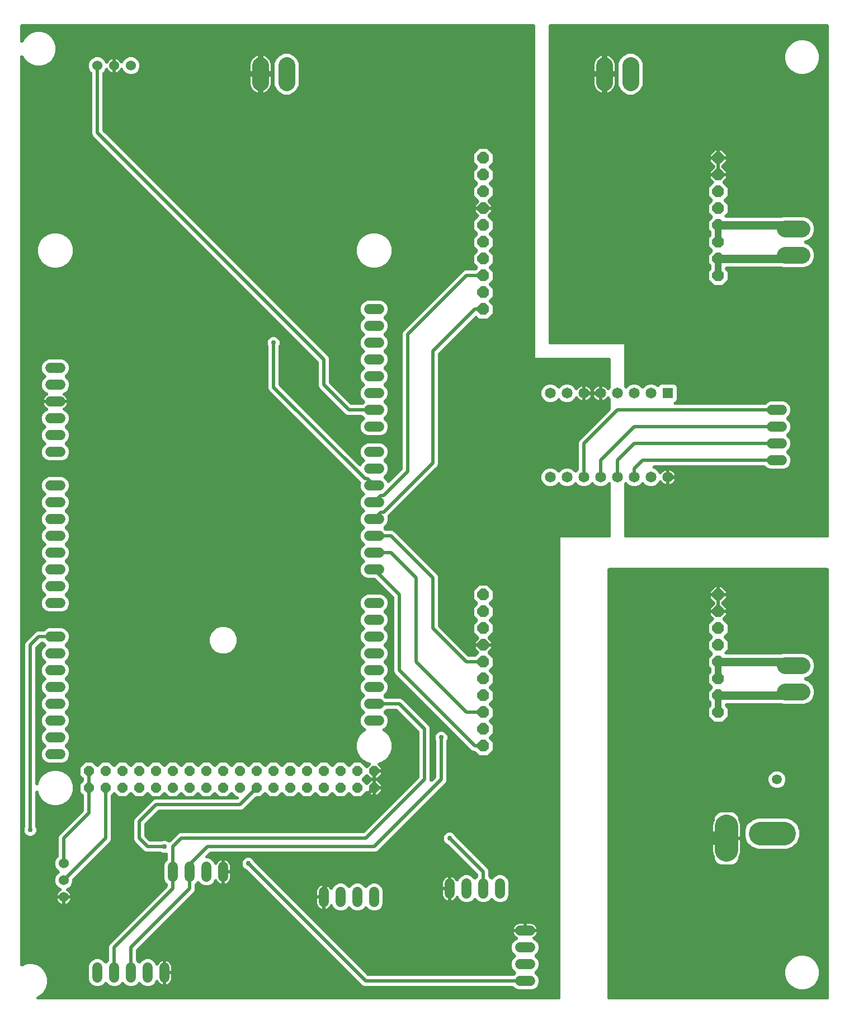
<source format=gbr>
G04 EAGLE Gerber RS-274X export*
G75*
%MOMM*%
%FSLAX34Y34*%
%LPD*%
%INTop Copper*%
%IPPOS*%
%AMOC8*
5,1,8,0,0,1.08239X$1,22.5*%
G01*
%ADD10C,1.524000*%
%ADD11P,1.649562X8X202.500000*%
%ADD12P,1.924489X8X22.500000*%
%ADD13C,1.650000*%
%ADD14R,1.650000X1.650000*%
%ADD15C,2.550000*%
%ADD16P,1.924489X8X202.500000*%
%ADD17C,1.524000*%
%ADD18C,3.556000*%
%ADD19C,1.500000*%
%ADD20C,0.508000*%
%ADD21C,0.756400*%
%ADD22C,1.270000*%
%ADD23C,1.016000*%
%ADD24C,2.032000*%

G36*
X1054135Y-472436D02*
X1054135Y-472436D01*
X1054169Y-472438D01*
X1054358Y-472416D01*
X1054549Y-472399D01*
X1054582Y-472390D01*
X1054616Y-472386D01*
X1054799Y-472331D01*
X1054983Y-472281D01*
X1055014Y-472266D01*
X1055047Y-472256D01*
X1055218Y-472169D01*
X1055390Y-472087D01*
X1055418Y-472067D01*
X1055449Y-472052D01*
X1055601Y-471936D01*
X1055756Y-471825D01*
X1055780Y-471800D01*
X1055807Y-471780D01*
X1055936Y-471640D01*
X1056070Y-471503D01*
X1056089Y-471474D01*
X1056113Y-471448D01*
X1056215Y-471287D01*
X1056322Y-471130D01*
X1056336Y-471098D01*
X1056354Y-471069D01*
X1056427Y-470892D01*
X1056504Y-470718D01*
X1056512Y-470684D01*
X1056525Y-470652D01*
X1056565Y-470465D01*
X1056611Y-470280D01*
X1056613Y-470246D01*
X1056620Y-470212D01*
X1056639Y-469900D01*
X1056639Y226061D01*
X1130300Y226061D01*
X1130335Y226064D01*
X1130369Y226062D01*
X1130558Y226084D01*
X1130749Y226101D01*
X1130782Y226110D01*
X1130816Y226114D01*
X1130999Y226169D01*
X1131183Y226219D01*
X1131214Y226234D01*
X1131247Y226244D01*
X1131418Y226331D01*
X1131590Y226413D01*
X1131618Y226433D01*
X1131649Y226448D01*
X1131801Y226564D01*
X1131956Y226675D01*
X1131980Y226700D01*
X1132007Y226720D01*
X1132136Y226861D01*
X1132270Y226997D01*
X1132289Y227026D01*
X1132313Y227052D01*
X1132415Y227213D01*
X1132522Y227370D01*
X1132536Y227402D01*
X1132554Y227431D01*
X1132627Y227608D01*
X1132704Y227782D01*
X1132712Y227816D01*
X1132725Y227848D01*
X1132765Y228035D01*
X1132811Y228220D01*
X1132813Y228254D01*
X1132820Y228288D01*
X1132839Y228600D01*
X1132839Y307756D01*
X1132828Y307886D01*
X1132826Y308016D01*
X1132808Y308110D01*
X1132799Y308205D01*
X1132765Y308330D01*
X1132740Y308458D01*
X1132706Y308547D01*
X1132681Y308639D01*
X1132625Y308757D01*
X1132578Y308878D01*
X1132528Y308960D01*
X1132487Y309046D01*
X1132412Y309151D01*
X1132344Y309263D01*
X1132281Y309334D01*
X1132225Y309412D01*
X1132132Y309503D01*
X1132046Y309600D01*
X1131971Y309659D01*
X1131903Y309726D01*
X1131795Y309799D01*
X1131693Y309880D01*
X1131609Y309925D01*
X1131530Y309978D01*
X1131411Y310031D01*
X1131296Y310092D01*
X1131205Y310122D01*
X1131118Y310160D01*
X1130991Y310191D01*
X1130868Y310231D01*
X1130773Y310244D01*
X1130680Y310267D01*
X1130551Y310275D01*
X1130422Y310293D01*
X1130326Y310289D01*
X1130231Y310295D01*
X1130102Y310280D01*
X1129972Y310274D01*
X1129879Y310254D01*
X1129784Y310243D01*
X1129659Y310205D01*
X1129532Y310177D01*
X1129444Y310140D01*
X1129353Y310112D01*
X1129237Y310053D01*
X1129117Y310003D01*
X1129036Y309951D01*
X1128951Y309908D01*
X1128848Y309830D01*
X1128739Y309759D01*
X1128641Y309673D01*
X1128593Y309636D01*
X1128562Y309603D01*
X1128504Y309552D01*
X1125151Y306199D01*
X1120252Y304169D01*
X1114948Y304169D01*
X1110049Y306199D01*
X1106696Y309552D01*
X1106669Y309574D01*
X1106646Y309600D01*
X1106497Y309718D01*
X1106350Y309841D01*
X1106320Y309858D01*
X1106293Y309880D01*
X1106125Y309970D01*
X1105959Y310064D01*
X1105927Y310076D01*
X1105896Y310092D01*
X1105715Y310151D01*
X1105535Y310215D01*
X1105501Y310221D01*
X1105468Y310231D01*
X1105279Y310257D01*
X1105091Y310289D01*
X1105056Y310288D01*
X1105022Y310293D01*
X1104831Y310285D01*
X1104641Y310282D01*
X1104606Y310276D01*
X1104572Y310274D01*
X1104386Y310233D01*
X1104198Y310197D01*
X1104166Y310184D01*
X1104132Y310177D01*
X1103956Y310103D01*
X1103778Y310035D01*
X1103749Y310017D01*
X1103717Y310003D01*
X1103556Y309900D01*
X1103394Y309801D01*
X1103368Y309778D01*
X1103339Y309759D01*
X1103104Y309552D01*
X1099751Y306199D01*
X1094852Y304169D01*
X1089548Y304169D01*
X1084649Y306199D01*
X1081296Y309552D01*
X1081269Y309574D01*
X1081246Y309600D01*
X1081097Y309718D01*
X1080950Y309841D01*
X1080920Y309858D01*
X1080893Y309880D01*
X1080725Y309970D01*
X1080559Y310064D01*
X1080527Y310076D01*
X1080496Y310092D01*
X1080315Y310151D01*
X1080135Y310215D01*
X1080101Y310221D01*
X1080068Y310231D01*
X1079879Y310257D01*
X1079691Y310289D01*
X1079656Y310288D01*
X1079622Y310293D01*
X1079431Y310285D01*
X1079241Y310282D01*
X1079206Y310276D01*
X1079172Y310274D01*
X1078986Y310233D01*
X1078798Y310197D01*
X1078766Y310184D01*
X1078732Y310177D01*
X1078556Y310103D01*
X1078378Y310035D01*
X1078349Y310017D01*
X1078317Y310003D01*
X1078156Y309900D01*
X1077994Y309801D01*
X1077968Y309778D01*
X1077939Y309759D01*
X1077704Y309552D01*
X1074351Y306199D01*
X1069452Y304169D01*
X1064148Y304169D01*
X1059249Y306199D01*
X1055896Y309552D01*
X1055869Y309574D01*
X1055846Y309600D01*
X1055697Y309718D01*
X1055550Y309841D01*
X1055520Y309858D01*
X1055493Y309880D01*
X1055325Y309970D01*
X1055159Y310064D01*
X1055127Y310076D01*
X1055096Y310092D01*
X1054915Y310151D01*
X1054735Y310215D01*
X1054701Y310221D01*
X1054668Y310231D01*
X1054479Y310257D01*
X1054291Y310289D01*
X1054256Y310288D01*
X1054222Y310293D01*
X1054031Y310285D01*
X1053841Y310282D01*
X1053806Y310276D01*
X1053772Y310274D01*
X1053586Y310233D01*
X1053398Y310197D01*
X1053366Y310184D01*
X1053332Y310177D01*
X1053156Y310103D01*
X1052978Y310035D01*
X1052949Y310017D01*
X1052917Y310003D01*
X1052756Y309900D01*
X1052594Y309801D01*
X1052568Y309778D01*
X1052539Y309759D01*
X1052304Y309552D01*
X1048951Y306199D01*
X1044052Y304169D01*
X1038748Y304169D01*
X1033849Y306199D01*
X1030099Y309949D01*
X1028069Y314848D01*
X1028069Y320152D01*
X1030099Y325051D01*
X1033849Y328801D01*
X1038748Y330831D01*
X1044052Y330831D01*
X1048951Y328801D01*
X1052304Y325448D01*
X1052331Y325426D01*
X1052354Y325400D01*
X1052503Y325282D01*
X1052650Y325159D01*
X1052680Y325142D01*
X1052707Y325120D01*
X1052875Y325030D01*
X1053041Y324936D01*
X1053073Y324924D01*
X1053104Y324908D01*
X1053285Y324849D01*
X1053465Y324785D01*
X1053499Y324779D01*
X1053532Y324769D01*
X1053721Y324743D01*
X1053909Y324711D01*
X1053944Y324712D01*
X1053978Y324707D01*
X1054169Y324715D01*
X1054360Y324718D01*
X1054394Y324724D01*
X1054428Y324726D01*
X1054614Y324767D01*
X1054802Y324803D01*
X1054834Y324816D01*
X1054868Y324823D01*
X1055043Y324896D01*
X1055222Y324965D01*
X1055251Y324983D01*
X1055283Y324997D01*
X1055443Y325100D01*
X1055606Y325199D01*
X1055632Y325222D01*
X1055661Y325241D01*
X1055896Y325448D01*
X1059249Y328801D01*
X1064148Y330831D01*
X1069452Y330831D01*
X1074351Y328801D01*
X1077704Y325448D01*
X1077731Y325426D01*
X1077754Y325400D01*
X1077903Y325282D01*
X1078050Y325159D01*
X1078080Y325142D01*
X1078107Y325120D01*
X1078276Y325030D01*
X1078441Y324936D01*
X1078473Y324924D01*
X1078504Y324908D01*
X1078685Y324849D01*
X1078865Y324785D01*
X1078899Y324779D01*
X1078932Y324769D01*
X1079121Y324743D01*
X1079309Y324711D01*
X1079344Y324712D01*
X1079378Y324707D01*
X1079569Y324715D01*
X1079760Y324718D01*
X1079794Y324724D01*
X1079828Y324726D01*
X1080014Y324767D01*
X1080202Y324803D01*
X1080234Y324816D01*
X1080268Y324823D01*
X1080443Y324896D01*
X1080622Y324965D01*
X1080651Y324983D01*
X1080683Y324997D01*
X1080843Y325100D01*
X1081006Y325199D01*
X1081032Y325222D01*
X1081061Y325241D01*
X1081296Y325448D01*
X1083836Y327988D01*
X1083941Y328114D01*
X1084053Y328235D01*
X1084085Y328287D01*
X1084124Y328333D01*
X1084206Y328476D01*
X1084294Y328615D01*
X1084318Y328671D01*
X1084348Y328724D01*
X1084403Y328879D01*
X1084465Y329031D01*
X1084478Y329091D01*
X1084499Y329149D01*
X1084525Y329311D01*
X1084560Y329472D01*
X1084565Y329549D01*
X1084572Y329593D01*
X1084571Y329654D01*
X1084579Y329784D01*
X1084579Y369816D01*
X1085739Y372617D01*
X1132096Y418973D01*
X1132201Y419099D01*
X1132313Y419220D01*
X1132345Y419271D01*
X1132384Y419318D01*
X1132466Y419461D01*
X1132554Y419600D01*
X1132578Y419656D01*
X1132608Y419709D01*
X1132663Y419864D01*
X1132725Y420016D01*
X1132738Y420076D01*
X1132759Y420133D01*
X1132785Y420296D01*
X1132820Y420456D01*
X1132825Y420533D01*
X1132832Y420578D01*
X1132831Y420639D01*
X1132839Y420768D01*
X1132839Y434756D01*
X1132825Y434921D01*
X1132818Y435085D01*
X1132805Y435144D01*
X1132799Y435205D01*
X1132756Y435364D01*
X1132720Y435524D01*
X1132697Y435581D01*
X1132681Y435639D01*
X1132610Y435788D01*
X1132547Y435940D01*
X1132514Y435991D01*
X1132487Y436046D01*
X1132392Y436180D01*
X1132302Y436318D01*
X1132251Y436376D01*
X1132225Y436412D01*
X1132182Y436455D01*
X1132095Y436552D01*
X1131699Y436949D01*
X1131166Y438236D01*
X1131139Y438286D01*
X1131120Y438339D01*
X1131035Y438485D01*
X1130957Y438635D01*
X1130923Y438680D01*
X1130894Y438728D01*
X1130785Y438857D01*
X1130681Y438991D01*
X1130639Y439029D01*
X1130603Y439072D01*
X1130473Y439179D01*
X1130347Y439293D01*
X1130299Y439322D01*
X1130256Y439358D01*
X1130108Y439441D01*
X1129965Y439531D01*
X1129912Y439551D01*
X1129863Y439579D01*
X1129703Y439635D01*
X1129547Y439697D01*
X1129491Y439708D01*
X1129438Y439727D01*
X1129271Y439753D01*
X1129105Y439787D01*
X1129049Y439789D01*
X1128993Y439797D01*
X1128824Y439794D01*
X1128655Y439798D01*
X1128599Y439789D01*
X1128543Y439788D01*
X1128378Y439755D01*
X1128210Y439729D01*
X1128157Y439711D01*
X1128102Y439700D01*
X1127944Y439638D01*
X1127784Y439583D01*
X1127735Y439555D01*
X1127683Y439535D01*
X1127538Y439446D01*
X1127391Y439364D01*
X1127348Y439328D01*
X1127300Y439298D01*
X1127173Y439185D01*
X1127043Y439078D01*
X1127006Y439035D01*
X1126964Y438998D01*
X1126765Y438757D01*
X1125831Y437470D01*
X1124630Y436269D01*
X1123256Y435271D01*
X1121742Y434500D01*
X1120349Y434047D01*
X1120349Y444290D01*
X1120346Y444324D01*
X1120348Y444359D01*
X1120335Y444475D01*
X1120349Y444710D01*
X1120349Y454953D01*
X1121742Y454500D01*
X1123256Y453729D01*
X1124630Y452731D01*
X1125831Y451530D01*
X1126765Y450243D01*
X1126802Y450201D01*
X1126833Y450154D01*
X1126950Y450031D01*
X1127061Y449904D01*
X1127105Y449869D01*
X1127144Y449828D01*
X1127280Y449728D01*
X1127412Y449622D01*
X1127462Y449595D01*
X1127508Y449562D01*
X1127659Y449488D01*
X1127808Y449407D01*
X1127862Y449389D01*
X1127912Y449364D01*
X1128075Y449318D01*
X1128235Y449265D01*
X1128291Y449257D01*
X1128345Y449241D01*
X1128514Y449225D01*
X1128681Y449200D01*
X1128737Y449202D01*
X1128793Y449197D01*
X1128962Y449210D01*
X1129131Y449216D01*
X1129186Y449228D01*
X1129242Y449232D01*
X1129405Y449275D01*
X1129571Y449310D01*
X1129623Y449332D01*
X1129678Y449346D01*
X1129831Y449417D01*
X1129988Y449481D01*
X1130035Y449511D01*
X1130086Y449535D01*
X1130225Y449632D01*
X1130367Y449723D01*
X1130409Y449761D01*
X1130455Y449793D01*
X1130574Y449913D01*
X1130699Y450028D01*
X1130733Y450073D01*
X1130773Y450113D01*
X1130869Y450252D01*
X1130971Y450387D01*
X1130996Y450437D01*
X1131028Y450483D01*
X1131166Y450764D01*
X1131699Y452051D01*
X1132095Y452448D01*
X1132201Y452574D01*
X1132313Y452695D01*
X1132345Y452747D01*
X1132384Y452793D01*
X1132466Y452936D01*
X1132554Y453075D01*
X1132578Y453131D01*
X1132608Y453184D01*
X1132663Y453339D01*
X1132725Y453491D01*
X1132738Y453551D01*
X1132759Y453609D01*
X1132785Y453770D01*
X1132820Y453932D01*
X1132825Y454009D01*
X1132832Y454053D01*
X1132831Y454114D01*
X1132839Y454244D01*
X1132839Y495300D01*
X1132836Y495335D01*
X1132838Y495369D01*
X1132816Y495558D01*
X1132799Y495749D01*
X1132790Y495782D01*
X1132786Y495816D01*
X1132731Y495999D01*
X1132681Y496183D01*
X1132666Y496214D01*
X1132656Y496247D01*
X1132569Y496418D01*
X1132487Y496590D01*
X1132467Y496618D01*
X1132452Y496649D01*
X1132336Y496801D01*
X1132225Y496956D01*
X1132200Y496980D01*
X1132180Y497007D01*
X1132040Y497136D01*
X1131903Y497270D01*
X1131874Y497289D01*
X1131848Y497313D01*
X1131687Y497415D01*
X1131530Y497522D01*
X1131498Y497536D01*
X1131469Y497554D01*
X1131292Y497627D01*
X1131118Y497704D01*
X1131084Y497712D01*
X1131052Y497725D01*
X1130865Y497765D01*
X1130680Y497811D01*
X1130646Y497813D01*
X1130612Y497820D01*
X1130300Y497839D01*
X1018539Y497839D01*
X1018539Y1000000D01*
X1018536Y1000035D01*
X1018538Y1000069D01*
X1018516Y1000258D01*
X1018499Y1000449D01*
X1018490Y1000482D01*
X1018486Y1000516D01*
X1018431Y1000699D01*
X1018381Y1000883D01*
X1018366Y1000914D01*
X1018356Y1000947D01*
X1018269Y1001118D01*
X1018187Y1001290D01*
X1018167Y1001318D01*
X1018152Y1001349D01*
X1018036Y1001501D01*
X1017925Y1001656D01*
X1017900Y1001680D01*
X1017880Y1001707D01*
X1017740Y1001836D01*
X1017603Y1001970D01*
X1017574Y1001989D01*
X1017548Y1002013D01*
X1017387Y1002115D01*
X1017230Y1002222D01*
X1017198Y1002236D01*
X1017169Y1002254D01*
X1016992Y1002327D01*
X1016818Y1002404D01*
X1016784Y1002412D01*
X1016752Y1002425D01*
X1016565Y1002465D01*
X1016380Y1002511D01*
X1016346Y1002513D01*
X1016312Y1002520D01*
X1016000Y1002539D01*
X241300Y1002539D01*
X241265Y1002536D01*
X241231Y1002538D01*
X241042Y1002516D01*
X240851Y1002499D01*
X240818Y1002490D01*
X240784Y1002486D01*
X240601Y1002431D01*
X240417Y1002381D01*
X240386Y1002366D01*
X240353Y1002356D01*
X240182Y1002269D01*
X240010Y1002187D01*
X239982Y1002167D01*
X239951Y1002152D01*
X239799Y1002036D01*
X239644Y1001925D01*
X239620Y1001900D01*
X239593Y1001880D01*
X239464Y1001740D01*
X239330Y1001603D01*
X239311Y1001574D01*
X239287Y1001548D01*
X239185Y1001387D01*
X239078Y1001230D01*
X239064Y1001198D01*
X239046Y1001169D01*
X238973Y1000992D01*
X238896Y1000818D01*
X238888Y1000784D01*
X238875Y1000752D01*
X238835Y1000565D01*
X238789Y1000380D01*
X238787Y1000346D01*
X238780Y1000312D01*
X238761Y1000000D01*
X238761Y977086D01*
X238762Y977074D01*
X238761Y977063D01*
X238782Y976850D01*
X238801Y976637D01*
X238804Y976626D01*
X238805Y976615D01*
X238863Y976409D01*
X238919Y976203D01*
X238924Y976193D01*
X238927Y976181D01*
X239021Y975988D01*
X239113Y975796D01*
X239119Y975787D01*
X239124Y975776D01*
X239250Y975604D01*
X239375Y975430D01*
X239383Y975422D01*
X239390Y975413D01*
X239544Y975265D01*
X239697Y975116D01*
X239707Y975110D01*
X239715Y975102D01*
X239893Y974984D01*
X240070Y974864D01*
X240081Y974859D01*
X240091Y974853D01*
X240286Y974769D01*
X240482Y974682D01*
X240493Y974679D01*
X240504Y974675D01*
X240712Y974626D01*
X240920Y974575D01*
X240931Y974574D01*
X240942Y974572D01*
X241156Y974561D01*
X241369Y974547D01*
X241380Y974549D01*
X241392Y974548D01*
X241603Y974575D01*
X241816Y974600D01*
X241828Y974603D01*
X241839Y974604D01*
X242040Y974667D01*
X242247Y974730D01*
X242258Y974735D01*
X242269Y974739D01*
X242458Y974837D01*
X242649Y974934D01*
X242658Y974941D01*
X242668Y974947D01*
X242838Y975078D01*
X243007Y975206D01*
X243015Y975215D01*
X243024Y975222D01*
X243169Y975381D01*
X243312Y975537D01*
X243319Y975547D01*
X243326Y975556D01*
X243499Y975816D01*
X246374Y980796D01*
X251104Y985526D01*
X256896Y988870D01*
X263356Y990601D01*
X270044Y990601D01*
X276504Y988870D01*
X282296Y985526D01*
X287026Y980796D01*
X290370Y975004D01*
X292101Y968544D01*
X292101Y961856D01*
X290370Y955396D01*
X287026Y949604D01*
X282296Y944874D01*
X276504Y941530D01*
X270044Y939799D01*
X263356Y939799D01*
X256896Y941530D01*
X251104Y944874D01*
X246374Y949604D01*
X243499Y954584D01*
X243492Y954593D01*
X243487Y954604D01*
X243364Y954776D01*
X243240Y954952D01*
X243232Y954960D01*
X243225Y954970D01*
X243071Y955120D01*
X242920Y955269D01*
X242911Y955276D01*
X242903Y955284D01*
X242724Y955404D01*
X242550Y955525D01*
X242539Y955529D01*
X242530Y955536D01*
X242333Y955623D01*
X242140Y955711D01*
X242128Y955713D01*
X242118Y955718D01*
X241911Y955769D01*
X241703Y955821D01*
X241691Y955822D01*
X241680Y955825D01*
X241469Y955838D01*
X241254Y955853D01*
X241242Y955852D01*
X241231Y955853D01*
X241018Y955828D01*
X240806Y955805D01*
X240795Y955802D01*
X240784Y955800D01*
X240577Y955738D01*
X240374Y955679D01*
X240364Y955674D01*
X240353Y955670D01*
X240162Y955573D01*
X239971Y955478D01*
X239962Y955471D01*
X239951Y955466D01*
X239782Y955338D01*
X239610Y955209D01*
X239602Y955201D01*
X239593Y955194D01*
X239448Y955037D01*
X239302Y954881D01*
X239295Y954871D01*
X239287Y954863D01*
X239172Y954682D01*
X239056Y954503D01*
X239052Y954493D01*
X239046Y954483D01*
X238964Y954284D01*
X238882Y954088D01*
X238879Y954077D01*
X238875Y954066D01*
X238829Y953855D01*
X238783Y953649D01*
X238782Y953637D01*
X238780Y953626D01*
X238761Y953314D01*
X238761Y-419570D01*
X238763Y-419593D01*
X238761Y-419616D01*
X238783Y-419817D01*
X238801Y-420019D01*
X238807Y-420041D01*
X238809Y-420064D01*
X238866Y-420258D01*
X238919Y-420453D01*
X238929Y-420474D01*
X238936Y-420496D01*
X239026Y-420678D01*
X239113Y-420860D01*
X239126Y-420878D01*
X239136Y-420899D01*
X239258Y-421062D01*
X239375Y-421226D01*
X239391Y-421242D01*
X239405Y-421260D01*
X239553Y-421399D01*
X239697Y-421540D01*
X239717Y-421553D01*
X239733Y-421568D01*
X239903Y-421679D01*
X240070Y-421792D01*
X240092Y-421801D01*
X240111Y-421814D01*
X240297Y-421892D01*
X240482Y-421974D01*
X240505Y-421980D01*
X240526Y-421988D01*
X240723Y-422033D01*
X240920Y-422081D01*
X240943Y-422082D01*
X240965Y-422087D01*
X241167Y-422096D01*
X241369Y-422108D01*
X241392Y-422106D01*
X241415Y-422107D01*
X241614Y-422080D01*
X241816Y-422056D01*
X241839Y-422050D01*
X241861Y-422046D01*
X242053Y-421985D01*
X242247Y-421926D01*
X242268Y-421916D01*
X242290Y-421908D01*
X242570Y-421769D01*
X244196Y-420830D01*
X250656Y-419099D01*
X257344Y-419099D01*
X263804Y-420830D01*
X269596Y-424174D01*
X274326Y-428904D01*
X277670Y-434696D01*
X279401Y-441156D01*
X279401Y-447844D01*
X277670Y-454304D01*
X274326Y-460096D01*
X269596Y-464826D01*
X264616Y-467701D01*
X264607Y-467708D01*
X264596Y-467713D01*
X264424Y-467836D01*
X264248Y-467960D01*
X264240Y-467968D01*
X264230Y-467975D01*
X264080Y-468129D01*
X263931Y-468280D01*
X263924Y-468289D01*
X263916Y-468297D01*
X263796Y-468476D01*
X263675Y-468650D01*
X263671Y-468661D01*
X263664Y-468670D01*
X263577Y-468867D01*
X263489Y-469060D01*
X263487Y-469072D01*
X263482Y-469082D01*
X263431Y-469289D01*
X263379Y-469497D01*
X263378Y-469509D01*
X263375Y-469520D01*
X263362Y-469731D01*
X263347Y-469946D01*
X263348Y-469958D01*
X263347Y-469969D01*
X263372Y-470182D01*
X263395Y-470394D01*
X263398Y-470405D01*
X263400Y-470416D01*
X263462Y-470623D01*
X263521Y-470826D01*
X263526Y-470836D01*
X263530Y-470847D01*
X263627Y-471038D01*
X263722Y-471229D01*
X263729Y-471238D01*
X263734Y-471249D01*
X263862Y-471418D01*
X263991Y-471590D01*
X263999Y-471598D01*
X264006Y-471607D01*
X264163Y-471752D01*
X264319Y-471898D01*
X264329Y-471905D01*
X264337Y-471913D01*
X264518Y-472028D01*
X264697Y-472144D01*
X264707Y-472148D01*
X264717Y-472154D01*
X264916Y-472236D01*
X265112Y-472318D01*
X265123Y-472321D01*
X265134Y-472325D01*
X265344Y-472370D01*
X265551Y-472417D01*
X265563Y-472418D01*
X265574Y-472420D01*
X265886Y-472439D01*
X1054100Y-472439D01*
X1054135Y-472436D01*
G37*
G36*
X1460335Y226064D02*
X1460335Y226064D01*
X1460369Y226062D01*
X1460558Y226084D01*
X1460749Y226101D01*
X1460782Y226110D01*
X1460816Y226114D01*
X1460999Y226169D01*
X1461183Y226219D01*
X1461214Y226234D01*
X1461247Y226244D01*
X1461418Y226331D01*
X1461590Y226413D01*
X1461618Y226433D01*
X1461649Y226448D01*
X1461801Y226564D01*
X1461956Y226675D01*
X1461980Y226700D01*
X1462007Y226720D01*
X1462136Y226861D01*
X1462270Y226997D01*
X1462289Y227026D01*
X1462313Y227052D01*
X1462415Y227213D01*
X1462522Y227370D01*
X1462536Y227402D01*
X1462554Y227431D01*
X1462627Y227608D01*
X1462704Y227782D01*
X1462712Y227816D01*
X1462725Y227848D01*
X1462765Y228035D01*
X1462811Y228220D01*
X1462813Y228254D01*
X1462820Y228288D01*
X1462839Y228600D01*
X1462839Y1000000D01*
X1462836Y1000035D01*
X1462838Y1000069D01*
X1462816Y1000258D01*
X1462799Y1000449D01*
X1462790Y1000482D01*
X1462786Y1000516D01*
X1462731Y1000699D01*
X1462681Y1000883D01*
X1462666Y1000914D01*
X1462656Y1000947D01*
X1462569Y1001118D01*
X1462487Y1001290D01*
X1462467Y1001318D01*
X1462452Y1001349D01*
X1462336Y1001501D01*
X1462225Y1001656D01*
X1462200Y1001680D01*
X1462180Y1001707D01*
X1462040Y1001836D01*
X1461903Y1001970D01*
X1461874Y1001989D01*
X1461848Y1002013D01*
X1461687Y1002115D01*
X1461530Y1002222D01*
X1461498Y1002236D01*
X1461469Y1002254D01*
X1461292Y1002327D01*
X1461118Y1002404D01*
X1461084Y1002412D01*
X1461052Y1002425D01*
X1460865Y1002465D01*
X1460680Y1002511D01*
X1460646Y1002513D01*
X1460612Y1002520D01*
X1460300Y1002539D01*
X1041400Y1002539D01*
X1041365Y1002536D01*
X1041331Y1002538D01*
X1041142Y1002516D01*
X1040951Y1002499D01*
X1040918Y1002490D01*
X1040884Y1002486D01*
X1040701Y1002431D01*
X1040517Y1002381D01*
X1040486Y1002366D01*
X1040453Y1002356D01*
X1040282Y1002269D01*
X1040110Y1002187D01*
X1040082Y1002167D01*
X1040051Y1002152D01*
X1039899Y1002036D01*
X1039744Y1001925D01*
X1039720Y1001901D01*
X1039693Y1001880D01*
X1039563Y1001739D01*
X1039430Y1001603D01*
X1039411Y1001574D01*
X1039387Y1001548D01*
X1039285Y1001387D01*
X1039178Y1001230D01*
X1039164Y1001198D01*
X1039146Y1001169D01*
X1039073Y1000992D01*
X1038996Y1000818D01*
X1038988Y1000784D01*
X1038975Y1000752D01*
X1038935Y1000565D01*
X1038889Y1000380D01*
X1038887Y1000346D01*
X1038880Y1000312D01*
X1038861Y1000000D01*
X1038861Y520700D01*
X1038864Y520666D01*
X1038862Y520631D01*
X1038884Y520442D01*
X1038901Y520252D01*
X1038910Y520218D01*
X1038914Y520184D01*
X1038969Y520001D01*
X1039019Y519817D01*
X1039034Y519786D01*
X1039044Y519753D01*
X1039131Y519582D01*
X1039213Y519411D01*
X1039233Y519382D01*
X1039248Y519351D01*
X1039364Y519199D01*
X1039475Y519044D01*
X1039500Y519020D01*
X1039520Y518993D01*
X1039661Y518864D01*
X1039797Y518730D01*
X1039826Y518711D01*
X1039852Y518688D01*
X1040013Y518585D01*
X1040170Y518478D01*
X1040202Y518464D01*
X1040231Y518446D01*
X1040408Y518373D01*
X1040582Y518296D01*
X1040616Y518288D01*
X1040648Y518275D01*
X1040835Y518235D01*
X1041020Y518189D01*
X1041054Y518187D01*
X1041088Y518180D01*
X1041400Y518161D01*
X1153161Y518161D01*
X1153161Y454244D01*
X1153172Y454114D01*
X1153174Y453984D01*
X1153192Y453890D01*
X1153201Y453795D01*
X1153235Y453669D01*
X1153260Y453542D01*
X1153294Y453453D01*
X1153319Y453361D01*
X1153375Y453243D01*
X1153422Y453122D01*
X1153472Y453040D01*
X1153513Y452954D01*
X1153588Y452848D01*
X1153656Y452737D01*
X1153719Y452666D01*
X1153775Y452588D01*
X1153868Y452497D01*
X1153954Y452400D01*
X1154029Y452341D01*
X1154097Y452274D01*
X1154205Y452201D01*
X1154307Y452120D01*
X1154391Y452075D01*
X1154470Y452022D01*
X1154589Y451969D01*
X1154704Y451908D01*
X1154795Y451878D01*
X1154882Y451840D01*
X1155009Y451809D01*
X1155132Y451769D01*
X1155227Y451756D01*
X1155320Y451733D01*
X1155449Y451725D01*
X1155578Y451707D01*
X1155674Y451711D01*
X1155769Y451705D01*
X1155898Y451720D01*
X1156028Y451726D01*
X1156121Y451746D01*
X1156216Y451757D01*
X1156341Y451795D01*
X1156468Y451823D01*
X1156556Y451860D01*
X1156647Y451888D01*
X1156763Y451947D01*
X1156883Y451997D01*
X1156963Y452049D01*
X1157049Y452092D01*
X1157152Y452171D01*
X1157261Y452241D01*
X1157359Y452327D01*
X1157407Y452364D01*
X1157438Y452397D01*
X1157496Y452448D01*
X1160849Y455801D01*
X1165748Y457831D01*
X1171052Y457831D01*
X1175951Y455801D01*
X1179304Y452448D01*
X1179331Y452426D01*
X1179354Y452400D01*
X1179503Y452282D01*
X1179650Y452159D01*
X1179680Y452142D01*
X1179707Y452120D01*
X1179875Y452030D01*
X1180041Y451936D01*
X1180073Y451924D01*
X1180104Y451908D01*
X1180285Y451849D01*
X1180465Y451785D01*
X1180499Y451779D01*
X1180532Y451769D01*
X1180721Y451743D01*
X1180909Y451711D01*
X1180944Y451712D01*
X1180978Y451707D01*
X1181169Y451715D01*
X1181359Y451718D01*
X1181394Y451724D01*
X1181428Y451726D01*
X1181614Y451767D01*
X1181802Y451803D01*
X1181834Y451816D01*
X1181868Y451823D01*
X1182044Y451897D01*
X1182222Y451965D01*
X1182251Y451983D01*
X1182283Y451997D01*
X1182444Y452100D01*
X1182606Y452199D01*
X1182632Y452222D01*
X1182661Y452241D01*
X1182896Y452448D01*
X1186249Y455801D01*
X1191148Y457831D01*
X1196452Y457831D01*
X1201351Y455801D01*
X1202456Y454696D01*
X1202520Y454643D01*
X1202577Y454584D01*
X1202692Y454499D01*
X1202802Y454407D01*
X1202873Y454366D01*
X1202940Y454318D01*
X1203068Y454255D01*
X1203193Y454184D01*
X1203271Y454156D01*
X1203344Y454120D01*
X1203482Y454081D01*
X1203617Y454033D01*
X1203698Y454020D01*
X1203778Y453997D01*
X1203920Y453983D01*
X1204061Y453959D01*
X1204143Y453961D01*
X1204226Y453952D01*
X1204368Y453964D01*
X1204511Y453966D01*
X1204592Y453981D01*
X1204675Y453988D01*
X1204813Y454024D01*
X1204954Y454051D01*
X1205030Y454081D01*
X1205110Y454102D01*
X1205240Y454162D01*
X1205374Y454213D01*
X1205444Y454256D01*
X1205519Y454291D01*
X1205636Y454373D01*
X1205758Y454447D01*
X1205820Y454502D01*
X1205888Y454549D01*
X1205988Y454651D01*
X1206096Y454746D01*
X1206147Y454810D01*
X1206205Y454869D01*
X1206286Y454986D01*
X1206375Y455099D01*
X1206414Y455171D01*
X1206461Y455239D01*
X1206569Y455460D01*
X1206588Y455495D01*
X1206591Y455506D01*
X1206598Y455520D01*
X1206643Y455628D01*
X1208072Y457057D01*
X1209939Y457831D01*
X1228461Y457831D01*
X1230328Y457057D01*
X1231757Y455628D01*
X1232531Y453761D01*
X1232531Y435239D01*
X1231757Y433372D01*
X1230328Y431943D01*
X1229515Y431606D01*
X1229357Y431524D01*
X1229197Y431447D01*
X1229158Y431420D01*
X1229116Y431397D01*
X1228975Y431289D01*
X1228831Y431185D01*
X1228798Y431151D01*
X1228760Y431122D01*
X1228641Y430990D01*
X1228517Y430863D01*
X1228490Y430823D01*
X1228458Y430787D01*
X1228364Y430637D01*
X1228265Y430490D01*
X1228245Y430446D01*
X1228220Y430405D01*
X1228155Y430241D01*
X1228083Y430078D01*
X1228071Y430031D01*
X1228054Y429987D01*
X1228018Y429813D01*
X1227976Y429640D01*
X1227973Y429593D01*
X1227963Y429546D01*
X1227959Y429368D01*
X1227948Y429191D01*
X1227954Y429143D01*
X1227953Y429096D01*
X1227980Y428920D01*
X1228000Y428744D01*
X1228014Y428698D01*
X1228021Y428651D01*
X1228079Y428483D01*
X1228131Y428313D01*
X1228152Y428270D01*
X1228168Y428225D01*
X1228254Y428070D01*
X1228335Y427911D01*
X1228364Y427873D01*
X1228387Y427832D01*
X1228500Y427694D01*
X1228607Y427553D01*
X1228642Y427520D01*
X1228672Y427483D01*
X1228807Y427368D01*
X1228938Y427247D01*
X1228978Y427222D01*
X1229015Y427191D01*
X1229168Y427101D01*
X1229318Y427006D01*
X1229362Y426988D01*
X1229403Y426963D01*
X1229570Y426902D01*
X1229734Y426835D01*
X1229781Y426825D01*
X1229826Y426808D01*
X1230001Y426777D01*
X1230175Y426740D01*
X1230234Y426736D01*
X1230270Y426730D01*
X1230333Y426730D01*
X1230487Y426721D01*
X1365287Y426721D01*
X1365451Y426735D01*
X1365616Y426742D01*
X1365675Y426755D01*
X1365736Y426761D01*
X1365895Y426804D01*
X1366055Y426840D01*
X1366111Y426863D01*
X1366170Y426879D01*
X1366318Y426950D01*
X1366471Y427013D01*
X1366522Y427046D01*
X1366577Y427073D01*
X1366710Y427168D01*
X1366849Y427258D01*
X1366907Y427309D01*
X1366943Y427335D01*
X1366985Y427378D01*
X1367083Y427464D01*
X1369486Y429867D01*
X1374154Y431801D01*
X1394446Y431801D01*
X1399114Y429867D01*
X1402687Y426294D01*
X1404621Y421626D01*
X1404621Y416574D01*
X1402687Y411906D01*
X1398977Y408196D01*
X1398955Y408169D01*
X1398929Y408146D01*
X1398811Y407997D01*
X1398688Y407850D01*
X1398671Y407820D01*
X1398649Y407793D01*
X1398559Y407625D01*
X1398465Y407459D01*
X1398453Y407427D01*
X1398437Y407396D01*
X1398378Y407215D01*
X1398314Y407035D01*
X1398308Y407001D01*
X1398298Y406968D01*
X1398272Y406779D01*
X1398241Y406591D01*
X1398241Y406556D01*
X1398236Y406522D01*
X1398244Y406331D01*
X1398247Y406141D01*
X1398253Y406106D01*
X1398255Y406072D01*
X1398296Y405886D01*
X1398332Y405698D01*
X1398345Y405666D01*
X1398352Y405632D01*
X1398426Y405456D01*
X1398494Y405278D01*
X1398512Y405249D01*
X1398526Y405217D01*
X1398629Y405056D01*
X1398728Y404894D01*
X1398751Y404868D01*
X1398770Y404839D01*
X1398977Y404604D01*
X1402687Y400894D01*
X1404621Y396226D01*
X1404621Y391174D01*
X1402687Y386506D01*
X1398977Y382796D01*
X1398955Y382769D01*
X1398929Y382746D01*
X1398811Y382597D01*
X1398688Y382450D01*
X1398671Y382420D01*
X1398649Y382393D01*
X1398559Y382225D01*
X1398465Y382059D01*
X1398453Y382027D01*
X1398437Y381996D01*
X1398378Y381815D01*
X1398314Y381635D01*
X1398308Y381601D01*
X1398298Y381568D01*
X1398272Y381379D01*
X1398241Y381191D01*
X1398241Y381156D01*
X1398236Y381122D01*
X1398244Y380931D01*
X1398247Y380741D01*
X1398253Y380706D01*
X1398255Y380672D01*
X1398296Y380486D01*
X1398332Y380298D01*
X1398345Y380266D01*
X1398352Y380232D01*
X1398426Y380056D01*
X1398494Y379878D01*
X1398512Y379849D01*
X1398526Y379817D01*
X1398629Y379656D01*
X1398728Y379494D01*
X1398751Y379468D01*
X1398770Y379439D01*
X1398933Y379254D01*
X1398938Y379248D01*
X1398943Y379243D01*
X1398977Y379204D01*
X1402687Y375494D01*
X1404621Y370826D01*
X1404621Y365774D01*
X1402687Y361106D01*
X1398977Y357396D01*
X1398955Y357369D01*
X1398929Y357346D01*
X1398811Y357197D01*
X1398688Y357050D01*
X1398671Y357020D01*
X1398649Y356993D01*
X1398559Y356825D01*
X1398465Y356659D01*
X1398453Y356627D01*
X1398437Y356596D01*
X1398378Y356415D01*
X1398314Y356235D01*
X1398308Y356201D01*
X1398298Y356168D01*
X1398272Y355979D01*
X1398241Y355791D01*
X1398241Y355756D01*
X1398236Y355722D01*
X1398244Y355531D01*
X1398247Y355341D01*
X1398253Y355306D01*
X1398255Y355272D01*
X1398296Y355086D01*
X1398332Y354898D01*
X1398345Y354866D01*
X1398352Y354832D01*
X1398426Y354656D01*
X1398494Y354478D01*
X1398512Y354449D01*
X1398526Y354417D01*
X1398629Y354256D01*
X1398728Y354094D01*
X1398751Y354068D01*
X1398770Y354039D01*
X1398920Y353869D01*
X1398931Y353855D01*
X1398940Y353847D01*
X1398977Y353804D01*
X1402687Y350094D01*
X1404621Y345426D01*
X1404621Y340374D01*
X1402687Y335706D01*
X1399114Y332133D01*
X1394446Y330199D01*
X1374154Y330199D01*
X1369486Y332133D01*
X1367083Y334536D01*
X1366957Y334641D01*
X1366836Y334753D01*
X1366784Y334785D01*
X1366738Y334824D01*
X1366595Y334906D01*
X1366456Y334994D01*
X1366399Y335018D01*
X1366347Y335048D01*
X1366192Y335103D01*
X1366039Y335165D01*
X1365980Y335178D01*
X1365922Y335199D01*
X1365760Y335225D01*
X1365599Y335260D01*
X1365522Y335265D01*
X1365478Y335272D01*
X1365417Y335271D01*
X1365287Y335279D01*
X1198478Y335279D01*
X1198300Y335264D01*
X1198123Y335254D01*
X1198077Y335244D01*
X1198029Y335239D01*
X1197858Y335193D01*
X1197685Y335152D01*
X1197641Y335133D01*
X1197595Y335121D01*
X1197434Y335045D01*
X1197271Y334974D01*
X1197231Y334948D01*
X1197188Y334927D01*
X1197044Y334824D01*
X1196895Y334726D01*
X1196861Y334693D01*
X1196822Y334665D01*
X1196698Y334538D01*
X1196570Y334415D01*
X1196541Y334377D01*
X1196508Y334343D01*
X1196408Y334195D01*
X1196304Y334052D01*
X1196283Y334009D01*
X1196256Y333970D01*
X1196184Y333807D01*
X1196106Y333648D01*
X1196093Y333602D01*
X1196074Y333558D01*
X1196031Y333385D01*
X1195983Y333214D01*
X1195978Y333167D01*
X1195967Y333120D01*
X1195956Y332943D01*
X1195938Y332766D01*
X1195942Y332719D01*
X1195939Y332671D01*
X1195960Y332494D01*
X1195974Y332317D01*
X1195986Y332271D01*
X1195991Y332224D01*
X1196043Y332053D01*
X1196088Y331882D01*
X1196108Y331839D01*
X1196122Y331793D01*
X1196202Y331634D01*
X1196277Y331473D01*
X1196304Y331434D01*
X1196326Y331391D01*
X1196433Y331250D01*
X1196535Y331104D01*
X1196569Y331071D01*
X1196598Y331033D01*
X1196728Y330912D01*
X1196855Y330787D01*
X1196894Y330760D01*
X1196929Y330728D01*
X1197079Y330632D01*
X1197225Y330531D01*
X1197278Y330505D01*
X1197309Y330486D01*
X1197367Y330462D01*
X1197506Y330394D01*
X1201351Y328801D01*
X1205101Y325051D01*
X1205634Y323764D01*
X1205660Y323714D01*
X1205680Y323661D01*
X1205765Y323515D01*
X1205843Y323365D01*
X1205877Y323320D01*
X1205906Y323272D01*
X1206015Y323143D01*
X1206119Y323009D01*
X1206160Y322971D01*
X1206197Y322928D01*
X1206327Y322821D01*
X1206453Y322707D01*
X1206501Y322678D01*
X1206544Y322642D01*
X1206691Y322559D01*
X1206835Y322469D01*
X1206888Y322449D01*
X1206937Y322421D01*
X1207097Y322365D01*
X1207253Y322303D01*
X1207309Y322292D01*
X1207362Y322273D01*
X1207529Y322247D01*
X1207695Y322213D01*
X1207751Y322211D01*
X1207807Y322202D01*
X1207976Y322206D01*
X1208145Y322202D01*
X1208201Y322210D01*
X1208257Y322212D01*
X1208423Y322245D01*
X1208590Y322271D01*
X1208643Y322289D01*
X1208698Y322300D01*
X1208856Y322362D01*
X1209016Y322417D01*
X1209065Y322445D01*
X1209117Y322465D01*
X1209261Y322554D01*
X1209409Y322636D01*
X1209452Y322672D01*
X1209500Y322702D01*
X1209626Y322815D01*
X1209757Y322922D01*
X1209794Y322965D01*
X1209836Y323002D01*
X1210035Y323243D01*
X1210969Y324530D01*
X1212170Y325731D01*
X1213544Y326729D01*
X1215058Y327500D01*
X1216451Y327953D01*
X1216451Y317710D01*
X1216454Y317676D01*
X1216452Y317641D01*
X1216465Y317525D01*
X1216451Y317290D01*
X1216451Y307047D01*
X1215058Y307500D01*
X1213544Y308271D01*
X1212170Y309269D01*
X1210969Y310470D01*
X1210035Y311757D01*
X1209998Y311799D01*
X1209966Y311846D01*
X1209850Y311969D01*
X1209739Y312096D01*
X1209695Y312131D01*
X1209656Y312172D01*
X1209519Y312272D01*
X1209388Y312378D01*
X1209338Y312405D01*
X1209292Y312438D01*
X1209140Y312512D01*
X1208992Y312593D01*
X1208939Y312611D01*
X1208888Y312636D01*
X1208725Y312682D01*
X1208565Y312735D01*
X1208509Y312743D01*
X1208455Y312759D01*
X1208286Y312775D01*
X1208119Y312800D01*
X1208063Y312798D01*
X1208007Y312803D01*
X1207838Y312790D01*
X1207669Y312784D01*
X1207614Y312772D01*
X1207558Y312768D01*
X1207394Y312725D01*
X1207229Y312690D01*
X1207177Y312668D01*
X1207122Y312654D01*
X1206969Y312583D01*
X1206812Y312519D01*
X1206765Y312489D01*
X1206714Y312465D01*
X1206575Y312368D01*
X1206433Y312277D01*
X1206391Y312239D01*
X1206345Y312207D01*
X1206226Y312087D01*
X1206101Y311972D01*
X1206067Y311927D01*
X1206027Y311887D01*
X1205931Y311748D01*
X1205829Y311613D01*
X1205804Y311563D01*
X1205772Y311517D01*
X1205634Y311236D01*
X1205101Y309949D01*
X1201351Y306199D01*
X1196452Y304169D01*
X1191148Y304169D01*
X1186249Y306199D01*
X1182896Y309552D01*
X1182869Y309574D01*
X1182846Y309600D01*
X1182697Y309718D01*
X1182550Y309841D01*
X1182520Y309858D01*
X1182493Y309880D01*
X1182325Y309970D01*
X1182159Y310064D01*
X1182127Y310076D01*
X1182096Y310092D01*
X1181915Y310151D01*
X1181735Y310215D01*
X1181701Y310221D01*
X1181668Y310231D01*
X1181479Y310257D01*
X1181291Y310289D01*
X1181256Y310288D01*
X1181222Y310293D01*
X1181031Y310285D01*
X1180840Y310282D01*
X1180806Y310276D01*
X1180772Y310274D01*
X1180586Y310233D01*
X1180398Y310197D01*
X1180366Y310184D01*
X1180332Y310177D01*
X1180157Y310104D01*
X1179978Y310035D01*
X1179949Y310017D01*
X1179917Y310003D01*
X1179757Y309900D01*
X1179594Y309801D01*
X1179568Y309778D01*
X1179539Y309759D01*
X1179304Y309552D01*
X1175951Y306199D01*
X1171052Y304169D01*
X1165748Y304169D01*
X1160849Y306199D01*
X1157496Y309552D01*
X1157396Y309635D01*
X1157303Y309726D01*
X1157223Y309780D01*
X1157150Y309841D01*
X1157037Y309905D01*
X1156930Y309978D01*
X1156842Y310017D01*
X1156759Y310064D01*
X1156637Y310108D01*
X1156518Y310160D01*
X1156425Y310183D01*
X1156335Y310215D01*
X1156207Y310236D01*
X1156080Y310267D01*
X1155985Y310273D01*
X1155891Y310289D01*
X1155761Y310287D01*
X1155631Y310295D01*
X1155536Y310284D01*
X1155441Y310282D01*
X1155313Y310258D01*
X1155184Y310243D01*
X1155092Y310215D01*
X1154998Y310197D01*
X1154877Y310150D01*
X1154753Y310112D01*
X1154667Y310069D01*
X1154578Y310035D01*
X1154467Y309967D01*
X1154351Y309908D01*
X1154275Y309850D01*
X1154194Y309801D01*
X1154096Y309715D01*
X1153993Y309636D01*
X1153928Y309566D01*
X1153856Y309502D01*
X1153776Y309401D01*
X1153688Y309305D01*
X1153636Y309224D01*
X1153577Y309149D01*
X1153516Y309035D01*
X1153446Y308925D01*
X1153409Y308837D01*
X1153364Y308752D01*
X1153324Y308629D01*
X1153275Y308509D01*
X1153255Y308415D01*
X1153225Y308324D01*
X1153207Y308196D01*
X1153180Y308068D01*
X1153172Y307939D01*
X1153164Y307878D01*
X1153166Y307833D01*
X1153161Y307756D01*
X1153161Y228600D01*
X1153164Y228566D01*
X1153162Y228531D01*
X1153184Y228342D01*
X1153201Y228152D01*
X1153210Y228118D01*
X1153214Y228084D01*
X1153269Y227901D01*
X1153319Y227717D01*
X1153334Y227686D01*
X1153344Y227653D01*
X1153431Y227482D01*
X1153513Y227311D01*
X1153533Y227282D01*
X1153548Y227251D01*
X1153664Y227099D01*
X1153775Y226944D01*
X1153800Y226920D01*
X1153820Y226893D01*
X1153961Y226764D01*
X1154097Y226630D01*
X1154126Y226611D01*
X1154152Y226588D01*
X1154313Y226485D01*
X1154470Y226378D01*
X1154502Y226364D01*
X1154531Y226346D01*
X1154708Y226273D01*
X1154882Y226196D01*
X1154916Y226188D01*
X1154948Y226175D01*
X1155135Y226135D01*
X1155320Y226089D01*
X1155354Y226087D01*
X1155388Y226080D01*
X1155700Y226061D01*
X1460300Y226061D01*
X1460335Y226064D01*
G37*
G36*
X1460335Y-472436D02*
X1460335Y-472436D01*
X1460369Y-472438D01*
X1460558Y-472416D01*
X1460749Y-472399D01*
X1460782Y-472390D01*
X1460816Y-472386D01*
X1460999Y-472331D01*
X1461183Y-472281D01*
X1461214Y-472266D01*
X1461247Y-472256D01*
X1461418Y-472169D01*
X1461590Y-472087D01*
X1461618Y-472067D01*
X1461649Y-472052D01*
X1461801Y-471936D01*
X1461956Y-471825D01*
X1461980Y-471800D01*
X1462007Y-471780D01*
X1462136Y-471640D01*
X1462270Y-471503D01*
X1462289Y-471474D01*
X1462313Y-471448D01*
X1462415Y-471287D01*
X1462522Y-471130D01*
X1462536Y-471098D01*
X1462554Y-471069D01*
X1462627Y-470892D01*
X1462704Y-470718D01*
X1462712Y-470684D01*
X1462725Y-470652D01*
X1462765Y-470465D01*
X1462811Y-470280D01*
X1462813Y-470246D01*
X1462820Y-470212D01*
X1462839Y-469900D01*
X1462839Y177800D01*
X1462836Y177835D01*
X1462838Y177869D01*
X1462816Y178058D01*
X1462799Y178249D01*
X1462790Y178282D01*
X1462786Y178316D01*
X1462731Y178499D01*
X1462681Y178683D01*
X1462666Y178714D01*
X1462656Y178747D01*
X1462569Y178918D01*
X1462487Y179090D01*
X1462467Y179118D01*
X1462452Y179149D01*
X1462336Y179301D01*
X1462225Y179456D01*
X1462200Y179480D01*
X1462180Y179507D01*
X1462040Y179636D01*
X1461903Y179770D01*
X1461874Y179789D01*
X1461848Y179813D01*
X1461687Y179915D01*
X1461530Y180022D01*
X1461498Y180036D01*
X1461469Y180054D01*
X1461292Y180127D01*
X1461118Y180204D01*
X1461084Y180212D01*
X1461052Y180225D01*
X1460865Y180265D01*
X1460680Y180311D01*
X1460646Y180313D01*
X1460612Y180320D01*
X1460300Y180339D01*
X1130300Y180339D01*
X1130266Y180336D01*
X1130231Y180338D01*
X1130042Y180316D01*
X1129852Y180299D01*
X1129818Y180290D01*
X1129784Y180286D01*
X1129601Y180231D01*
X1129417Y180181D01*
X1129386Y180166D01*
X1129353Y180156D01*
X1129182Y180069D01*
X1129011Y179987D01*
X1128982Y179967D01*
X1128951Y179952D01*
X1128799Y179836D01*
X1128644Y179725D01*
X1128620Y179700D01*
X1128593Y179680D01*
X1128464Y179540D01*
X1128330Y179403D01*
X1128311Y179374D01*
X1128288Y179348D01*
X1128185Y179187D01*
X1128078Y179030D01*
X1128064Y178998D01*
X1128046Y178969D01*
X1127973Y178792D01*
X1127896Y178618D01*
X1127888Y178584D01*
X1127875Y178552D01*
X1127835Y178365D01*
X1127789Y178180D01*
X1127787Y178146D01*
X1127780Y178112D01*
X1127761Y177800D01*
X1127761Y-469900D01*
X1127764Y-469935D01*
X1127762Y-469969D01*
X1127784Y-470158D01*
X1127801Y-470349D01*
X1127810Y-470382D01*
X1127814Y-470416D01*
X1127869Y-470599D01*
X1127919Y-470783D01*
X1127934Y-470814D01*
X1127944Y-470847D01*
X1128031Y-471018D01*
X1128113Y-471190D01*
X1128133Y-471218D01*
X1128148Y-471249D01*
X1128264Y-471401D01*
X1128375Y-471556D01*
X1128400Y-471580D01*
X1128420Y-471607D01*
X1128561Y-471736D01*
X1128697Y-471870D01*
X1128726Y-471889D01*
X1128752Y-471913D01*
X1128913Y-472015D01*
X1129070Y-472122D01*
X1129102Y-472136D01*
X1129131Y-472154D01*
X1129308Y-472227D01*
X1129482Y-472304D01*
X1129516Y-472312D01*
X1129548Y-472325D01*
X1129735Y-472365D01*
X1129920Y-472411D01*
X1129954Y-472413D01*
X1129988Y-472420D01*
X1130300Y-472439D01*
X1460300Y-472439D01*
X1460335Y-472436D01*
G37*
%LPC*%
G36*
X353074Y-452121D02*
X353074Y-452121D01*
X348406Y-450187D01*
X344833Y-446614D01*
X342899Y-441946D01*
X342899Y-421654D01*
X344833Y-416986D01*
X348406Y-413413D01*
X353074Y-411479D01*
X358126Y-411479D01*
X362794Y-413413D01*
X366504Y-417123D01*
X366531Y-417145D01*
X366554Y-417171D01*
X366703Y-417289D01*
X366850Y-417412D01*
X366880Y-417429D01*
X366907Y-417451D01*
X367075Y-417541D01*
X367241Y-417635D01*
X367273Y-417647D01*
X367304Y-417663D01*
X367485Y-417722D01*
X367665Y-417786D01*
X367699Y-417792D01*
X367732Y-417802D01*
X367921Y-417828D01*
X368109Y-417860D01*
X368144Y-417859D01*
X368178Y-417864D01*
X368369Y-417856D01*
X368560Y-417853D01*
X368594Y-417847D01*
X368628Y-417845D01*
X368814Y-417804D01*
X369002Y-417768D01*
X369034Y-417755D01*
X369068Y-417748D01*
X369244Y-417674D01*
X369422Y-417606D01*
X369451Y-417588D01*
X369483Y-417574D01*
X369643Y-417471D01*
X369806Y-417372D01*
X369832Y-417349D01*
X369861Y-417330D01*
X370096Y-417123D01*
X372636Y-414583D01*
X372741Y-414457D01*
X372853Y-414336D01*
X372885Y-414284D01*
X372924Y-414238D01*
X373006Y-414095D01*
X373094Y-413956D01*
X373118Y-413900D01*
X373148Y-413847D01*
X373203Y-413692D01*
X373265Y-413540D01*
X373278Y-413480D01*
X373299Y-413422D01*
X373325Y-413260D01*
X373360Y-413099D01*
X373365Y-413022D01*
X373372Y-412978D01*
X373371Y-412917D01*
X373379Y-412787D01*
X373379Y-392184D01*
X374539Y-389383D01*
X461536Y-302387D01*
X461641Y-302261D01*
X461753Y-302140D01*
X461785Y-302089D01*
X461824Y-302042D01*
X461906Y-301899D01*
X461994Y-301760D01*
X462018Y-301704D01*
X462048Y-301651D01*
X462103Y-301496D01*
X462165Y-301344D01*
X462178Y-301284D01*
X462199Y-301227D01*
X462225Y-301064D01*
X462260Y-300903D01*
X462265Y-300827D01*
X462272Y-300782D01*
X462271Y-300721D01*
X462279Y-300592D01*
X462279Y-298413D01*
X462265Y-298249D01*
X462258Y-298084D01*
X462245Y-298025D01*
X462239Y-297964D01*
X462196Y-297805D01*
X462160Y-297645D01*
X462137Y-297589D01*
X462121Y-297530D01*
X462050Y-297381D01*
X461987Y-297229D01*
X461954Y-297178D01*
X461927Y-297123D01*
X461832Y-296989D01*
X461742Y-296851D01*
X461691Y-296793D01*
X461665Y-296757D01*
X461622Y-296714D01*
X461536Y-296617D01*
X459133Y-294214D01*
X457199Y-289546D01*
X457199Y-269254D01*
X459133Y-264586D01*
X461536Y-262183D01*
X461641Y-262057D01*
X461753Y-261936D01*
X461785Y-261884D01*
X461824Y-261838D01*
X461906Y-261695D01*
X461994Y-261556D01*
X462018Y-261500D01*
X462048Y-261447D01*
X462103Y-261292D01*
X462165Y-261140D01*
X462178Y-261080D01*
X462199Y-261022D01*
X462225Y-260860D01*
X462260Y-260699D01*
X462265Y-260622D01*
X462272Y-260578D01*
X462271Y-260517D01*
X462279Y-260387D01*
X462279Y-252589D01*
X462272Y-252507D01*
X462274Y-252425D01*
X462252Y-252284D01*
X462239Y-252141D01*
X462218Y-252061D01*
X462205Y-251980D01*
X462159Y-251844D01*
X462121Y-251706D01*
X462085Y-251632D01*
X462059Y-251554D01*
X461989Y-251429D01*
X461927Y-251300D01*
X461880Y-251233D01*
X461839Y-251161D01*
X461749Y-251050D01*
X461665Y-250934D01*
X461606Y-250876D01*
X461554Y-250812D01*
X461445Y-250720D01*
X461343Y-250620D01*
X461274Y-250573D01*
X461212Y-250520D01*
X461088Y-250448D01*
X460970Y-250368D01*
X460894Y-250334D01*
X460823Y-250293D01*
X460689Y-250243D01*
X460558Y-250185D01*
X460478Y-250166D01*
X460400Y-250137D01*
X460259Y-250113D01*
X460120Y-250079D01*
X460038Y-250074D01*
X459957Y-250059D01*
X459814Y-250060D01*
X459671Y-250051D01*
X459589Y-250061D01*
X459507Y-250061D01*
X459366Y-250087D01*
X459224Y-250103D01*
X459145Y-250127D01*
X459064Y-250142D01*
X459003Y-250163D01*
X455437Y-250163D01*
X452905Y-249114D01*
X452794Y-249079D01*
X452686Y-249035D01*
X452579Y-249012D01*
X452476Y-248979D01*
X452360Y-248965D01*
X452245Y-248940D01*
X452092Y-248930D01*
X452029Y-248923D01*
X451993Y-248924D01*
X451934Y-248921D01*
X430284Y-248921D01*
X427483Y-247761D01*
X412639Y-232917D01*
X411479Y-230116D01*
X411479Y-201684D01*
X412639Y-198883D01*
X440183Y-171339D01*
X442984Y-170179D01*
X567292Y-170179D01*
X567498Y-170161D01*
X567704Y-170146D01*
X567722Y-170141D01*
X567740Y-170139D01*
X567939Y-170085D01*
X568140Y-170033D01*
X568160Y-170025D01*
X568174Y-170021D01*
X568218Y-170000D01*
X568427Y-169911D01*
X568502Y-169865D01*
X568581Y-169827D01*
X568693Y-169747D01*
X568811Y-169675D01*
X568876Y-169616D01*
X568947Y-169565D01*
X569043Y-169466D01*
X569146Y-169375D01*
X569200Y-169306D01*
X569261Y-169243D01*
X569339Y-169128D01*
X569423Y-169020D01*
X569464Y-168942D01*
X569513Y-168870D01*
X569569Y-168743D01*
X569633Y-168622D01*
X569660Y-168538D01*
X569696Y-168458D01*
X569728Y-168324D01*
X569770Y-168193D01*
X569781Y-168105D01*
X569802Y-168020D01*
X569811Y-167883D01*
X569829Y-167746D01*
X569825Y-167658D01*
X569830Y-167571D01*
X569814Y-167434D01*
X569808Y-167296D01*
X569788Y-167211D01*
X569778Y-167124D01*
X569738Y-166992D01*
X569707Y-166857D01*
X569673Y-166777D01*
X569648Y-166693D01*
X569585Y-166570D01*
X569531Y-166443D01*
X569483Y-166370D01*
X569443Y-166291D01*
X569360Y-166181D01*
X569284Y-166066D01*
X569224Y-166003D01*
X569171Y-165933D01*
X569070Y-165839D01*
X568975Y-165739D01*
X568905Y-165687D01*
X568840Y-165627D01*
X568724Y-165553D01*
X568613Y-165472D01*
X568534Y-165433D01*
X568460Y-165386D01*
X568333Y-165333D01*
X568209Y-165272D01*
X568125Y-165248D01*
X568044Y-165215D01*
X567909Y-165186D01*
X567777Y-165147D01*
X567689Y-165138D01*
X567604Y-165120D01*
X567376Y-165106D01*
X567329Y-165101D01*
X567314Y-165102D01*
X567292Y-165101D01*
X566239Y-165101D01*
X560596Y-159457D01*
X560569Y-159435D01*
X560546Y-159409D01*
X560397Y-159291D01*
X560250Y-159168D01*
X560220Y-159151D01*
X560193Y-159129D01*
X560025Y-159039D01*
X559859Y-158945D01*
X559827Y-158933D01*
X559796Y-158917D01*
X559615Y-158858D01*
X559435Y-158794D01*
X559401Y-158788D01*
X559368Y-158778D01*
X559179Y-158752D01*
X558991Y-158721D01*
X558956Y-158721D01*
X558922Y-158716D01*
X558731Y-158724D01*
X558541Y-158727D01*
X558506Y-158733D01*
X558472Y-158735D01*
X558286Y-158776D01*
X558098Y-158812D01*
X558066Y-158825D01*
X558032Y-158832D01*
X557856Y-158906D01*
X557678Y-158974D01*
X557649Y-158992D01*
X557617Y-159006D01*
X557457Y-159109D01*
X557294Y-159208D01*
X557268Y-159231D01*
X557239Y-159250D01*
X557004Y-159457D01*
X551361Y-165101D01*
X540839Y-165101D01*
X535196Y-159457D01*
X535169Y-159435D01*
X535146Y-159409D01*
X534997Y-159291D01*
X534850Y-159168D01*
X534820Y-159151D01*
X534793Y-159129D01*
X534625Y-159039D01*
X534459Y-158945D01*
X534427Y-158933D01*
X534396Y-158917D01*
X534215Y-158858D01*
X534035Y-158794D01*
X534001Y-158788D01*
X533968Y-158778D01*
X533779Y-158752D01*
X533591Y-158721D01*
X533556Y-158721D01*
X533522Y-158716D01*
X533331Y-158724D01*
X533141Y-158727D01*
X533106Y-158733D01*
X533072Y-158735D01*
X532886Y-158776D01*
X532698Y-158812D01*
X532666Y-158825D01*
X532632Y-158832D01*
X532456Y-158906D01*
X532278Y-158974D01*
X532249Y-158992D01*
X532217Y-159006D01*
X532057Y-159109D01*
X531894Y-159208D01*
X531868Y-159231D01*
X531839Y-159250D01*
X531604Y-159457D01*
X525961Y-165101D01*
X515439Y-165101D01*
X509796Y-159457D01*
X509769Y-159435D01*
X509746Y-159409D01*
X509597Y-159291D01*
X509450Y-159168D01*
X509420Y-159151D01*
X509393Y-159129D01*
X509225Y-159039D01*
X509059Y-158945D01*
X509027Y-158933D01*
X508996Y-158917D01*
X508815Y-158858D01*
X508635Y-158794D01*
X508601Y-158788D01*
X508568Y-158778D01*
X508379Y-158752D01*
X508191Y-158721D01*
X508156Y-158721D01*
X508122Y-158716D01*
X507931Y-158724D01*
X507741Y-158727D01*
X507706Y-158733D01*
X507672Y-158735D01*
X507486Y-158776D01*
X507298Y-158812D01*
X507266Y-158825D01*
X507232Y-158832D01*
X507056Y-158906D01*
X506878Y-158974D01*
X506849Y-158992D01*
X506817Y-159006D01*
X506657Y-159109D01*
X506494Y-159208D01*
X506468Y-159231D01*
X506439Y-159250D01*
X506204Y-159457D01*
X500561Y-165101D01*
X490039Y-165101D01*
X484396Y-159457D01*
X484369Y-159435D01*
X484346Y-159409D01*
X484197Y-159291D01*
X484050Y-159168D01*
X484020Y-159151D01*
X483993Y-159129D01*
X483825Y-159039D01*
X483659Y-158945D01*
X483627Y-158933D01*
X483596Y-158917D01*
X483415Y-158858D01*
X483235Y-158794D01*
X483201Y-158788D01*
X483168Y-158778D01*
X482979Y-158752D01*
X482791Y-158721D01*
X482756Y-158721D01*
X482722Y-158716D01*
X482531Y-158724D01*
X482341Y-158727D01*
X482306Y-158733D01*
X482272Y-158735D01*
X482086Y-158776D01*
X481898Y-158812D01*
X481866Y-158825D01*
X481832Y-158832D01*
X481656Y-158906D01*
X481478Y-158974D01*
X481449Y-158992D01*
X481417Y-159006D01*
X481257Y-159109D01*
X481094Y-159208D01*
X481068Y-159231D01*
X481039Y-159250D01*
X480804Y-159457D01*
X475161Y-165101D01*
X464639Y-165101D01*
X458996Y-159457D01*
X458969Y-159435D01*
X458946Y-159409D01*
X458797Y-159291D01*
X458650Y-159168D01*
X458620Y-159151D01*
X458593Y-159129D01*
X458425Y-159039D01*
X458259Y-158945D01*
X458227Y-158933D01*
X458196Y-158917D01*
X458015Y-158858D01*
X457835Y-158794D01*
X457801Y-158788D01*
X457768Y-158778D01*
X457579Y-158752D01*
X457391Y-158721D01*
X457356Y-158721D01*
X457322Y-158716D01*
X457131Y-158724D01*
X456941Y-158727D01*
X456906Y-158733D01*
X456872Y-158735D01*
X456686Y-158776D01*
X456498Y-158812D01*
X456466Y-158825D01*
X456432Y-158832D01*
X456256Y-158906D01*
X456078Y-158974D01*
X456049Y-158992D01*
X456017Y-159006D01*
X455857Y-159109D01*
X455694Y-159208D01*
X455668Y-159231D01*
X455639Y-159250D01*
X455404Y-159457D01*
X449761Y-165101D01*
X439239Y-165101D01*
X433596Y-159457D01*
X433569Y-159435D01*
X433546Y-159409D01*
X433397Y-159291D01*
X433250Y-159168D01*
X433220Y-159151D01*
X433193Y-159129D01*
X433025Y-159039D01*
X432859Y-158945D01*
X432827Y-158933D01*
X432796Y-158917D01*
X432615Y-158858D01*
X432435Y-158794D01*
X432401Y-158788D01*
X432368Y-158778D01*
X432179Y-158752D01*
X431991Y-158721D01*
X431956Y-158721D01*
X431922Y-158716D01*
X431731Y-158724D01*
X431541Y-158727D01*
X431506Y-158733D01*
X431472Y-158735D01*
X431286Y-158776D01*
X431098Y-158812D01*
X431066Y-158825D01*
X431032Y-158832D01*
X430856Y-158906D01*
X430678Y-158974D01*
X430649Y-158992D01*
X430617Y-159006D01*
X430457Y-159109D01*
X430294Y-159208D01*
X430268Y-159231D01*
X430239Y-159250D01*
X430004Y-159457D01*
X424361Y-165101D01*
X413839Y-165101D01*
X408196Y-159457D01*
X408169Y-159435D01*
X408146Y-159409D01*
X407997Y-159291D01*
X407850Y-159168D01*
X407820Y-159151D01*
X407793Y-159129D01*
X407625Y-159039D01*
X407459Y-158945D01*
X407427Y-158933D01*
X407396Y-158917D01*
X407215Y-158858D01*
X407035Y-158794D01*
X407001Y-158788D01*
X406968Y-158778D01*
X406779Y-158752D01*
X406591Y-158721D01*
X406556Y-158721D01*
X406522Y-158716D01*
X406331Y-158724D01*
X406141Y-158727D01*
X406106Y-158733D01*
X406072Y-158735D01*
X405886Y-158776D01*
X405698Y-158812D01*
X405666Y-158825D01*
X405632Y-158832D01*
X405456Y-158906D01*
X405278Y-158974D01*
X405249Y-158992D01*
X405217Y-159006D01*
X405057Y-159109D01*
X404894Y-159208D01*
X404868Y-159231D01*
X404839Y-159250D01*
X404604Y-159457D01*
X398961Y-165101D01*
X388439Y-165101D01*
X382796Y-159457D01*
X382769Y-159435D01*
X382746Y-159409D01*
X382597Y-159291D01*
X382450Y-159168D01*
X382420Y-159151D01*
X382393Y-159129D01*
X382225Y-159039D01*
X382059Y-158945D01*
X382027Y-158933D01*
X381996Y-158917D01*
X381815Y-158858D01*
X381635Y-158794D01*
X381601Y-158788D01*
X381568Y-158778D01*
X381379Y-158752D01*
X381191Y-158721D01*
X381156Y-158721D01*
X381122Y-158716D01*
X380931Y-158724D01*
X380741Y-158727D01*
X380706Y-158733D01*
X380672Y-158735D01*
X380486Y-158776D01*
X380298Y-158812D01*
X380266Y-158825D01*
X380232Y-158832D01*
X380056Y-158906D01*
X379878Y-158974D01*
X379849Y-158992D01*
X379817Y-159006D01*
X379657Y-159109D01*
X379494Y-159208D01*
X379468Y-159231D01*
X379439Y-159250D01*
X379204Y-159457D01*
X376664Y-161997D01*
X376559Y-162123D01*
X376447Y-162244D01*
X376415Y-162296D01*
X376376Y-162342D01*
X376294Y-162485D01*
X376206Y-162624D01*
X376182Y-162681D01*
X376152Y-162733D01*
X376097Y-162888D01*
X376035Y-163041D01*
X376022Y-163100D01*
X376001Y-163158D01*
X375975Y-163320D01*
X375940Y-163481D01*
X375935Y-163558D01*
X375928Y-163602D01*
X375929Y-163663D01*
X375921Y-163793D01*
X375921Y-230116D01*
X374761Y-232917D01*
X318244Y-289433D01*
X318139Y-289559D01*
X318027Y-289680D01*
X317995Y-289731D01*
X317956Y-289778D01*
X317874Y-289921D01*
X317786Y-290060D01*
X317762Y-290116D01*
X317732Y-290169D01*
X317677Y-290324D01*
X317615Y-290476D01*
X317602Y-290536D01*
X317581Y-290593D01*
X317555Y-290756D01*
X317520Y-290917D01*
X317515Y-290993D01*
X317508Y-291038D01*
X317509Y-291099D01*
X317501Y-291228D01*
X317501Y-294626D01*
X315567Y-299294D01*
X311994Y-302867D01*
X309619Y-303851D01*
X309592Y-303865D01*
X309563Y-303875D01*
X309393Y-303969D01*
X309220Y-304060D01*
X309196Y-304078D01*
X309169Y-304093D01*
X309018Y-304216D01*
X308864Y-304335D01*
X308844Y-304358D01*
X308820Y-304377D01*
X308693Y-304525D01*
X308562Y-304670D01*
X308546Y-304695D01*
X308526Y-304718D01*
X308427Y-304886D01*
X308324Y-305052D01*
X308313Y-305080D01*
X308298Y-305106D01*
X308230Y-305289D01*
X308158Y-305470D01*
X308152Y-305500D01*
X308141Y-305528D01*
X308107Y-305720D01*
X308068Y-305911D01*
X308067Y-305942D01*
X308062Y-305972D01*
X308062Y-306166D01*
X308057Y-306361D01*
X308061Y-306392D01*
X308061Y-306422D01*
X308096Y-306614D01*
X308126Y-306806D01*
X308136Y-306835D01*
X308141Y-306865D01*
X308209Y-307049D01*
X308272Y-307232D01*
X308287Y-307259D01*
X308297Y-307287D01*
X308397Y-307455D01*
X308491Y-307625D01*
X308511Y-307649D01*
X308526Y-307675D01*
X308653Y-307823D01*
X308777Y-307974D01*
X308800Y-307994D01*
X308820Y-308017D01*
X308971Y-308140D01*
X309119Y-308266D01*
X309145Y-308282D01*
X309169Y-308301D01*
X309438Y-308460D01*
X310125Y-308810D01*
X311419Y-309750D01*
X312550Y-310881D01*
X313490Y-312175D01*
X314216Y-313600D01*
X314659Y-314961D01*
X304800Y-314961D01*
X294941Y-314961D01*
X295384Y-313600D01*
X296110Y-312175D01*
X297050Y-310881D01*
X298181Y-309750D01*
X299475Y-308810D01*
X300162Y-308460D01*
X300188Y-308443D01*
X300216Y-308431D01*
X300379Y-308324D01*
X300543Y-308220D01*
X300566Y-308200D01*
X300591Y-308183D01*
X300732Y-308049D01*
X300877Y-307918D01*
X300895Y-307893D01*
X300917Y-307873D01*
X301032Y-307716D01*
X301151Y-307561D01*
X301165Y-307534D01*
X301183Y-307509D01*
X301269Y-307334D01*
X301358Y-307161D01*
X301367Y-307132D01*
X301381Y-307105D01*
X301434Y-306917D01*
X301492Y-306731D01*
X301495Y-306701D01*
X301504Y-306671D01*
X301523Y-306477D01*
X301547Y-306284D01*
X301545Y-306254D01*
X301548Y-306223D01*
X301533Y-306029D01*
X301522Y-305834D01*
X301515Y-305805D01*
X301513Y-305774D01*
X301464Y-305586D01*
X301419Y-305396D01*
X301407Y-305368D01*
X301399Y-305339D01*
X301317Y-305162D01*
X301240Y-304983D01*
X301223Y-304958D01*
X301210Y-304930D01*
X301098Y-304770D01*
X300990Y-304608D01*
X300969Y-304586D01*
X300952Y-304561D01*
X300814Y-304424D01*
X300678Y-304283D01*
X300654Y-304266D01*
X300632Y-304244D01*
X300472Y-304133D01*
X300314Y-304019D01*
X300287Y-304006D01*
X300262Y-303988D01*
X299981Y-303851D01*
X297606Y-302867D01*
X294033Y-299294D01*
X292099Y-294626D01*
X292099Y-289574D01*
X294033Y-284906D01*
X297743Y-281196D01*
X297765Y-281169D01*
X297791Y-281146D01*
X297857Y-281063D01*
X297861Y-281059D01*
X297865Y-281052D01*
X297909Y-280997D01*
X298032Y-280850D01*
X298049Y-280820D01*
X298071Y-280793D01*
X298161Y-280625D01*
X298255Y-280459D01*
X298267Y-280427D01*
X298283Y-280396D01*
X298342Y-280215D01*
X298406Y-280035D01*
X298412Y-280001D01*
X298422Y-279968D01*
X298448Y-279779D01*
X298479Y-279591D01*
X298479Y-279556D01*
X298484Y-279522D01*
X298476Y-279331D01*
X298473Y-279141D01*
X298467Y-279106D01*
X298465Y-279072D01*
X298424Y-278886D01*
X298388Y-278698D01*
X298375Y-278666D01*
X298368Y-278632D01*
X298294Y-278456D01*
X298226Y-278278D01*
X298208Y-278249D01*
X298194Y-278217D01*
X298091Y-278056D01*
X297992Y-277894D01*
X297969Y-277868D01*
X297950Y-277839D01*
X297743Y-277604D01*
X294033Y-273894D01*
X292099Y-269226D01*
X292099Y-264174D01*
X294033Y-259506D01*
X296436Y-257103D01*
X296541Y-256977D01*
X296653Y-256856D01*
X296685Y-256804D01*
X296724Y-256758D01*
X296806Y-256615D01*
X296894Y-256476D01*
X296918Y-256419D01*
X296948Y-256367D01*
X297003Y-256212D01*
X297065Y-256059D01*
X297078Y-256000D01*
X297099Y-255942D01*
X297125Y-255780D01*
X297160Y-255619D01*
X297165Y-255542D01*
X297172Y-255498D01*
X297171Y-255437D01*
X297179Y-255307D01*
X297179Y-227084D01*
X298339Y-224283D01*
X334536Y-188087D01*
X334641Y-187961D01*
X334753Y-187840D01*
X334785Y-187789D01*
X334824Y-187742D01*
X334906Y-187599D01*
X334994Y-187460D01*
X335018Y-187404D01*
X335048Y-187351D01*
X335103Y-187196D01*
X335165Y-187044D01*
X335178Y-186984D01*
X335199Y-186927D01*
X335225Y-186764D01*
X335260Y-186603D01*
X335265Y-186527D01*
X335272Y-186482D01*
X335271Y-186421D01*
X335279Y-186292D01*
X335279Y-163793D01*
X335265Y-163629D01*
X335258Y-163464D01*
X335245Y-163405D01*
X335239Y-163344D01*
X335196Y-163185D01*
X335160Y-163025D01*
X335137Y-162969D01*
X335121Y-162910D01*
X335050Y-162762D01*
X334987Y-162609D01*
X334954Y-162558D01*
X334927Y-162503D01*
X334832Y-162370D01*
X334742Y-162231D01*
X334691Y-162173D01*
X334665Y-162137D01*
X334622Y-162095D01*
X334536Y-161997D01*
X330199Y-157661D01*
X330199Y-147139D01*
X334536Y-142803D01*
X334641Y-142677D01*
X334753Y-142556D01*
X334785Y-142504D01*
X334824Y-142458D01*
X334906Y-142315D01*
X334994Y-142176D01*
X335018Y-142119D01*
X335048Y-142067D01*
X335103Y-141912D01*
X335165Y-141759D01*
X335178Y-141700D01*
X335199Y-141642D01*
X335225Y-141480D01*
X335260Y-141319D01*
X335265Y-141242D01*
X335272Y-141198D01*
X335271Y-141137D01*
X335279Y-141007D01*
X335279Y-138393D01*
X335265Y-138229D01*
X335258Y-138064D01*
X335245Y-138005D01*
X335239Y-137944D01*
X335196Y-137785D01*
X335160Y-137625D01*
X335137Y-137569D01*
X335121Y-137510D01*
X335050Y-137362D01*
X334987Y-137209D01*
X334954Y-137158D01*
X334927Y-137103D01*
X334832Y-136970D01*
X334742Y-136831D01*
X334691Y-136773D01*
X334665Y-136737D01*
X334622Y-136695D01*
X334536Y-136597D01*
X330199Y-132261D01*
X330199Y-121739D01*
X337639Y-114299D01*
X348161Y-114299D01*
X353804Y-119943D01*
X353831Y-119965D01*
X353854Y-119991D01*
X354003Y-120109D01*
X354150Y-120232D01*
X354180Y-120249D01*
X354207Y-120271D01*
X354375Y-120361D01*
X354541Y-120455D01*
X354573Y-120467D01*
X354604Y-120483D01*
X354785Y-120542D01*
X354965Y-120606D01*
X354999Y-120612D01*
X355032Y-120622D01*
X355221Y-120648D01*
X355409Y-120680D01*
X355444Y-120679D01*
X355478Y-120684D01*
X355669Y-120676D01*
X355860Y-120673D01*
X355894Y-120667D01*
X355928Y-120665D01*
X356114Y-120624D01*
X356302Y-120588D01*
X356334Y-120575D01*
X356368Y-120568D01*
X356543Y-120494D01*
X356722Y-120426D01*
X356751Y-120407D01*
X356783Y-120394D01*
X356943Y-120291D01*
X357106Y-120192D01*
X357132Y-120169D01*
X357161Y-120150D01*
X357396Y-119943D01*
X363039Y-114299D01*
X373561Y-114299D01*
X379204Y-119943D01*
X379231Y-119965D01*
X379254Y-119991D01*
X379403Y-120109D01*
X379550Y-120232D01*
X379580Y-120249D01*
X379607Y-120271D01*
X379775Y-120361D01*
X379941Y-120455D01*
X379973Y-120467D01*
X380004Y-120483D01*
X380185Y-120542D01*
X380365Y-120606D01*
X380399Y-120612D01*
X380432Y-120622D01*
X380621Y-120648D01*
X380809Y-120680D01*
X380844Y-120679D01*
X380878Y-120684D01*
X381069Y-120676D01*
X381260Y-120673D01*
X381294Y-120667D01*
X381328Y-120665D01*
X381514Y-120624D01*
X381702Y-120588D01*
X381734Y-120575D01*
X381768Y-120568D01*
X381943Y-120494D01*
X382122Y-120426D01*
X382151Y-120407D01*
X382183Y-120394D01*
X382343Y-120291D01*
X382506Y-120192D01*
X382532Y-120169D01*
X382561Y-120150D01*
X382796Y-119943D01*
X388439Y-114299D01*
X398961Y-114299D01*
X404604Y-119943D01*
X404631Y-119965D01*
X404654Y-119991D01*
X404803Y-120109D01*
X404950Y-120232D01*
X404980Y-120249D01*
X405007Y-120271D01*
X405175Y-120361D01*
X405341Y-120455D01*
X405373Y-120467D01*
X405404Y-120483D01*
X405585Y-120542D01*
X405765Y-120606D01*
X405799Y-120612D01*
X405832Y-120622D01*
X406021Y-120648D01*
X406209Y-120680D01*
X406244Y-120679D01*
X406278Y-120684D01*
X406469Y-120676D01*
X406660Y-120673D01*
X406694Y-120667D01*
X406728Y-120665D01*
X406914Y-120624D01*
X407102Y-120588D01*
X407134Y-120575D01*
X407168Y-120568D01*
X407343Y-120494D01*
X407522Y-120426D01*
X407551Y-120407D01*
X407583Y-120394D01*
X407743Y-120291D01*
X407906Y-120192D01*
X407932Y-120169D01*
X407961Y-120150D01*
X408196Y-119943D01*
X413839Y-114299D01*
X424361Y-114299D01*
X430004Y-119943D01*
X430031Y-119965D01*
X430054Y-119991D01*
X430203Y-120109D01*
X430350Y-120232D01*
X430380Y-120249D01*
X430407Y-120271D01*
X430575Y-120361D01*
X430741Y-120455D01*
X430773Y-120467D01*
X430804Y-120483D01*
X430985Y-120542D01*
X431165Y-120606D01*
X431199Y-120612D01*
X431232Y-120622D01*
X431421Y-120648D01*
X431609Y-120680D01*
X431644Y-120679D01*
X431678Y-120684D01*
X431869Y-120676D01*
X432060Y-120673D01*
X432094Y-120667D01*
X432128Y-120665D01*
X432314Y-120624D01*
X432502Y-120588D01*
X432534Y-120575D01*
X432568Y-120568D01*
X432743Y-120494D01*
X432922Y-120426D01*
X432951Y-120407D01*
X432983Y-120394D01*
X433143Y-120291D01*
X433306Y-120192D01*
X433332Y-120169D01*
X433361Y-120150D01*
X433596Y-119943D01*
X439239Y-114299D01*
X449761Y-114299D01*
X455404Y-119943D01*
X455431Y-119965D01*
X455454Y-119991D01*
X455603Y-120109D01*
X455750Y-120232D01*
X455780Y-120249D01*
X455807Y-120271D01*
X455975Y-120361D01*
X456141Y-120455D01*
X456173Y-120467D01*
X456204Y-120483D01*
X456385Y-120542D01*
X456565Y-120606D01*
X456599Y-120612D01*
X456632Y-120622D01*
X456821Y-120648D01*
X457009Y-120680D01*
X457044Y-120679D01*
X457078Y-120684D01*
X457269Y-120676D01*
X457460Y-120673D01*
X457494Y-120667D01*
X457528Y-120665D01*
X457714Y-120624D01*
X457902Y-120588D01*
X457934Y-120575D01*
X457968Y-120568D01*
X458143Y-120494D01*
X458322Y-120426D01*
X458351Y-120407D01*
X458383Y-120394D01*
X458543Y-120291D01*
X458706Y-120192D01*
X458732Y-120169D01*
X458761Y-120150D01*
X458996Y-119943D01*
X464639Y-114299D01*
X475161Y-114299D01*
X480804Y-119943D01*
X480831Y-119965D01*
X480854Y-119991D01*
X481003Y-120109D01*
X481150Y-120232D01*
X481180Y-120249D01*
X481207Y-120271D01*
X481375Y-120361D01*
X481541Y-120455D01*
X481573Y-120467D01*
X481604Y-120483D01*
X481785Y-120542D01*
X481965Y-120606D01*
X481999Y-120612D01*
X482032Y-120622D01*
X482221Y-120648D01*
X482409Y-120680D01*
X482444Y-120679D01*
X482478Y-120684D01*
X482669Y-120676D01*
X482860Y-120673D01*
X482894Y-120667D01*
X482928Y-120665D01*
X483114Y-120624D01*
X483302Y-120588D01*
X483334Y-120575D01*
X483368Y-120568D01*
X483543Y-120494D01*
X483722Y-120426D01*
X483751Y-120407D01*
X483783Y-120394D01*
X483943Y-120291D01*
X484106Y-120192D01*
X484132Y-120169D01*
X484161Y-120150D01*
X484396Y-119943D01*
X490039Y-114299D01*
X500561Y-114299D01*
X506204Y-119943D01*
X506231Y-119965D01*
X506254Y-119991D01*
X506403Y-120109D01*
X506550Y-120232D01*
X506580Y-120249D01*
X506607Y-120271D01*
X506775Y-120361D01*
X506941Y-120455D01*
X506973Y-120467D01*
X507004Y-120483D01*
X507185Y-120542D01*
X507365Y-120606D01*
X507399Y-120612D01*
X507432Y-120622D01*
X507621Y-120648D01*
X507809Y-120680D01*
X507844Y-120679D01*
X507878Y-120684D01*
X508069Y-120676D01*
X508260Y-120673D01*
X508294Y-120667D01*
X508328Y-120665D01*
X508514Y-120624D01*
X508702Y-120588D01*
X508734Y-120575D01*
X508768Y-120568D01*
X508943Y-120494D01*
X509122Y-120426D01*
X509151Y-120407D01*
X509183Y-120394D01*
X509343Y-120291D01*
X509506Y-120192D01*
X509532Y-120169D01*
X509561Y-120150D01*
X509796Y-119943D01*
X515439Y-114299D01*
X525961Y-114299D01*
X531604Y-119943D01*
X531631Y-119965D01*
X531654Y-119991D01*
X531803Y-120109D01*
X531950Y-120232D01*
X531980Y-120249D01*
X532007Y-120271D01*
X532175Y-120361D01*
X532341Y-120455D01*
X532373Y-120467D01*
X532404Y-120483D01*
X532585Y-120542D01*
X532765Y-120606D01*
X532799Y-120612D01*
X532832Y-120622D01*
X533021Y-120648D01*
X533209Y-120680D01*
X533244Y-120679D01*
X533278Y-120684D01*
X533469Y-120676D01*
X533660Y-120673D01*
X533694Y-120667D01*
X533728Y-120665D01*
X533914Y-120624D01*
X534102Y-120588D01*
X534134Y-120575D01*
X534168Y-120568D01*
X534343Y-120494D01*
X534522Y-120426D01*
X534551Y-120407D01*
X534583Y-120394D01*
X534743Y-120291D01*
X534906Y-120192D01*
X534932Y-120169D01*
X534961Y-120150D01*
X535196Y-119943D01*
X540839Y-114299D01*
X551361Y-114299D01*
X557004Y-119943D01*
X557031Y-119965D01*
X557054Y-119991D01*
X557203Y-120109D01*
X557350Y-120232D01*
X557380Y-120249D01*
X557407Y-120271D01*
X557575Y-120361D01*
X557741Y-120455D01*
X557773Y-120467D01*
X557804Y-120483D01*
X557985Y-120542D01*
X558165Y-120606D01*
X558199Y-120612D01*
X558232Y-120622D01*
X558421Y-120648D01*
X558609Y-120680D01*
X558644Y-120679D01*
X558678Y-120684D01*
X558869Y-120676D01*
X559060Y-120673D01*
X559094Y-120667D01*
X559128Y-120665D01*
X559314Y-120624D01*
X559502Y-120588D01*
X559534Y-120575D01*
X559568Y-120568D01*
X559743Y-120494D01*
X559922Y-120426D01*
X559951Y-120407D01*
X559983Y-120394D01*
X560143Y-120291D01*
X560306Y-120192D01*
X560332Y-120169D01*
X560361Y-120150D01*
X560596Y-119943D01*
X566239Y-114299D01*
X576761Y-114299D01*
X582404Y-119943D01*
X582431Y-119965D01*
X582454Y-119991D01*
X582603Y-120109D01*
X582750Y-120232D01*
X582780Y-120249D01*
X582807Y-120271D01*
X582975Y-120361D01*
X583141Y-120455D01*
X583173Y-120467D01*
X583204Y-120483D01*
X583385Y-120542D01*
X583565Y-120606D01*
X583599Y-120612D01*
X583632Y-120622D01*
X583821Y-120648D01*
X584009Y-120680D01*
X584044Y-120679D01*
X584078Y-120684D01*
X584269Y-120676D01*
X584460Y-120673D01*
X584494Y-120667D01*
X584528Y-120665D01*
X584714Y-120624D01*
X584902Y-120588D01*
X584934Y-120575D01*
X584968Y-120568D01*
X585143Y-120494D01*
X585322Y-120426D01*
X585351Y-120407D01*
X585383Y-120394D01*
X585543Y-120291D01*
X585706Y-120192D01*
X585732Y-120169D01*
X585761Y-120150D01*
X585996Y-119943D01*
X591639Y-114299D01*
X602161Y-114299D01*
X607804Y-119943D01*
X607831Y-119965D01*
X607854Y-119991D01*
X608003Y-120109D01*
X608150Y-120232D01*
X608180Y-120249D01*
X608207Y-120271D01*
X608375Y-120361D01*
X608541Y-120455D01*
X608573Y-120467D01*
X608604Y-120483D01*
X608785Y-120542D01*
X608965Y-120606D01*
X608999Y-120612D01*
X609032Y-120622D01*
X609221Y-120648D01*
X609409Y-120680D01*
X609444Y-120679D01*
X609478Y-120684D01*
X609669Y-120676D01*
X609860Y-120673D01*
X609894Y-120667D01*
X609928Y-120665D01*
X610114Y-120624D01*
X610302Y-120588D01*
X610334Y-120575D01*
X610368Y-120568D01*
X610543Y-120494D01*
X610722Y-120426D01*
X610751Y-120407D01*
X610783Y-120394D01*
X610943Y-120291D01*
X611106Y-120192D01*
X611132Y-120169D01*
X611161Y-120150D01*
X611396Y-119943D01*
X617039Y-114299D01*
X627561Y-114299D01*
X633204Y-119943D01*
X633231Y-119965D01*
X633254Y-119991D01*
X633403Y-120109D01*
X633550Y-120232D01*
X633580Y-120249D01*
X633607Y-120271D01*
X633775Y-120361D01*
X633941Y-120455D01*
X633973Y-120467D01*
X634004Y-120483D01*
X634185Y-120542D01*
X634365Y-120606D01*
X634399Y-120612D01*
X634432Y-120622D01*
X634621Y-120648D01*
X634809Y-120680D01*
X634844Y-120679D01*
X634878Y-120684D01*
X635069Y-120676D01*
X635260Y-120673D01*
X635294Y-120667D01*
X635328Y-120665D01*
X635514Y-120624D01*
X635702Y-120588D01*
X635734Y-120575D01*
X635768Y-120568D01*
X635943Y-120494D01*
X636122Y-120426D01*
X636151Y-120407D01*
X636183Y-120394D01*
X636343Y-120291D01*
X636506Y-120192D01*
X636532Y-120169D01*
X636561Y-120150D01*
X636796Y-119943D01*
X642439Y-114299D01*
X652961Y-114299D01*
X658604Y-119943D01*
X658631Y-119965D01*
X658654Y-119991D01*
X658803Y-120109D01*
X658950Y-120232D01*
X658980Y-120249D01*
X659007Y-120271D01*
X659175Y-120361D01*
X659341Y-120455D01*
X659373Y-120467D01*
X659404Y-120483D01*
X659585Y-120542D01*
X659765Y-120606D01*
X659799Y-120612D01*
X659832Y-120622D01*
X660021Y-120648D01*
X660209Y-120680D01*
X660244Y-120679D01*
X660278Y-120684D01*
X660469Y-120676D01*
X660660Y-120673D01*
X660694Y-120667D01*
X660728Y-120665D01*
X660914Y-120624D01*
X661102Y-120588D01*
X661134Y-120575D01*
X661168Y-120568D01*
X661343Y-120494D01*
X661522Y-120426D01*
X661551Y-120407D01*
X661583Y-120394D01*
X661743Y-120291D01*
X661906Y-120192D01*
X661932Y-120169D01*
X661961Y-120150D01*
X662196Y-119943D01*
X667839Y-114299D01*
X678361Y-114299D01*
X684004Y-119943D01*
X684031Y-119965D01*
X684054Y-119991D01*
X684203Y-120109D01*
X684350Y-120232D01*
X684380Y-120249D01*
X684407Y-120271D01*
X684575Y-120361D01*
X684741Y-120455D01*
X684773Y-120467D01*
X684804Y-120483D01*
X684985Y-120542D01*
X685165Y-120606D01*
X685199Y-120612D01*
X685232Y-120622D01*
X685421Y-120648D01*
X685609Y-120679D01*
X685644Y-120679D01*
X685678Y-120684D01*
X685869Y-120676D01*
X686059Y-120673D01*
X686094Y-120667D01*
X686128Y-120665D01*
X686314Y-120624D01*
X686502Y-120588D01*
X686534Y-120575D01*
X686568Y-120568D01*
X686744Y-120494D01*
X686922Y-120426D01*
X686951Y-120408D01*
X686983Y-120394D01*
X687143Y-120291D01*
X687306Y-120192D01*
X687332Y-120169D01*
X687361Y-120150D01*
X687596Y-119943D01*
X693239Y-114299D01*
X703761Y-114299D01*
X709404Y-119943D01*
X709431Y-119965D01*
X709454Y-119991D01*
X709603Y-120109D01*
X709750Y-120232D01*
X709780Y-120249D01*
X709807Y-120271D01*
X709975Y-120361D01*
X710141Y-120455D01*
X710173Y-120467D01*
X710204Y-120483D01*
X710385Y-120542D01*
X710565Y-120606D01*
X710599Y-120612D01*
X710632Y-120622D01*
X710821Y-120648D01*
X711009Y-120680D01*
X711044Y-120679D01*
X711078Y-120684D01*
X711269Y-120676D01*
X711460Y-120673D01*
X711494Y-120667D01*
X711528Y-120665D01*
X711714Y-120624D01*
X711902Y-120588D01*
X711934Y-120575D01*
X711968Y-120568D01*
X712143Y-120494D01*
X712322Y-120426D01*
X712351Y-120407D01*
X712383Y-120394D01*
X712543Y-120291D01*
X712706Y-120192D01*
X712732Y-120169D01*
X712761Y-120150D01*
X712996Y-119943D01*
X718639Y-114299D01*
X729161Y-114299D01*
X734804Y-119943D01*
X734831Y-119965D01*
X734854Y-119991D01*
X735003Y-120109D01*
X735150Y-120232D01*
X735180Y-120249D01*
X735207Y-120271D01*
X735375Y-120361D01*
X735541Y-120455D01*
X735573Y-120467D01*
X735604Y-120483D01*
X735785Y-120542D01*
X735965Y-120606D01*
X735999Y-120612D01*
X736032Y-120622D01*
X736221Y-120648D01*
X736409Y-120680D01*
X736444Y-120679D01*
X736478Y-120684D01*
X736669Y-120676D01*
X736860Y-120673D01*
X736894Y-120667D01*
X736928Y-120665D01*
X737114Y-120624D01*
X737302Y-120588D01*
X737334Y-120575D01*
X737368Y-120568D01*
X737543Y-120494D01*
X737722Y-120426D01*
X737751Y-120407D01*
X737783Y-120394D01*
X737943Y-120291D01*
X738106Y-120192D01*
X738132Y-120169D01*
X738161Y-120150D01*
X738396Y-119943D01*
X744039Y-114299D01*
X754561Y-114299D01*
X762001Y-121739D01*
X762027Y-121761D01*
X762050Y-121787D01*
X762199Y-121905D01*
X762346Y-122028D01*
X762376Y-122045D01*
X762403Y-122067D01*
X762571Y-122157D01*
X762737Y-122251D01*
X762769Y-122263D01*
X762800Y-122279D01*
X762981Y-122338D01*
X763161Y-122402D01*
X763195Y-122408D01*
X763228Y-122418D01*
X763417Y-122444D01*
X763605Y-122476D01*
X763640Y-122475D01*
X763674Y-122480D01*
X763865Y-122472D01*
X764056Y-122469D01*
X764090Y-122463D01*
X764124Y-122461D01*
X764310Y-122420D01*
X764498Y-122384D01*
X764530Y-122371D01*
X764564Y-122364D01*
X764739Y-122291D01*
X764918Y-122222D01*
X764947Y-122204D01*
X764979Y-122190D01*
X765139Y-122087D01*
X765302Y-121988D01*
X765328Y-121965D01*
X765357Y-121946D01*
X765592Y-121739D01*
X768946Y-118385D01*
X768960Y-118367D01*
X768978Y-118352D01*
X769105Y-118195D01*
X769235Y-118040D01*
X769246Y-118019D01*
X769260Y-118002D01*
X769357Y-117825D01*
X769458Y-117649D01*
X769466Y-117627D01*
X769477Y-117607D01*
X769541Y-117415D01*
X769609Y-117224D01*
X769612Y-117201D01*
X769620Y-117180D01*
X769649Y-116980D01*
X769682Y-116780D01*
X769682Y-116757D01*
X769685Y-116734D01*
X769679Y-116532D01*
X769676Y-116330D01*
X769672Y-116307D01*
X769671Y-116284D01*
X769629Y-116085D01*
X769591Y-115888D01*
X769582Y-115866D01*
X769577Y-115844D01*
X769501Y-115656D01*
X769428Y-115468D01*
X769416Y-115448D01*
X769408Y-115427D01*
X769300Y-115256D01*
X769194Y-115083D01*
X769179Y-115066D01*
X769167Y-115046D01*
X769030Y-114898D01*
X768896Y-114746D01*
X768878Y-114731D01*
X768862Y-114714D01*
X768701Y-114591D01*
X768543Y-114466D01*
X768523Y-114455D01*
X768504Y-114441D01*
X768324Y-114349D01*
X768146Y-114254D01*
X768124Y-114247D01*
X768104Y-114236D01*
X767807Y-114137D01*
X764602Y-113278D01*
X758637Y-109834D01*
X753766Y-104963D01*
X750322Y-98998D01*
X748539Y-92344D01*
X748539Y-85456D01*
X750322Y-78802D01*
X753766Y-72837D01*
X758637Y-67966D01*
X761153Y-66514D01*
X761307Y-66405D01*
X761465Y-66301D01*
X761492Y-66276D01*
X761521Y-66255D01*
X761654Y-66121D01*
X761791Y-65990D01*
X761813Y-65961D01*
X761838Y-65935D01*
X761945Y-65779D01*
X762057Y-65627D01*
X762073Y-65594D01*
X762094Y-65564D01*
X762172Y-65392D01*
X762255Y-65222D01*
X762265Y-65187D01*
X762280Y-65154D01*
X762326Y-64971D01*
X762378Y-64789D01*
X762381Y-64753D01*
X762390Y-64718D01*
X762404Y-64529D01*
X762422Y-64341D01*
X762419Y-64305D01*
X762422Y-64269D01*
X762402Y-64080D01*
X762387Y-63892D01*
X762378Y-63857D01*
X762374Y-63821D01*
X762321Y-63639D01*
X762273Y-63456D01*
X762258Y-63424D01*
X762248Y-63389D01*
X762164Y-63220D01*
X762084Y-63048D01*
X762063Y-63018D01*
X762047Y-62986D01*
X761934Y-62834D01*
X761826Y-62679D01*
X761800Y-62654D01*
X761778Y-62624D01*
X761640Y-62495D01*
X761506Y-62362D01*
X761476Y-62341D01*
X761450Y-62316D01*
X761291Y-62213D01*
X761136Y-62106D01*
X761096Y-62086D01*
X761072Y-62071D01*
X761016Y-62047D01*
X760855Y-61969D01*
X759886Y-61567D01*
X756313Y-57994D01*
X754379Y-53326D01*
X754379Y-48274D01*
X756313Y-43606D01*
X760023Y-39896D01*
X760045Y-39869D01*
X760071Y-39846D01*
X760189Y-39697D01*
X760312Y-39550D01*
X760329Y-39520D01*
X760351Y-39493D01*
X760441Y-39325D01*
X760535Y-39159D01*
X760547Y-39127D01*
X760563Y-39096D01*
X760622Y-38915D01*
X760686Y-38735D01*
X760692Y-38701D01*
X760702Y-38668D01*
X760728Y-38479D01*
X760759Y-38291D01*
X760759Y-38256D01*
X760764Y-38222D01*
X760756Y-38031D01*
X760753Y-37841D01*
X760747Y-37806D01*
X760745Y-37772D01*
X760704Y-37586D01*
X760668Y-37398D01*
X760655Y-37366D01*
X760648Y-37332D01*
X760574Y-37156D01*
X760506Y-36978D01*
X760488Y-36949D01*
X760474Y-36917D01*
X760371Y-36756D01*
X760272Y-36594D01*
X760249Y-36568D01*
X760230Y-36539D01*
X760023Y-36304D01*
X756313Y-32594D01*
X754379Y-27926D01*
X754379Y-22874D01*
X756313Y-18206D01*
X760023Y-14496D01*
X760045Y-14469D01*
X760071Y-14446D01*
X760189Y-14297D01*
X760312Y-14150D01*
X760329Y-14120D01*
X760351Y-14093D01*
X760441Y-13925D01*
X760535Y-13759D01*
X760547Y-13727D01*
X760563Y-13696D01*
X760622Y-13515D01*
X760686Y-13335D01*
X760692Y-13301D01*
X760702Y-13268D01*
X760728Y-13079D01*
X760759Y-12891D01*
X760759Y-12856D01*
X760764Y-12822D01*
X760756Y-12631D01*
X760753Y-12441D01*
X760747Y-12406D01*
X760745Y-12372D01*
X760704Y-12186D01*
X760668Y-11998D01*
X760655Y-11966D01*
X760648Y-11932D01*
X760574Y-11756D01*
X760506Y-11578D01*
X760488Y-11549D01*
X760474Y-11517D01*
X760371Y-11356D01*
X760272Y-11194D01*
X760249Y-11168D01*
X760230Y-11139D01*
X760023Y-10904D01*
X756313Y-7194D01*
X754379Y-2526D01*
X754379Y2526D01*
X756313Y7194D01*
X760023Y10904D01*
X760045Y10931D01*
X760071Y10954D01*
X760189Y11103D01*
X760312Y11250D01*
X760329Y11280D01*
X760351Y11307D01*
X760441Y11475D01*
X760535Y11641D01*
X760547Y11673D01*
X760563Y11704D01*
X760622Y11885D01*
X760686Y12065D01*
X760692Y12099D01*
X760702Y12132D01*
X760728Y12321D01*
X760760Y12509D01*
X760759Y12544D01*
X760764Y12578D01*
X760756Y12769D01*
X760753Y12960D01*
X760747Y12994D01*
X760745Y13028D01*
X760704Y13214D01*
X760668Y13402D01*
X760655Y13434D01*
X760648Y13468D01*
X760574Y13643D01*
X760506Y13822D01*
X760487Y13851D01*
X760474Y13883D01*
X760371Y14043D01*
X760272Y14206D01*
X760249Y14232D01*
X760230Y14261D01*
X760023Y14496D01*
X756313Y18206D01*
X754379Y22874D01*
X754379Y27926D01*
X756313Y32594D01*
X760023Y36304D01*
X760045Y36331D01*
X760071Y36354D01*
X760189Y36503D01*
X760312Y36650D01*
X760329Y36680D01*
X760351Y36707D01*
X760441Y36875D01*
X760535Y37041D01*
X760547Y37073D01*
X760563Y37104D01*
X760622Y37285D01*
X760686Y37465D01*
X760692Y37499D01*
X760702Y37532D01*
X760728Y37721D01*
X760759Y37909D01*
X760759Y37944D01*
X760764Y37978D01*
X760756Y38169D01*
X760753Y38359D01*
X760747Y38394D01*
X760745Y38428D01*
X760704Y38614D01*
X760668Y38802D01*
X760655Y38834D01*
X760648Y38868D01*
X760574Y39044D01*
X760506Y39222D01*
X760488Y39251D01*
X760474Y39283D01*
X760371Y39444D01*
X760272Y39606D01*
X760249Y39632D01*
X760230Y39661D01*
X760023Y39896D01*
X756313Y43606D01*
X754379Y48274D01*
X754379Y53326D01*
X756313Y57994D01*
X760023Y61704D01*
X760045Y61731D01*
X760071Y61754D01*
X760189Y61903D01*
X760312Y62050D01*
X760329Y62080D01*
X760351Y62107D01*
X760441Y62275D01*
X760535Y62441D01*
X760547Y62473D01*
X760563Y62504D01*
X760622Y62685D01*
X760686Y62865D01*
X760692Y62899D01*
X760702Y62932D01*
X760728Y63121D01*
X760759Y63309D01*
X760759Y63344D01*
X760764Y63378D01*
X760756Y63569D01*
X760753Y63759D01*
X760747Y63794D01*
X760745Y63828D01*
X760704Y64014D01*
X760668Y64202D01*
X760655Y64234D01*
X760648Y64268D01*
X760574Y64444D01*
X760506Y64622D01*
X760488Y64651D01*
X760474Y64683D01*
X760371Y64844D01*
X760272Y65006D01*
X760249Y65032D01*
X760230Y65061D01*
X760023Y65296D01*
X756313Y69006D01*
X754379Y73674D01*
X754379Y78726D01*
X756313Y83394D01*
X760023Y87104D01*
X760045Y87131D01*
X760071Y87154D01*
X760189Y87303D01*
X760312Y87450D01*
X760329Y87480D01*
X760351Y87507D01*
X760441Y87675D01*
X760535Y87841D01*
X760547Y87873D01*
X760563Y87904D01*
X760622Y88085D01*
X760686Y88265D01*
X760692Y88299D01*
X760702Y88332D01*
X760728Y88521D01*
X760759Y88709D01*
X760759Y88744D01*
X760764Y88778D01*
X760756Y88969D01*
X760753Y89159D01*
X760747Y89194D01*
X760745Y89228D01*
X760704Y89414D01*
X760668Y89602D01*
X760655Y89634D01*
X760648Y89668D01*
X760574Y89844D01*
X760506Y90022D01*
X760488Y90051D01*
X760474Y90083D01*
X760371Y90244D01*
X760272Y90406D01*
X760249Y90432D01*
X760230Y90461D01*
X760023Y90696D01*
X756313Y94406D01*
X754379Y99074D01*
X754379Y104126D01*
X756313Y108794D01*
X760023Y112504D01*
X760045Y112531D01*
X760071Y112554D01*
X760189Y112703D01*
X760312Y112850D01*
X760329Y112880D01*
X760351Y112907D01*
X760441Y113075D01*
X760535Y113241D01*
X760547Y113273D01*
X760563Y113304D01*
X760622Y113485D01*
X760686Y113665D01*
X760692Y113699D01*
X760702Y113732D01*
X760728Y113921D01*
X760759Y114109D01*
X760759Y114144D01*
X760764Y114178D01*
X760756Y114369D01*
X760753Y114559D01*
X760747Y114594D01*
X760745Y114628D01*
X760704Y114814D01*
X760668Y115002D01*
X760655Y115034D01*
X760648Y115068D01*
X760574Y115244D01*
X760506Y115422D01*
X760488Y115451D01*
X760474Y115483D01*
X760371Y115644D01*
X760272Y115806D01*
X760249Y115832D01*
X760230Y115861D01*
X760023Y116096D01*
X756313Y119806D01*
X754379Y124474D01*
X754379Y129526D01*
X756313Y134194D01*
X759886Y137767D01*
X764554Y139701D01*
X784846Y139701D01*
X789514Y137767D01*
X793087Y134194D01*
X795021Y129526D01*
X795021Y124474D01*
X793087Y119806D01*
X789377Y116096D01*
X789355Y116069D01*
X789329Y116046D01*
X789211Y115897D01*
X789088Y115750D01*
X789071Y115720D01*
X789049Y115693D01*
X788959Y115525D01*
X788865Y115359D01*
X788853Y115327D01*
X788837Y115296D01*
X788778Y115115D01*
X788714Y114935D01*
X788708Y114901D01*
X788698Y114868D01*
X788672Y114679D01*
X788640Y114491D01*
X788641Y114456D01*
X788636Y114422D01*
X788644Y114231D01*
X788647Y114040D01*
X788653Y114006D01*
X788655Y113972D01*
X788696Y113786D01*
X788732Y113598D01*
X788745Y113566D01*
X788752Y113532D01*
X788826Y113357D01*
X788894Y113178D01*
X788913Y113149D01*
X788926Y113117D01*
X789029Y112957D01*
X789128Y112794D01*
X789151Y112768D01*
X789170Y112739D01*
X789377Y112504D01*
X793087Y108794D01*
X795021Y104126D01*
X795021Y99074D01*
X793087Y94406D01*
X789377Y90696D01*
X789355Y90669D01*
X789329Y90646D01*
X789211Y90497D01*
X789088Y90350D01*
X789071Y90320D01*
X789049Y90293D01*
X788959Y90125D01*
X788865Y89959D01*
X788853Y89927D01*
X788837Y89896D01*
X788778Y89715D01*
X788714Y89535D01*
X788708Y89501D01*
X788698Y89468D01*
X788672Y89279D01*
X788640Y89091D01*
X788641Y89056D01*
X788636Y89022D01*
X788644Y88831D01*
X788647Y88640D01*
X788653Y88606D01*
X788655Y88572D01*
X788696Y88386D01*
X788732Y88198D01*
X788745Y88166D01*
X788752Y88132D01*
X788826Y87957D01*
X788894Y87778D01*
X788913Y87749D01*
X788926Y87717D01*
X789029Y87557D01*
X789128Y87394D01*
X789151Y87368D01*
X789170Y87339D01*
X789377Y87104D01*
X793087Y83394D01*
X795021Y78726D01*
X795021Y73674D01*
X793087Y69006D01*
X789377Y65296D01*
X789355Y65269D01*
X789329Y65246D01*
X789211Y65097D01*
X789088Y64950D01*
X789071Y64920D01*
X789049Y64893D01*
X788959Y64725D01*
X788865Y64559D01*
X788853Y64527D01*
X788837Y64496D01*
X788778Y64315D01*
X788714Y64135D01*
X788708Y64101D01*
X788698Y64068D01*
X788672Y63879D01*
X788640Y63691D01*
X788641Y63656D01*
X788636Y63622D01*
X788644Y63431D01*
X788647Y63240D01*
X788653Y63206D01*
X788655Y63172D01*
X788696Y62986D01*
X788732Y62798D01*
X788745Y62766D01*
X788752Y62732D01*
X788826Y62557D01*
X788894Y62378D01*
X788913Y62349D01*
X788926Y62317D01*
X789029Y62157D01*
X789128Y61994D01*
X789151Y61968D01*
X789170Y61939D01*
X789377Y61704D01*
X793087Y57994D01*
X795021Y53326D01*
X795021Y48274D01*
X793087Y43606D01*
X789377Y39896D01*
X789355Y39869D01*
X789329Y39846D01*
X789211Y39697D01*
X789088Y39550D01*
X789071Y39520D01*
X789049Y39493D01*
X788959Y39325D01*
X788865Y39159D01*
X788853Y39127D01*
X788837Y39096D01*
X788778Y38915D01*
X788714Y38735D01*
X788708Y38701D01*
X788698Y38668D01*
X788672Y38479D01*
X788640Y38291D01*
X788641Y38256D01*
X788636Y38222D01*
X788644Y38031D01*
X788647Y37840D01*
X788653Y37806D01*
X788655Y37772D01*
X788696Y37586D01*
X788732Y37398D01*
X788745Y37366D01*
X788752Y37332D01*
X788826Y37157D01*
X788894Y36978D01*
X788913Y36949D01*
X788926Y36917D01*
X789029Y36757D01*
X789128Y36594D01*
X789151Y36568D01*
X789170Y36539D01*
X789377Y36304D01*
X793087Y32594D01*
X795021Y27926D01*
X795021Y22874D01*
X793087Y18206D01*
X789377Y14496D01*
X789355Y14469D01*
X789329Y14446D01*
X789211Y14297D01*
X789088Y14150D01*
X789071Y14120D01*
X789049Y14093D01*
X788959Y13925D01*
X788865Y13759D01*
X788853Y13727D01*
X788837Y13696D01*
X788778Y13515D01*
X788714Y13335D01*
X788708Y13301D01*
X788698Y13268D01*
X788672Y13079D01*
X788641Y12891D01*
X788641Y12856D01*
X788636Y12822D01*
X788644Y12631D01*
X788647Y12441D01*
X788653Y12406D01*
X788655Y12372D01*
X788696Y12186D01*
X788732Y11998D01*
X788745Y11966D01*
X788752Y11932D01*
X788826Y11756D01*
X788894Y11578D01*
X788912Y11549D01*
X788926Y11517D01*
X789029Y11356D01*
X789128Y11194D01*
X789151Y11168D01*
X789170Y11139D01*
X789377Y10904D01*
X793087Y7194D01*
X795021Y2526D01*
X795021Y-2526D01*
X793087Y-7194D01*
X789377Y-10904D01*
X789355Y-10931D01*
X789329Y-10954D01*
X789211Y-11103D01*
X789088Y-11250D01*
X789071Y-11280D01*
X789049Y-11307D01*
X788959Y-11476D01*
X788865Y-11641D01*
X788853Y-11673D01*
X788837Y-11704D01*
X788778Y-11885D01*
X788714Y-12065D01*
X788708Y-12099D01*
X788698Y-12132D01*
X788672Y-12321D01*
X788640Y-12509D01*
X788641Y-12544D01*
X788636Y-12578D01*
X788644Y-12769D01*
X788647Y-12960D01*
X788653Y-12994D01*
X788655Y-13028D01*
X788696Y-13214D01*
X788732Y-13402D01*
X788745Y-13434D01*
X788752Y-13468D01*
X788826Y-13643D01*
X788894Y-13822D01*
X788913Y-13851D01*
X788926Y-13883D01*
X789029Y-14043D01*
X789128Y-14206D01*
X789151Y-14232D01*
X789170Y-14261D01*
X789377Y-14496D01*
X791917Y-17036D01*
X792043Y-17141D01*
X792164Y-17253D01*
X792216Y-17285D01*
X792262Y-17324D01*
X792405Y-17406D01*
X792544Y-17494D01*
X792601Y-17518D01*
X792653Y-17548D01*
X792808Y-17603D01*
X792961Y-17665D01*
X793020Y-17678D01*
X793078Y-17699D01*
X793240Y-17725D01*
X793401Y-17760D01*
X793478Y-17765D01*
X793522Y-17772D01*
X793583Y-17771D01*
X793713Y-17779D01*
X814316Y-17779D01*
X817117Y-18939D01*
X857361Y-59183D01*
X858521Y-61984D01*
X858521Y-140572D01*
X858532Y-140701D01*
X858534Y-140831D01*
X858552Y-140925D01*
X858561Y-141020D01*
X858595Y-141146D01*
X858620Y-141273D01*
X858654Y-141362D01*
X858679Y-141455D01*
X858735Y-141572D01*
X858782Y-141693D01*
X858832Y-141775D01*
X858873Y-141861D01*
X858948Y-141967D01*
X859016Y-142078D01*
X859079Y-142150D01*
X859135Y-142227D01*
X859228Y-142318D01*
X859314Y-142415D01*
X859389Y-142475D01*
X859457Y-142541D01*
X859565Y-142614D01*
X859667Y-142695D01*
X859751Y-142740D01*
X859830Y-142793D01*
X859949Y-142846D01*
X860064Y-142907D01*
X860155Y-142937D01*
X860242Y-142976D01*
X860369Y-143006D01*
X860492Y-143047D01*
X860587Y-143060D01*
X860680Y-143082D01*
X860809Y-143090D01*
X860938Y-143108D01*
X861034Y-143104D01*
X861129Y-143110D01*
X861258Y-143095D01*
X861388Y-143090D01*
X861481Y-143069D01*
X861576Y-143058D01*
X861701Y-143020D01*
X861828Y-142992D01*
X861916Y-142955D01*
X862007Y-142928D01*
X862123Y-142868D01*
X862243Y-142818D01*
X862323Y-142767D01*
X862409Y-142723D01*
X862512Y-142645D01*
X862621Y-142574D01*
X862719Y-142488D01*
X862767Y-142451D01*
X862798Y-142418D01*
X862856Y-142367D01*
X867936Y-137287D01*
X868041Y-137161D01*
X868153Y-137040D01*
X868185Y-136989D01*
X868224Y-136942D01*
X868306Y-136799D01*
X868394Y-136660D01*
X868418Y-136604D01*
X868448Y-136551D01*
X868503Y-136396D01*
X868565Y-136244D01*
X868578Y-136184D01*
X868599Y-136127D01*
X868625Y-135964D01*
X868660Y-135803D01*
X868665Y-135727D01*
X868672Y-135682D01*
X868671Y-135621D01*
X868679Y-135492D01*
X868679Y-81466D01*
X868669Y-81350D01*
X868669Y-81233D01*
X868649Y-81126D01*
X868639Y-81018D01*
X868609Y-80905D01*
X868588Y-80790D01*
X868537Y-80644D01*
X868521Y-80584D01*
X868505Y-80551D01*
X868486Y-80495D01*
X867437Y-77963D01*
X867437Y-74437D01*
X868787Y-71180D01*
X871280Y-68687D01*
X874537Y-67337D01*
X878063Y-67337D01*
X881320Y-68687D01*
X883813Y-71180D01*
X885163Y-74437D01*
X885163Y-77963D01*
X884114Y-80495D01*
X884094Y-80557D01*
X884086Y-80577D01*
X884078Y-80609D01*
X884035Y-80714D01*
X884012Y-80821D01*
X883979Y-80924D01*
X883965Y-81040D01*
X883940Y-81155D01*
X883930Y-81308D01*
X883923Y-81371D01*
X883924Y-81407D01*
X883921Y-81466D01*
X883921Y-141216D01*
X882761Y-144017D01*
X880260Y-146518D01*
X781518Y-245260D01*
X779017Y-247761D01*
X776216Y-248921D01*
X526577Y-248921D01*
X526413Y-248935D01*
X526249Y-248942D01*
X526189Y-248955D01*
X526128Y-248961D01*
X525969Y-249004D01*
X525809Y-249040D01*
X525753Y-249063D01*
X525694Y-249079D01*
X525546Y-249150D01*
X525394Y-249213D01*
X525342Y-249246D01*
X525287Y-249273D01*
X525154Y-249368D01*
X525015Y-249458D01*
X524958Y-249509D01*
X524921Y-249535D01*
X524879Y-249578D01*
X524781Y-249664D01*
X519701Y-254744D01*
X519618Y-254844D01*
X519527Y-254937D01*
X519474Y-255017D01*
X519412Y-255090D01*
X519348Y-255203D01*
X519275Y-255310D01*
X519236Y-255398D01*
X519189Y-255481D01*
X519145Y-255603D01*
X519093Y-255722D01*
X519070Y-255815D01*
X519038Y-255905D01*
X519017Y-256033D01*
X518986Y-256160D01*
X518980Y-256255D01*
X518965Y-256349D01*
X518966Y-256479D01*
X518958Y-256609D01*
X518970Y-256704D01*
X518971Y-256800D01*
X518996Y-256927D01*
X519011Y-257056D01*
X519038Y-257148D01*
X519056Y-257242D01*
X519103Y-257363D01*
X519141Y-257487D01*
X519184Y-257572D01*
X519219Y-257662D01*
X519286Y-257773D01*
X519345Y-257889D01*
X519403Y-257965D01*
X519453Y-258046D01*
X519539Y-258144D01*
X519617Y-258247D01*
X519687Y-258312D01*
X519751Y-258384D01*
X519853Y-258464D01*
X519948Y-258553D01*
X520029Y-258604D01*
X520104Y-258663D01*
X520218Y-258724D01*
X520328Y-258794D01*
X520417Y-258831D01*
X520501Y-258876D01*
X520624Y-258916D01*
X520745Y-258965D01*
X520838Y-258985D01*
X520929Y-259015D01*
X521058Y-259033D01*
X521185Y-259060D01*
X521315Y-259068D01*
X521375Y-259076D01*
X521420Y-259075D01*
X521497Y-259079D01*
X523226Y-259079D01*
X527894Y-261013D01*
X531467Y-264586D01*
X532451Y-266961D01*
X532465Y-266988D01*
X532475Y-267017D01*
X532569Y-267187D01*
X532660Y-267360D01*
X532678Y-267384D01*
X532693Y-267411D01*
X532816Y-267562D01*
X532935Y-267716D01*
X532958Y-267736D01*
X532977Y-267760D01*
X533125Y-267887D01*
X533270Y-268018D01*
X533295Y-268034D01*
X533318Y-268054D01*
X533486Y-268153D01*
X533652Y-268256D01*
X533680Y-268267D01*
X533706Y-268282D01*
X533889Y-268350D01*
X534070Y-268422D01*
X534100Y-268428D01*
X534128Y-268439D01*
X534320Y-268473D01*
X534511Y-268512D01*
X534542Y-268513D01*
X534572Y-268518D01*
X534766Y-268518D01*
X534961Y-268523D01*
X534992Y-268519D01*
X535022Y-268519D01*
X535214Y-268484D01*
X535406Y-268454D01*
X535435Y-268444D01*
X535465Y-268439D01*
X535649Y-268371D01*
X535832Y-268308D01*
X535859Y-268293D01*
X535887Y-268283D01*
X536055Y-268183D01*
X536225Y-268089D01*
X536249Y-268069D01*
X536275Y-268054D01*
X536423Y-267927D01*
X536574Y-267803D01*
X536594Y-267780D01*
X536617Y-267760D01*
X536740Y-267609D01*
X536866Y-267461D01*
X536882Y-267435D01*
X536901Y-267411D01*
X537060Y-267142D01*
X537410Y-266455D01*
X538350Y-265161D01*
X539481Y-264030D01*
X540775Y-263090D01*
X542200Y-262364D01*
X543561Y-261921D01*
X543561Y-279400D01*
X543561Y-296879D01*
X542200Y-296436D01*
X540775Y-295710D01*
X539481Y-294770D01*
X538350Y-293639D01*
X537410Y-292345D01*
X537060Y-291658D01*
X537043Y-291632D01*
X537031Y-291604D01*
X536924Y-291441D01*
X536820Y-291277D01*
X536800Y-291254D01*
X536783Y-291229D01*
X536649Y-291088D01*
X536518Y-290943D01*
X536493Y-290925D01*
X536473Y-290903D01*
X536316Y-290788D01*
X536161Y-290669D01*
X536134Y-290655D01*
X536109Y-290637D01*
X535934Y-290551D01*
X535761Y-290462D01*
X535732Y-290453D01*
X535705Y-290439D01*
X535517Y-290386D01*
X535331Y-290328D01*
X535301Y-290325D01*
X535271Y-290316D01*
X535077Y-290297D01*
X534884Y-290273D01*
X534854Y-290275D01*
X534823Y-290272D01*
X534629Y-290287D01*
X534434Y-290298D01*
X534405Y-290305D01*
X534374Y-290307D01*
X534186Y-290356D01*
X533996Y-290401D01*
X533968Y-290413D01*
X533939Y-290421D01*
X533762Y-290503D01*
X533583Y-290580D01*
X533558Y-290597D01*
X533530Y-290610D01*
X533370Y-290722D01*
X533208Y-290830D01*
X533186Y-290851D01*
X533161Y-290868D01*
X533024Y-291006D01*
X532883Y-291142D01*
X532866Y-291166D01*
X532844Y-291188D01*
X532733Y-291348D01*
X532619Y-291506D01*
X532606Y-291533D01*
X532588Y-291558D01*
X532451Y-291839D01*
X531467Y-294214D01*
X527894Y-297787D01*
X523226Y-299721D01*
X518174Y-299721D01*
X513506Y-297787D01*
X509796Y-294077D01*
X509769Y-294055D01*
X509746Y-294029D01*
X509597Y-293911D01*
X509450Y-293788D01*
X509420Y-293771D01*
X509393Y-293749D01*
X509224Y-293659D01*
X509059Y-293565D01*
X509027Y-293553D01*
X508996Y-293537D01*
X508815Y-293478D01*
X508635Y-293414D01*
X508601Y-293408D01*
X508568Y-293398D01*
X508379Y-293372D01*
X508191Y-293340D01*
X508156Y-293341D01*
X508122Y-293336D01*
X507931Y-293344D01*
X507740Y-293347D01*
X507706Y-293353D01*
X507672Y-293355D01*
X507486Y-293396D01*
X507298Y-293432D01*
X507266Y-293445D01*
X507232Y-293452D01*
X507057Y-293526D01*
X506878Y-293594D01*
X506849Y-293613D01*
X506817Y-293626D01*
X506657Y-293729D01*
X506494Y-293828D01*
X506468Y-293851D01*
X506439Y-293870D01*
X506204Y-294077D01*
X503664Y-296617D01*
X503559Y-296743D01*
X503447Y-296864D01*
X503415Y-296916D01*
X503376Y-296962D01*
X503294Y-297105D01*
X503206Y-297244D01*
X503182Y-297301D01*
X503152Y-297353D01*
X503097Y-297508D01*
X503035Y-297661D01*
X503022Y-297720D01*
X503001Y-297778D01*
X502975Y-297940D01*
X502940Y-298101D01*
X502935Y-298178D01*
X502928Y-298222D01*
X502929Y-298283D01*
X502921Y-298413D01*
X502921Y-306316D01*
X501761Y-309117D01*
X414764Y-396113D01*
X414659Y-396239D01*
X414547Y-396360D01*
X414515Y-396411D01*
X414476Y-396458D01*
X414394Y-396601D01*
X414306Y-396740D01*
X414282Y-396796D01*
X414252Y-396849D01*
X414197Y-397004D01*
X414135Y-397156D01*
X414122Y-397216D01*
X414101Y-397273D01*
X414075Y-397436D01*
X414040Y-397597D01*
X414035Y-397673D01*
X414028Y-397718D01*
X414029Y-397779D01*
X414021Y-397908D01*
X414021Y-412787D01*
X414035Y-412951D01*
X414042Y-413116D01*
X414055Y-413175D01*
X414061Y-413236D01*
X414104Y-413395D01*
X414140Y-413555D01*
X414163Y-413611D01*
X414179Y-413670D01*
X414250Y-413818D01*
X414313Y-413971D01*
X414346Y-414022D01*
X414373Y-414077D01*
X414468Y-414210D01*
X414558Y-414349D01*
X414609Y-414407D01*
X414635Y-414443D01*
X414678Y-414485D01*
X414764Y-414583D01*
X417304Y-417123D01*
X417331Y-417145D01*
X417354Y-417171D01*
X417503Y-417289D01*
X417650Y-417412D01*
X417680Y-417429D01*
X417707Y-417451D01*
X417875Y-417541D01*
X418041Y-417635D01*
X418073Y-417647D01*
X418104Y-417663D01*
X418285Y-417722D01*
X418465Y-417786D01*
X418499Y-417792D01*
X418532Y-417802D01*
X418721Y-417828D01*
X418909Y-417860D01*
X418944Y-417859D01*
X418978Y-417864D01*
X419169Y-417856D01*
X419360Y-417853D01*
X419394Y-417847D01*
X419428Y-417845D01*
X419614Y-417804D01*
X419802Y-417768D01*
X419834Y-417755D01*
X419868Y-417748D01*
X420043Y-417674D01*
X420222Y-417606D01*
X420251Y-417587D01*
X420283Y-417574D01*
X420443Y-417471D01*
X420606Y-417372D01*
X420632Y-417349D01*
X420661Y-417330D01*
X420896Y-417123D01*
X424606Y-413413D01*
X429274Y-411479D01*
X434326Y-411479D01*
X438994Y-413413D01*
X442567Y-416986D01*
X443551Y-419361D01*
X443565Y-419388D01*
X443575Y-419417D01*
X443669Y-419587D01*
X443760Y-419760D01*
X443778Y-419784D01*
X443793Y-419811D01*
X443916Y-419962D01*
X444035Y-420116D01*
X444058Y-420136D01*
X444077Y-420160D01*
X444225Y-420287D01*
X444370Y-420418D01*
X444395Y-420434D01*
X444418Y-420454D01*
X444586Y-420553D01*
X444752Y-420656D01*
X444780Y-420667D01*
X444806Y-420682D01*
X444989Y-420750D01*
X445170Y-420822D01*
X445200Y-420828D01*
X445228Y-420839D01*
X445420Y-420873D01*
X445611Y-420912D01*
X445642Y-420913D01*
X445672Y-420918D01*
X445866Y-420918D01*
X446061Y-420923D01*
X446092Y-420919D01*
X446122Y-420919D01*
X446314Y-420884D01*
X446506Y-420854D01*
X446535Y-420844D01*
X446565Y-420839D01*
X446749Y-420771D01*
X446932Y-420708D01*
X446959Y-420693D01*
X446987Y-420683D01*
X447155Y-420583D01*
X447325Y-420489D01*
X447349Y-420469D01*
X447375Y-420454D01*
X447523Y-420327D01*
X447674Y-420203D01*
X447694Y-420180D01*
X447717Y-420160D01*
X447840Y-420009D01*
X447966Y-419861D01*
X447982Y-419835D01*
X448001Y-419811D01*
X448160Y-419542D01*
X448510Y-418855D01*
X449450Y-417561D01*
X450581Y-416430D01*
X451875Y-415490D01*
X453300Y-414764D01*
X454661Y-414321D01*
X454661Y-431800D01*
X454661Y-449279D01*
X453300Y-448836D01*
X451875Y-448110D01*
X450581Y-447170D01*
X449450Y-446039D01*
X448510Y-444745D01*
X448160Y-444058D01*
X448143Y-444032D01*
X448131Y-444004D01*
X448024Y-443841D01*
X447920Y-443677D01*
X447900Y-443654D01*
X447883Y-443629D01*
X447749Y-443488D01*
X447618Y-443343D01*
X447593Y-443325D01*
X447573Y-443303D01*
X447416Y-443188D01*
X447261Y-443069D01*
X447234Y-443055D01*
X447209Y-443037D01*
X447034Y-442951D01*
X446861Y-442862D01*
X446832Y-442853D01*
X446805Y-442839D01*
X446617Y-442786D01*
X446431Y-442728D01*
X446401Y-442725D01*
X446371Y-442716D01*
X446177Y-442697D01*
X445984Y-442673D01*
X445954Y-442675D01*
X445923Y-442672D01*
X445729Y-442687D01*
X445534Y-442698D01*
X445505Y-442705D01*
X445474Y-442707D01*
X445286Y-442756D01*
X445096Y-442801D01*
X445068Y-442813D01*
X445039Y-442821D01*
X444862Y-442903D01*
X444683Y-442980D01*
X444658Y-442997D01*
X444630Y-443010D01*
X444470Y-443122D01*
X444308Y-443230D01*
X444286Y-443251D01*
X444261Y-443268D01*
X444124Y-443406D01*
X443983Y-443542D01*
X443966Y-443566D01*
X443944Y-443588D01*
X443833Y-443748D01*
X443719Y-443906D01*
X443706Y-443933D01*
X443688Y-443958D01*
X443551Y-444239D01*
X442567Y-446614D01*
X438994Y-450187D01*
X434326Y-452121D01*
X429274Y-452121D01*
X424606Y-450187D01*
X420896Y-446477D01*
X420869Y-446455D01*
X420846Y-446429D01*
X420697Y-446311D01*
X420550Y-446188D01*
X420520Y-446171D01*
X420493Y-446149D01*
X420325Y-446059D01*
X420159Y-445965D01*
X420127Y-445953D01*
X420096Y-445937D01*
X419915Y-445878D01*
X419735Y-445814D01*
X419701Y-445808D01*
X419668Y-445798D01*
X419479Y-445772D01*
X419291Y-445741D01*
X419256Y-445741D01*
X419222Y-445736D01*
X419031Y-445744D01*
X418841Y-445747D01*
X418806Y-445753D01*
X418772Y-445755D01*
X418586Y-445796D01*
X418398Y-445832D01*
X418366Y-445845D01*
X418332Y-445852D01*
X418156Y-445926D01*
X417978Y-445994D01*
X417949Y-446012D01*
X417917Y-446026D01*
X417756Y-446129D01*
X417594Y-446228D01*
X417568Y-446251D01*
X417539Y-446270D01*
X417304Y-446477D01*
X413594Y-450187D01*
X408926Y-452121D01*
X403874Y-452121D01*
X399206Y-450187D01*
X395496Y-446477D01*
X395469Y-446455D01*
X395446Y-446429D01*
X395297Y-446311D01*
X395150Y-446188D01*
X395120Y-446171D01*
X395093Y-446149D01*
X394925Y-446059D01*
X394759Y-445965D01*
X394727Y-445953D01*
X394696Y-445937D01*
X394515Y-445878D01*
X394335Y-445814D01*
X394301Y-445808D01*
X394268Y-445798D01*
X394079Y-445772D01*
X393891Y-445741D01*
X393856Y-445741D01*
X393822Y-445736D01*
X393631Y-445744D01*
X393441Y-445747D01*
X393406Y-445753D01*
X393372Y-445755D01*
X393186Y-445796D01*
X392998Y-445832D01*
X392966Y-445845D01*
X392932Y-445852D01*
X392756Y-445926D01*
X392578Y-445994D01*
X392549Y-446012D01*
X392517Y-446026D01*
X392356Y-446129D01*
X392194Y-446228D01*
X392168Y-446251D01*
X392139Y-446270D01*
X391904Y-446477D01*
X388194Y-450187D01*
X383526Y-452121D01*
X378474Y-452121D01*
X373806Y-450187D01*
X370096Y-446477D01*
X370069Y-446455D01*
X370046Y-446429D01*
X369897Y-446311D01*
X369750Y-446188D01*
X369720Y-446171D01*
X369693Y-446149D01*
X369525Y-446059D01*
X369359Y-445965D01*
X369327Y-445953D01*
X369296Y-445937D01*
X369115Y-445878D01*
X368935Y-445814D01*
X368901Y-445808D01*
X368868Y-445798D01*
X368679Y-445772D01*
X368491Y-445741D01*
X368456Y-445741D01*
X368422Y-445736D01*
X368231Y-445744D01*
X368041Y-445747D01*
X368006Y-445753D01*
X367972Y-445755D01*
X367786Y-445796D01*
X367598Y-445832D01*
X367566Y-445845D01*
X367532Y-445852D01*
X367356Y-445926D01*
X367178Y-445994D01*
X367149Y-446012D01*
X367117Y-446026D01*
X366956Y-446129D01*
X366794Y-446228D01*
X366768Y-446251D01*
X366739Y-446270D01*
X366504Y-446477D01*
X362794Y-450187D01*
X358126Y-452121D01*
X353074Y-452121D01*
G37*
%LPD*%
%LPC*%
G36*
X934013Y-102871D02*
X934013Y-102871D01*
X928407Y-97264D01*
X928281Y-97159D01*
X928160Y-97047D01*
X928108Y-97015D01*
X928062Y-96976D01*
X927919Y-96894D01*
X927780Y-96806D01*
X927723Y-96782D01*
X927671Y-96752D01*
X927516Y-96697D01*
X927363Y-96635D01*
X927304Y-96622D01*
X927246Y-96601D01*
X927084Y-96575D01*
X926923Y-96540D01*
X926846Y-96535D01*
X926802Y-96528D01*
X926741Y-96529D01*
X926611Y-96521D01*
X925584Y-96521D01*
X922783Y-95361D01*
X920282Y-92860D01*
X806339Y21083D01*
X805179Y23884D01*
X805179Y135492D01*
X805165Y135655D01*
X805158Y135820D01*
X805145Y135879D01*
X805139Y135940D01*
X805096Y136099D01*
X805060Y136259D01*
X805037Y136316D01*
X805021Y136374D01*
X804950Y136523D01*
X804887Y136675D01*
X804854Y136726D01*
X804827Y136781D01*
X804732Y136915D01*
X804642Y137053D01*
X804591Y137111D01*
X804565Y137147D01*
X804522Y137190D01*
X804436Y137287D01*
X777367Y164356D01*
X777241Y164461D01*
X777120Y164573D01*
X777069Y164605D01*
X777022Y164644D01*
X776879Y164726D01*
X776740Y164814D01*
X776684Y164838D01*
X776631Y164868D01*
X776476Y164923D01*
X776324Y164985D01*
X776264Y164998D01*
X776207Y165019D01*
X776044Y165045D01*
X775883Y165080D01*
X775807Y165085D01*
X775762Y165092D01*
X775701Y165091D01*
X775572Y165099D01*
X764554Y165099D01*
X759886Y167033D01*
X756313Y170606D01*
X754379Y175274D01*
X754379Y180326D01*
X756313Y184994D01*
X760023Y188704D01*
X760045Y188731D01*
X760071Y188754D01*
X760189Y188903D01*
X760312Y189050D01*
X760329Y189080D01*
X760351Y189107D01*
X760441Y189275D01*
X760535Y189441D01*
X760547Y189473D01*
X760563Y189504D01*
X760622Y189685D01*
X760686Y189865D01*
X760692Y189899D01*
X760702Y189932D01*
X760728Y190121D01*
X760759Y190309D01*
X760759Y190344D01*
X760764Y190378D01*
X760756Y190569D01*
X760753Y190759D01*
X760747Y190794D01*
X760745Y190828D01*
X760704Y191014D01*
X760668Y191202D01*
X760655Y191234D01*
X760648Y191268D01*
X760574Y191444D01*
X760506Y191622D01*
X760488Y191651D01*
X760474Y191683D01*
X760371Y191844D01*
X760272Y192006D01*
X760249Y192032D01*
X760230Y192061D01*
X760023Y192296D01*
X756313Y196006D01*
X754379Y200674D01*
X754379Y205726D01*
X756313Y210394D01*
X760023Y214104D01*
X760045Y214131D01*
X760071Y214154D01*
X760189Y214303D01*
X760312Y214450D01*
X760329Y214480D01*
X760351Y214507D01*
X760441Y214675D01*
X760535Y214841D01*
X760547Y214873D01*
X760563Y214904D01*
X760622Y215085D01*
X760686Y215265D01*
X760692Y215299D01*
X760702Y215332D01*
X760728Y215521D01*
X760759Y215709D01*
X760759Y215744D01*
X760764Y215778D01*
X760756Y215969D01*
X760753Y216159D01*
X760747Y216194D01*
X760745Y216228D01*
X760704Y216414D01*
X760668Y216602D01*
X760655Y216634D01*
X760648Y216668D01*
X760574Y216844D01*
X760506Y217022D01*
X760488Y217051D01*
X760474Y217083D01*
X760371Y217244D01*
X760272Y217406D01*
X760249Y217432D01*
X760230Y217461D01*
X760023Y217696D01*
X756313Y221406D01*
X754379Y226074D01*
X754379Y231126D01*
X756313Y235794D01*
X760023Y239504D01*
X760045Y239531D01*
X760071Y239554D01*
X760189Y239703D01*
X760312Y239850D01*
X760329Y239880D01*
X760351Y239907D01*
X760441Y240075D01*
X760535Y240241D01*
X760547Y240273D01*
X760563Y240304D01*
X760622Y240485D01*
X760686Y240665D01*
X760692Y240699D01*
X760702Y240732D01*
X760728Y240921D01*
X760759Y241109D01*
X760759Y241144D01*
X760764Y241178D01*
X760756Y241369D01*
X760753Y241559D01*
X760747Y241594D01*
X760745Y241628D01*
X760704Y241814D01*
X760668Y242002D01*
X760655Y242034D01*
X760648Y242068D01*
X760574Y242244D01*
X760506Y242422D01*
X760488Y242451D01*
X760474Y242483D01*
X760371Y242644D01*
X760272Y242806D01*
X760249Y242832D01*
X760230Y242861D01*
X760023Y243096D01*
X756313Y246806D01*
X754379Y251474D01*
X754379Y256526D01*
X756313Y261194D01*
X760023Y264904D01*
X760045Y264931D01*
X760071Y264954D01*
X760189Y265103D01*
X760312Y265250D01*
X760329Y265280D01*
X760351Y265307D01*
X760441Y265475D01*
X760535Y265641D01*
X760547Y265673D01*
X760563Y265704D01*
X760622Y265885D01*
X760686Y266065D01*
X760692Y266099D01*
X760702Y266132D01*
X760728Y266321D01*
X760759Y266509D01*
X760759Y266544D01*
X760764Y266578D01*
X760756Y266769D01*
X760753Y266959D01*
X760747Y266994D01*
X760745Y267028D01*
X760704Y267214D01*
X760668Y267402D01*
X760655Y267434D01*
X760648Y267468D01*
X760574Y267644D01*
X760506Y267822D01*
X760488Y267851D01*
X760474Y267883D01*
X760371Y268044D01*
X760272Y268206D01*
X760249Y268232D01*
X760230Y268261D01*
X760023Y268496D01*
X756313Y272206D01*
X754379Y276874D01*
X754379Y281926D01*
X756313Y286594D01*
X760023Y290304D01*
X760045Y290331D01*
X760071Y290354D01*
X760189Y290503D01*
X760312Y290650D01*
X760329Y290680D01*
X760351Y290707D01*
X760441Y290875D01*
X760535Y291041D01*
X760547Y291073D01*
X760563Y291104D01*
X760622Y291285D01*
X760686Y291465D01*
X760692Y291499D01*
X760702Y291532D01*
X760728Y291721D01*
X760759Y291909D01*
X760759Y291944D01*
X760764Y291978D01*
X760756Y292169D01*
X760753Y292359D01*
X760747Y292394D01*
X760745Y292428D01*
X760704Y292614D01*
X760668Y292802D01*
X760655Y292834D01*
X760648Y292868D01*
X760574Y293044D01*
X760506Y293222D01*
X760488Y293251D01*
X760474Y293283D01*
X760371Y293444D01*
X760272Y293606D01*
X760249Y293632D01*
X760230Y293661D01*
X760023Y293896D01*
X756313Y297606D01*
X754379Y302274D01*
X754379Y307326D01*
X754680Y308053D01*
X754743Y308254D01*
X754809Y308457D01*
X754811Y308470D01*
X754815Y308483D01*
X754842Y308693D01*
X754871Y308903D01*
X754870Y308916D01*
X754872Y308929D01*
X754861Y309141D01*
X754852Y309353D01*
X754849Y309366D01*
X754849Y309379D01*
X754801Y309585D01*
X754755Y309792D01*
X754750Y309805D01*
X754747Y309817D01*
X754664Y310011D01*
X754581Y310208D01*
X754574Y310219D01*
X754569Y310231D01*
X754452Y310408D01*
X754337Y310586D01*
X754326Y310598D01*
X754320Y310607D01*
X754293Y310636D01*
X754130Y310820D01*
X615839Y449111D01*
X614679Y451912D01*
X614679Y515434D01*
X614669Y515550D01*
X614669Y515667D01*
X614649Y515774D01*
X614639Y515882D01*
X614609Y515995D01*
X614588Y516110D01*
X614537Y516256D01*
X614521Y516316D01*
X614505Y516349D01*
X614486Y516405D01*
X613437Y518937D01*
X613437Y522463D01*
X614787Y525720D01*
X617280Y528213D01*
X620537Y529563D01*
X624063Y529563D01*
X627320Y528213D01*
X629813Y525720D01*
X631163Y522463D01*
X631163Y518937D01*
X630114Y516405D01*
X630079Y516294D01*
X630035Y516186D01*
X630012Y516079D01*
X629979Y515976D01*
X629965Y515860D01*
X629940Y515745D01*
X629930Y515592D01*
X629923Y515529D01*
X629924Y515493D01*
X629921Y515434D01*
X629921Y457636D01*
X629935Y457472D01*
X629942Y457308D01*
X629955Y457248D01*
X629961Y457187D01*
X630004Y457028D01*
X630040Y456868D01*
X630063Y456812D01*
X630079Y456753D01*
X630150Y456605D01*
X630213Y456453D01*
X630246Y456401D01*
X630273Y456346D01*
X630368Y456213D01*
X630458Y456074D01*
X630509Y456017D01*
X630535Y455980D01*
X630578Y455938D01*
X630664Y455840D01*
X751516Y334989D01*
X751579Y334936D01*
X751636Y334876D01*
X751751Y334792D01*
X751861Y334700D01*
X751933Y334659D01*
X751999Y334610D01*
X752128Y334547D01*
X752252Y334476D01*
X752330Y334449D01*
X752404Y334413D01*
X752542Y334373D01*
X752677Y334326D01*
X752758Y334312D01*
X752837Y334290D01*
X752979Y334275D01*
X753121Y334252D01*
X753203Y334253D01*
X753285Y334245D01*
X753428Y334256D01*
X753571Y334258D01*
X753652Y334274D01*
X753734Y334280D01*
X753872Y334316D01*
X754013Y334344D01*
X754090Y334373D01*
X754170Y334394D01*
X754299Y334454D01*
X754433Y334506D01*
X754504Y334549D01*
X754578Y334583D01*
X754696Y334666D01*
X754818Y334740D01*
X754880Y334794D01*
X754947Y334842D01*
X755048Y334943D01*
X755155Y335038D01*
X755206Y335103D01*
X755264Y335161D01*
X755346Y335279D01*
X755435Y335391D01*
X755474Y335464D01*
X755520Y335532D01*
X755629Y335753D01*
X755647Y335788D01*
X755651Y335798D01*
X755658Y335812D01*
X756313Y337394D01*
X760023Y341104D01*
X760045Y341131D01*
X760071Y341154D01*
X760189Y341303D01*
X760312Y341450D01*
X760329Y341480D01*
X760351Y341507D01*
X760441Y341675D01*
X760535Y341841D01*
X760547Y341873D01*
X760563Y341904D01*
X760622Y342085D01*
X760686Y342265D01*
X760692Y342299D01*
X760702Y342332D01*
X760728Y342521D01*
X760759Y342709D01*
X760759Y342744D01*
X760764Y342778D01*
X760756Y342969D01*
X760753Y343159D01*
X760747Y343194D01*
X760745Y343228D01*
X760704Y343414D01*
X760668Y343602D01*
X760655Y343634D01*
X760648Y343668D01*
X760574Y343844D01*
X760506Y344022D01*
X760488Y344051D01*
X760474Y344083D01*
X760371Y344244D01*
X760272Y344406D01*
X760249Y344432D01*
X760230Y344461D01*
X760023Y344696D01*
X756313Y348406D01*
X754379Y353074D01*
X754379Y358126D01*
X756313Y362794D01*
X759886Y366367D01*
X764554Y368301D01*
X784846Y368301D01*
X789514Y366367D01*
X793087Y362794D01*
X795021Y358126D01*
X795021Y353074D01*
X793087Y348406D01*
X789377Y344696D01*
X789355Y344669D01*
X789329Y344646D01*
X789211Y344497D01*
X789088Y344350D01*
X789071Y344320D01*
X789049Y344293D01*
X788959Y344125D01*
X788865Y343959D01*
X788853Y343927D01*
X788837Y343896D01*
X788778Y343715D01*
X788714Y343535D01*
X788708Y343501D01*
X788698Y343468D01*
X788672Y343279D01*
X788640Y343091D01*
X788641Y343056D01*
X788636Y343022D01*
X788644Y342831D01*
X788647Y342640D01*
X788653Y342606D01*
X788655Y342572D01*
X788696Y342386D01*
X788732Y342198D01*
X788745Y342166D01*
X788752Y342132D01*
X788826Y341957D01*
X788894Y341778D01*
X788913Y341749D01*
X788926Y341717D01*
X789029Y341557D01*
X789128Y341394D01*
X789151Y341368D01*
X789170Y341339D01*
X789377Y341104D01*
X793087Y337394D01*
X795021Y332726D01*
X795021Y327674D01*
X793087Y323006D01*
X789377Y319296D01*
X789355Y319269D01*
X789329Y319246D01*
X789211Y319097D01*
X789088Y318950D01*
X789071Y318920D01*
X789049Y318893D01*
X788959Y318725D01*
X788865Y318559D01*
X788853Y318527D01*
X788837Y318496D01*
X788778Y318315D01*
X788714Y318135D01*
X788708Y318101D01*
X788698Y318068D01*
X788672Y317879D01*
X788640Y317691D01*
X788641Y317656D01*
X788636Y317622D01*
X788644Y317431D01*
X788647Y317240D01*
X788653Y317206D01*
X788655Y317172D01*
X788696Y316986D01*
X788732Y316798D01*
X788745Y316766D01*
X788752Y316732D01*
X788826Y316557D01*
X788894Y316378D01*
X788913Y316349D01*
X788926Y316317D01*
X789029Y316157D01*
X789128Y315994D01*
X789151Y315968D01*
X789170Y315939D01*
X789377Y315704D01*
X793087Y311994D01*
X793742Y310412D01*
X793781Y310339D01*
X793810Y310263D01*
X793885Y310140D01*
X793951Y310013D01*
X794001Y309948D01*
X794044Y309878D01*
X794139Y309771D01*
X794227Y309657D01*
X794288Y309602D01*
X794342Y309540D01*
X794454Y309452D01*
X794561Y309356D01*
X794631Y309312D01*
X794695Y309261D01*
X794822Y309194D01*
X794943Y309118D01*
X795020Y309087D01*
X795092Y309048D01*
X795228Y309004D01*
X795362Y308951D01*
X795442Y308935D01*
X795521Y308909D01*
X795662Y308890D01*
X795803Y308861D01*
X795885Y308859D01*
X795967Y308848D01*
X796110Y308854D01*
X796253Y308850D01*
X796334Y308863D01*
X796417Y308866D01*
X796556Y308897D01*
X796698Y308919D01*
X796776Y308946D01*
X796856Y308964D01*
X796988Y309019D01*
X797124Y309065D01*
X797195Y309106D01*
X797272Y309137D01*
X797392Y309215D01*
X797517Y309285D01*
X797581Y309337D01*
X797650Y309382D01*
X797835Y309545D01*
X797865Y309570D01*
X797872Y309578D01*
X797884Y309589D01*
X817136Y328840D01*
X817241Y328967D01*
X817353Y329087D01*
X817385Y329139D01*
X817424Y329186D01*
X817506Y329328D01*
X817594Y329467D01*
X817618Y329524D01*
X817648Y329577D01*
X817703Y329731D01*
X817765Y329884D01*
X817778Y329943D01*
X817799Y330001D01*
X817825Y330163D01*
X817860Y330324D01*
X817865Y330401D01*
X817872Y330445D01*
X817871Y330506D01*
X817879Y330636D01*
X817879Y534916D01*
X819039Y537717D01*
X910083Y628761D01*
X912884Y629921D01*
X926611Y629921D01*
X926775Y629935D01*
X926939Y629942D01*
X926999Y629955D01*
X927060Y629961D01*
X927219Y630004D01*
X927379Y630040D01*
X927435Y630063D01*
X927494Y630079D01*
X927642Y630150D01*
X927795Y630213D01*
X927846Y630246D01*
X927901Y630273D01*
X928034Y630368D01*
X928173Y630458D01*
X928231Y630509D01*
X928267Y630535D01*
X928309Y630578D01*
X928407Y630664D01*
X930947Y633204D01*
X930969Y633231D01*
X930995Y633254D01*
X931113Y633403D01*
X931236Y633550D01*
X931253Y633580D01*
X931274Y633607D01*
X931364Y633775D01*
X931459Y633941D01*
X931471Y633973D01*
X931487Y634004D01*
X931546Y634185D01*
X931610Y634365D01*
X931616Y634399D01*
X931626Y634432D01*
X931652Y634621D01*
X931683Y634809D01*
X931683Y634844D01*
X931688Y634878D01*
X931680Y635069D01*
X931677Y635260D01*
X931671Y635294D01*
X931669Y635328D01*
X931628Y635514D01*
X931592Y635702D01*
X931579Y635734D01*
X931572Y635768D01*
X931498Y635943D01*
X931430Y636122D01*
X931411Y636151D01*
X931398Y636183D01*
X931295Y636343D01*
X931196Y636506D01*
X931173Y636532D01*
X931154Y636561D01*
X930947Y636796D01*
X925829Y641913D01*
X925829Y653487D01*
X930947Y658604D01*
X930969Y658631D01*
X930995Y658654D01*
X931113Y658803D01*
X931236Y658950D01*
X931253Y658980D01*
X931274Y659007D01*
X931364Y659175D01*
X931459Y659341D01*
X931471Y659373D01*
X931487Y659404D01*
X931546Y659585D01*
X931610Y659765D01*
X931616Y659799D01*
X931626Y659832D01*
X931652Y660021D01*
X931683Y660209D01*
X931683Y660244D01*
X931688Y660278D01*
X931680Y660469D01*
X931677Y660660D01*
X931671Y660694D01*
X931669Y660728D01*
X931628Y660914D01*
X931592Y661102D01*
X931579Y661134D01*
X931572Y661168D01*
X931498Y661343D01*
X931430Y661522D01*
X931411Y661551D01*
X931398Y661583D01*
X931295Y661743D01*
X931196Y661906D01*
X931173Y661932D01*
X931154Y661961D01*
X930947Y662196D01*
X925829Y667313D01*
X925829Y678887D01*
X930947Y684004D01*
X930969Y684031D01*
X930995Y684054D01*
X931113Y684203D01*
X931236Y684350D01*
X931253Y684380D01*
X931274Y684407D01*
X931364Y684575D01*
X931459Y684741D01*
X931471Y684773D01*
X931487Y684804D01*
X931546Y684985D01*
X931610Y685165D01*
X931616Y685199D01*
X931626Y685232D01*
X931652Y685420D01*
X931683Y685609D01*
X931683Y685644D01*
X931688Y685678D01*
X931680Y685869D01*
X931677Y686060D01*
X931671Y686094D01*
X931669Y686128D01*
X931628Y686314D01*
X931592Y686502D01*
X931579Y686534D01*
X931572Y686568D01*
X931498Y686743D01*
X931430Y686922D01*
X931411Y686951D01*
X931398Y686983D01*
X931295Y687143D01*
X931196Y687306D01*
X931173Y687332D01*
X931154Y687361D01*
X930947Y687596D01*
X925829Y692713D01*
X925829Y704287D01*
X932743Y711201D01*
X932765Y711227D01*
X932791Y711250D01*
X932909Y711399D01*
X933032Y711546D01*
X933049Y711576D01*
X933071Y711603D01*
X933160Y711771D01*
X933255Y711937D01*
X933267Y711969D01*
X933283Y712000D01*
X933342Y712181D01*
X933406Y712361D01*
X933412Y712395D01*
X933422Y712428D01*
X933448Y712617D01*
X933480Y712805D01*
X933479Y712840D01*
X933484Y712874D01*
X933476Y713065D01*
X933473Y713256D01*
X933467Y713290D01*
X933465Y713324D01*
X933424Y713510D01*
X933388Y713698D01*
X933375Y713730D01*
X933368Y713764D01*
X933294Y713939D01*
X933226Y714118D01*
X933208Y714147D01*
X933194Y714179D01*
X933091Y714339D01*
X932992Y714502D01*
X932969Y714528D01*
X932950Y714557D01*
X932743Y714792D01*
X928369Y719165D01*
X928369Y721361D01*
X939800Y721361D01*
X951231Y721361D01*
X951231Y719165D01*
X946857Y714792D01*
X946835Y714765D01*
X946809Y714742D01*
X946691Y714593D01*
X946568Y714446D01*
X946551Y714416D01*
X946529Y714389D01*
X946439Y714221D01*
X946345Y714055D01*
X946333Y714023D01*
X946317Y713992D01*
X946258Y713811D01*
X946194Y713631D01*
X946188Y713597D01*
X946178Y713564D01*
X946152Y713375D01*
X946120Y713187D01*
X946121Y713152D01*
X946116Y713118D01*
X946124Y712927D01*
X946127Y712737D01*
X946133Y712703D01*
X946135Y712668D01*
X946176Y712482D01*
X946212Y712294D01*
X946225Y712262D01*
X946232Y712228D01*
X946306Y712053D01*
X946374Y711874D01*
X946392Y711845D01*
X946406Y711813D01*
X946509Y711653D01*
X946608Y711490D01*
X946631Y711464D01*
X946650Y711435D01*
X946857Y711201D01*
X953771Y704287D01*
X953771Y692713D01*
X948653Y687596D01*
X948631Y687569D01*
X948605Y687546D01*
X948487Y687397D01*
X948364Y687250D01*
X948347Y687220D01*
X948326Y687193D01*
X948235Y687025D01*
X948141Y686859D01*
X948129Y686827D01*
X948113Y686796D01*
X948054Y686615D01*
X947990Y686435D01*
X947984Y686401D01*
X947974Y686368D01*
X947948Y686179D01*
X947917Y685991D01*
X947917Y685956D01*
X947912Y685922D01*
X947920Y685731D01*
X947923Y685541D01*
X947929Y685506D01*
X947931Y685472D01*
X947972Y685286D01*
X948008Y685098D01*
X948021Y685066D01*
X948028Y685032D01*
X948102Y684856D01*
X948170Y684678D01*
X948188Y684649D01*
X948202Y684617D01*
X948305Y684457D01*
X948404Y684294D01*
X948427Y684268D01*
X948446Y684239D01*
X948653Y684004D01*
X953771Y678887D01*
X953771Y667313D01*
X948653Y662196D01*
X948631Y662169D01*
X948605Y662146D01*
X948487Y661997D01*
X948364Y661850D01*
X948347Y661820D01*
X948326Y661793D01*
X948235Y661625D01*
X948141Y661459D01*
X948129Y661427D01*
X948113Y661396D01*
X948054Y661215D01*
X947990Y661035D01*
X947984Y661001D01*
X947974Y660968D01*
X947948Y660779D01*
X947917Y660591D01*
X947917Y660556D01*
X947912Y660522D01*
X947920Y660331D01*
X947923Y660141D01*
X947929Y660106D01*
X947931Y660072D01*
X947972Y659886D01*
X948008Y659698D01*
X948021Y659666D01*
X948028Y659632D01*
X948102Y659456D01*
X948170Y659278D01*
X948188Y659249D01*
X948202Y659217D01*
X948305Y659057D01*
X948404Y658894D01*
X948427Y658868D01*
X948446Y658839D01*
X948653Y658604D01*
X953771Y653487D01*
X953771Y641913D01*
X948653Y636796D01*
X948631Y636769D01*
X948605Y636746D01*
X948487Y636597D01*
X948364Y636450D01*
X948347Y636420D01*
X948326Y636393D01*
X948235Y636225D01*
X948141Y636059D01*
X948129Y636027D01*
X948113Y635996D01*
X948054Y635815D01*
X947990Y635635D01*
X947984Y635601D01*
X947974Y635568D01*
X947948Y635379D01*
X947917Y635191D01*
X947917Y635156D01*
X947912Y635122D01*
X947920Y634931D01*
X947923Y634741D01*
X947929Y634706D01*
X947931Y634672D01*
X947972Y634486D01*
X948008Y634298D01*
X948021Y634266D01*
X948028Y634232D01*
X948102Y634056D01*
X948170Y633878D01*
X948188Y633849D01*
X948202Y633817D01*
X948305Y633657D01*
X948404Y633494D01*
X948427Y633468D01*
X948446Y633439D01*
X948653Y633204D01*
X953771Y628087D01*
X953771Y616513D01*
X948653Y611396D01*
X948631Y611369D01*
X948605Y611346D01*
X948487Y611197D01*
X948364Y611050D01*
X948347Y611020D01*
X948326Y610993D01*
X948235Y610825D01*
X948141Y610659D01*
X948129Y610627D01*
X948113Y610596D01*
X948054Y610415D01*
X947990Y610235D01*
X947984Y610201D01*
X947974Y610168D01*
X947948Y609979D01*
X947917Y609791D01*
X947917Y609756D01*
X947912Y609722D01*
X947920Y609531D01*
X947923Y609341D01*
X947929Y609306D01*
X947931Y609272D01*
X947972Y609086D01*
X948008Y608898D01*
X948021Y608866D01*
X948028Y608832D01*
X948102Y608656D01*
X948170Y608478D01*
X948188Y608449D01*
X948202Y608417D01*
X948305Y608257D01*
X948404Y608094D01*
X948427Y608068D01*
X948446Y608039D01*
X948653Y607804D01*
X953771Y602687D01*
X953771Y591113D01*
X948653Y585996D01*
X948631Y585969D01*
X948605Y585946D01*
X948487Y585797D01*
X948364Y585650D01*
X948347Y585620D01*
X948326Y585593D01*
X948235Y585425D01*
X948141Y585259D01*
X948129Y585227D01*
X948113Y585196D01*
X948054Y585015D01*
X947990Y584835D01*
X947984Y584801D01*
X947974Y584768D01*
X947948Y584579D01*
X947917Y584391D01*
X947917Y584356D01*
X947912Y584322D01*
X947920Y584131D01*
X947923Y583941D01*
X947929Y583906D01*
X947931Y583872D01*
X947972Y583686D01*
X948008Y583498D01*
X948021Y583466D01*
X948028Y583432D01*
X948102Y583256D01*
X948170Y583078D01*
X948188Y583049D01*
X948202Y583017D01*
X948305Y582857D01*
X948404Y582694D01*
X948427Y582668D01*
X948446Y582639D01*
X948653Y582404D01*
X953771Y577287D01*
X953771Y565713D01*
X945587Y557529D01*
X934013Y557529D01*
X930755Y560787D01*
X930729Y560809D01*
X930706Y560835D01*
X930556Y560953D01*
X930410Y561076D01*
X930380Y561093D01*
X930353Y561115D01*
X930185Y561205D01*
X930019Y561299D01*
X929986Y561311D01*
X929956Y561327D01*
X929775Y561386D01*
X929595Y561450D01*
X929561Y561456D01*
X929528Y561466D01*
X929339Y561492D01*
X929151Y561524D01*
X929116Y561523D01*
X929082Y561528D01*
X928891Y561520D01*
X928700Y561517D01*
X928666Y561511D01*
X928632Y561509D01*
X928446Y561468D01*
X928258Y561432D01*
X928226Y561419D01*
X928192Y561412D01*
X928016Y561338D01*
X927838Y561270D01*
X927809Y561252D01*
X927777Y561238D01*
X927616Y561135D01*
X927454Y561036D01*
X927428Y561013D01*
X927399Y560994D01*
X927164Y560787D01*
X871964Y505587D01*
X871859Y505461D01*
X871747Y505340D01*
X871715Y505289D01*
X871676Y505242D01*
X871594Y505099D01*
X871506Y504960D01*
X871482Y504904D01*
X871452Y504851D01*
X871397Y504696D01*
X871335Y504544D01*
X871322Y504484D01*
X871301Y504427D01*
X871275Y504264D01*
X871240Y504103D01*
X871235Y504027D01*
X871228Y503982D01*
X871229Y503921D01*
X871221Y503792D01*
X871221Y337612D01*
X870061Y334811D01*
X867560Y332310D01*
X795270Y260020D01*
X795134Y259857D01*
X794996Y259696D01*
X794990Y259685D01*
X794981Y259675D01*
X794877Y259492D01*
X794769Y259308D01*
X794764Y259295D01*
X794758Y259284D01*
X794687Y259085D01*
X794614Y258885D01*
X794612Y258872D01*
X794607Y258860D01*
X794572Y258650D01*
X794536Y258442D01*
X794536Y258429D01*
X794534Y258415D01*
X794537Y258202D01*
X794537Y257991D01*
X794540Y257979D01*
X794540Y257965D01*
X794580Y257756D01*
X794618Y257548D01*
X794623Y257534D01*
X794625Y257523D01*
X794640Y257486D01*
X794720Y257253D01*
X795021Y256526D01*
X795021Y251474D01*
X793087Y246806D01*
X789377Y243096D01*
X789355Y243069D01*
X789329Y243046D01*
X789211Y242897D01*
X789088Y242750D01*
X789071Y242720D01*
X789049Y242693D01*
X788959Y242525D01*
X788865Y242359D01*
X788853Y242327D01*
X788837Y242296D01*
X788778Y242115D01*
X788714Y241935D01*
X788708Y241901D01*
X788698Y241868D01*
X788672Y241679D01*
X788640Y241491D01*
X788641Y241456D01*
X788636Y241422D01*
X788644Y241231D01*
X788647Y241040D01*
X788653Y241006D01*
X788655Y240972D01*
X788696Y240786D01*
X788732Y240598D01*
X788745Y240566D01*
X788752Y240532D01*
X788826Y240356D01*
X788894Y240178D01*
X788912Y240149D01*
X788926Y240117D01*
X789029Y239957D01*
X789128Y239794D01*
X789151Y239768D01*
X789170Y239739D01*
X789377Y239504D01*
X791917Y236964D01*
X792043Y236859D01*
X792164Y236747D01*
X792216Y236715D01*
X792262Y236676D01*
X792405Y236594D01*
X792544Y236506D01*
X792600Y236482D01*
X792653Y236452D01*
X792808Y236397D01*
X792960Y236335D01*
X793020Y236322D01*
X793078Y236301D01*
X793240Y236275D01*
X793401Y236240D01*
X793478Y236235D01*
X793522Y236228D01*
X793583Y236229D01*
X793713Y236221D01*
X801616Y236221D01*
X804417Y235061D01*
X870061Y169417D01*
X871221Y166616D01*
X871221Y93108D01*
X871235Y92945D01*
X871242Y92780D01*
X871255Y92721D01*
X871261Y92660D01*
X871304Y92501D01*
X871340Y92341D01*
X871363Y92284D01*
X871379Y92226D01*
X871450Y92077D01*
X871513Y91925D01*
X871546Y91874D01*
X871573Y91819D01*
X871668Y91685D01*
X871758Y91547D01*
X871809Y91489D01*
X871835Y91453D01*
X871878Y91410D01*
X871964Y91313D01*
X916813Y46464D01*
X916939Y46359D01*
X917060Y46247D01*
X917111Y46215D01*
X917158Y46176D01*
X917301Y46094D01*
X917440Y46006D01*
X917496Y45982D01*
X917549Y45952D01*
X917704Y45897D01*
X917856Y45835D01*
X917916Y45822D01*
X917973Y45801D01*
X918136Y45775D01*
X918297Y45740D01*
X918373Y45735D01*
X918418Y45728D01*
X918479Y45729D01*
X918608Y45721D01*
X926611Y45721D01*
X926775Y45735D01*
X926940Y45742D01*
X926999Y45755D01*
X927060Y45761D01*
X927219Y45804D01*
X927379Y45840D01*
X927435Y45863D01*
X927494Y45879D01*
X927642Y45950D01*
X927795Y46013D01*
X927846Y46046D01*
X927901Y46073D01*
X928034Y46168D01*
X928173Y46258D01*
X928231Y46309D01*
X928267Y46335D01*
X928309Y46378D01*
X928407Y46464D01*
X932743Y50801D01*
X932765Y50827D01*
X932791Y50850D01*
X932909Y50999D01*
X933032Y51146D01*
X933049Y51176D01*
X933071Y51203D01*
X933161Y51371D01*
X933255Y51537D01*
X933267Y51569D01*
X933283Y51600D01*
X933342Y51781D01*
X933406Y51961D01*
X933412Y51995D01*
X933422Y52028D01*
X933448Y52217D01*
X933480Y52405D01*
X933479Y52440D01*
X933484Y52474D01*
X933476Y52665D01*
X933473Y52856D01*
X933467Y52890D01*
X933465Y52924D01*
X933424Y53110D01*
X933388Y53298D01*
X933375Y53330D01*
X933368Y53364D01*
X933295Y53539D01*
X933226Y53718D01*
X933208Y53747D01*
X933194Y53779D01*
X933091Y53939D01*
X932992Y54102D01*
X932969Y54128D01*
X932950Y54157D01*
X932743Y54392D01*
X928369Y58765D01*
X928369Y60961D01*
X939800Y60961D01*
X951231Y60961D01*
X951231Y58765D01*
X946857Y54392D01*
X946835Y54365D01*
X946809Y54342D01*
X946691Y54193D01*
X946568Y54046D01*
X946551Y54016D01*
X946529Y53989D01*
X946439Y53821D01*
X946345Y53655D01*
X946333Y53623D01*
X946317Y53592D01*
X946258Y53411D01*
X946194Y53231D01*
X946188Y53197D01*
X946178Y53164D01*
X946152Y52975D01*
X946120Y52787D01*
X946121Y52752D01*
X946116Y52718D01*
X946124Y52527D01*
X946127Y52337D01*
X946133Y52303D01*
X946135Y52268D01*
X946176Y52082D01*
X946212Y51894D01*
X946225Y51862D01*
X946232Y51828D01*
X946306Y51653D01*
X946374Y51474D01*
X946392Y51445D01*
X946406Y51413D01*
X946509Y51253D01*
X946608Y51090D01*
X946631Y51064D01*
X946650Y51035D01*
X946857Y50801D01*
X953771Y43887D01*
X953771Y32313D01*
X948653Y27196D01*
X948631Y27169D01*
X948605Y27146D01*
X948487Y26997D01*
X948364Y26850D01*
X948347Y26820D01*
X948326Y26793D01*
X948235Y26625D01*
X948141Y26459D01*
X948129Y26427D01*
X948113Y26396D01*
X948054Y26215D01*
X947990Y26035D01*
X947984Y26001D01*
X947974Y25968D01*
X947948Y25779D01*
X947917Y25591D01*
X947917Y25556D01*
X947912Y25522D01*
X947920Y25331D01*
X947923Y25141D01*
X947929Y25106D01*
X947931Y25072D01*
X947972Y24886D01*
X948008Y24698D01*
X948021Y24666D01*
X948028Y24632D01*
X948102Y24456D01*
X948170Y24278D01*
X948188Y24249D01*
X948202Y24217D01*
X948305Y24057D01*
X948404Y23894D01*
X948427Y23868D01*
X948446Y23839D01*
X948653Y23604D01*
X953771Y18487D01*
X953771Y6913D01*
X948653Y1796D01*
X948631Y1769D01*
X948605Y1746D01*
X948487Y1596D01*
X948364Y1450D01*
X948347Y1420D01*
X948326Y1393D01*
X948235Y1225D01*
X948141Y1059D01*
X948129Y1027D01*
X948113Y996D01*
X948054Y815D01*
X947990Y635D01*
X947984Y601D01*
X947974Y568D01*
X947948Y379D01*
X947917Y191D01*
X947917Y156D01*
X947912Y122D01*
X947920Y-70D01*
X947923Y-260D01*
X947929Y-294D01*
X947931Y-328D01*
X947972Y-514D01*
X948008Y-702D01*
X948021Y-734D01*
X948028Y-768D01*
X948102Y-943D01*
X948170Y-1122D01*
X948189Y-1151D01*
X948202Y-1183D01*
X948305Y-1343D01*
X948404Y-1506D01*
X948427Y-1532D01*
X948446Y-1561D01*
X948653Y-1796D01*
X953771Y-6913D01*
X953771Y-18487D01*
X948653Y-23604D01*
X948631Y-23631D01*
X948605Y-23654D01*
X948487Y-23803D01*
X948364Y-23950D01*
X948347Y-23980D01*
X948326Y-24007D01*
X948235Y-24175D01*
X948141Y-24341D01*
X948129Y-24373D01*
X948113Y-24404D01*
X948054Y-24585D01*
X947990Y-24765D01*
X947984Y-24799D01*
X947974Y-24832D01*
X947948Y-25021D01*
X947917Y-25209D01*
X947917Y-25244D01*
X947912Y-25278D01*
X947920Y-25469D01*
X947923Y-25659D01*
X947929Y-25694D01*
X947931Y-25728D01*
X947972Y-25914D01*
X948008Y-26102D01*
X948021Y-26134D01*
X948028Y-26168D01*
X948102Y-26344D01*
X948170Y-26522D01*
X948188Y-26551D01*
X948202Y-26583D01*
X948305Y-26743D01*
X948404Y-26906D01*
X948427Y-26932D01*
X948446Y-26961D01*
X948653Y-27196D01*
X953771Y-32313D01*
X953771Y-43887D01*
X948653Y-49004D01*
X948631Y-49031D01*
X948605Y-49054D01*
X948487Y-49203D01*
X948364Y-49350D01*
X948347Y-49380D01*
X948326Y-49407D01*
X948235Y-49575D01*
X948141Y-49741D01*
X948129Y-49773D01*
X948113Y-49804D01*
X948054Y-49985D01*
X947990Y-50165D01*
X947984Y-50199D01*
X947974Y-50232D01*
X947948Y-50421D01*
X947917Y-50609D01*
X947917Y-50644D01*
X947912Y-50678D01*
X947920Y-50869D01*
X947923Y-51059D01*
X947929Y-51094D01*
X947931Y-51128D01*
X947972Y-51314D01*
X948008Y-51502D01*
X948021Y-51534D01*
X948028Y-51568D01*
X948102Y-51744D01*
X948170Y-51922D01*
X948188Y-51951D01*
X948202Y-51983D01*
X948305Y-52143D01*
X948404Y-52306D01*
X948427Y-52332D01*
X948446Y-52361D01*
X948653Y-52596D01*
X953771Y-57713D01*
X953771Y-69287D01*
X948653Y-74404D01*
X948631Y-74431D01*
X948605Y-74454D01*
X948487Y-74603D01*
X948364Y-74750D01*
X948347Y-74780D01*
X948326Y-74807D01*
X948235Y-74975D01*
X948141Y-75141D01*
X948129Y-75173D01*
X948113Y-75204D01*
X948054Y-75385D01*
X947990Y-75565D01*
X947984Y-75599D01*
X947974Y-75632D01*
X947948Y-75821D01*
X947917Y-76009D01*
X947917Y-76044D01*
X947912Y-76078D01*
X947920Y-76269D01*
X947923Y-76459D01*
X947929Y-76494D01*
X947931Y-76528D01*
X947972Y-76714D01*
X948008Y-76902D01*
X948021Y-76934D01*
X948028Y-76968D01*
X948102Y-77144D01*
X948170Y-77322D01*
X948188Y-77351D01*
X948202Y-77383D01*
X948305Y-77543D01*
X948404Y-77706D01*
X948427Y-77732D01*
X948446Y-77761D01*
X948653Y-77996D01*
X953771Y-83113D01*
X953771Y-94687D01*
X945587Y-102871D01*
X934013Y-102871D01*
G37*
%LPD*%
G36*
X464497Y-234932D02*
X464497Y-234932D01*
X464688Y-234929D01*
X464722Y-234923D01*
X464756Y-234921D01*
X464943Y-234880D01*
X465130Y-234844D01*
X465162Y-234831D01*
X465196Y-234824D01*
X465372Y-234750D01*
X465550Y-234682D01*
X465579Y-234664D01*
X465611Y-234650D01*
X465772Y-234547D01*
X465934Y-234448D01*
X465961Y-234425D01*
X465990Y-234406D01*
X466224Y-234199D01*
X478283Y-222139D01*
X481084Y-220979D01*
X757792Y-220979D01*
X757955Y-220965D01*
X758120Y-220958D01*
X758179Y-220945D01*
X758240Y-220939D01*
X758399Y-220896D01*
X758559Y-220860D01*
X758616Y-220837D01*
X758674Y-220821D01*
X758823Y-220750D01*
X758975Y-220687D01*
X759026Y-220654D01*
X759081Y-220627D01*
X759215Y-220532D01*
X759353Y-220442D01*
X759411Y-220391D01*
X759447Y-220365D01*
X759490Y-220322D01*
X759587Y-220236D01*
X842536Y-137287D01*
X842641Y-137161D01*
X842753Y-137040D01*
X842785Y-136989D01*
X842824Y-136942D01*
X842906Y-136799D01*
X842994Y-136660D01*
X843018Y-136604D01*
X843048Y-136551D01*
X843103Y-136396D01*
X843165Y-136244D01*
X843178Y-136184D01*
X843199Y-136127D01*
X843225Y-135964D01*
X843260Y-135803D01*
X843265Y-135727D01*
X843272Y-135682D01*
X843271Y-135621D01*
X843279Y-135492D01*
X843279Y-67708D01*
X843265Y-67545D01*
X843258Y-67380D01*
X843245Y-67321D01*
X843239Y-67260D01*
X843196Y-67101D01*
X843160Y-66941D01*
X843137Y-66884D01*
X843121Y-66826D01*
X843050Y-66677D01*
X842987Y-66525D01*
X842954Y-66474D01*
X842927Y-66419D01*
X842832Y-66285D01*
X842742Y-66147D01*
X842691Y-66089D01*
X842665Y-66053D01*
X842622Y-66010D01*
X842536Y-65913D01*
X810387Y-33764D01*
X810261Y-33659D01*
X810140Y-33547D01*
X810089Y-33515D01*
X810042Y-33476D01*
X809899Y-33394D01*
X809760Y-33306D01*
X809704Y-33282D01*
X809651Y-33252D01*
X809496Y-33197D01*
X809344Y-33135D01*
X809284Y-33122D01*
X809227Y-33101D01*
X809064Y-33075D01*
X808903Y-33040D01*
X808827Y-33035D01*
X808782Y-33028D01*
X808721Y-33029D01*
X808592Y-33021D01*
X793713Y-33021D01*
X793549Y-33035D01*
X793384Y-33042D01*
X793325Y-33055D01*
X793264Y-33061D01*
X793105Y-33104D01*
X792945Y-33140D01*
X792889Y-33163D01*
X792830Y-33179D01*
X792682Y-33250D01*
X792529Y-33313D01*
X792478Y-33346D01*
X792423Y-33373D01*
X792290Y-33468D01*
X792151Y-33558D01*
X792093Y-33609D01*
X792057Y-33635D01*
X792015Y-33678D01*
X791917Y-33764D01*
X789377Y-36304D01*
X789355Y-36331D01*
X789329Y-36354D01*
X789211Y-36503D01*
X789088Y-36650D01*
X789071Y-36680D01*
X789049Y-36707D01*
X788959Y-36875D01*
X788865Y-37041D01*
X788853Y-37073D01*
X788837Y-37104D01*
X788778Y-37285D01*
X788714Y-37465D01*
X788708Y-37499D01*
X788698Y-37532D01*
X788672Y-37721D01*
X788640Y-37909D01*
X788641Y-37944D01*
X788636Y-37978D01*
X788644Y-38169D01*
X788647Y-38360D01*
X788653Y-38394D01*
X788655Y-38428D01*
X788696Y-38614D01*
X788732Y-38802D01*
X788745Y-38834D01*
X788752Y-38868D01*
X788826Y-39043D01*
X788894Y-39222D01*
X788913Y-39251D01*
X788926Y-39283D01*
X789029Y-39443D01*
X789128Y-39606D01*
X789151Y-39632D01*
X789170Y-39661D01*
X789377Y-39896D01*
X793087Y-43606D01*
X795021Y-48274D01*
X795021Y-53326D01*
X793087Y-57994D01*
X789514Y-61567D01*
X788545Y-61969D01*
X788378Y-62056D01*
X788208Y-62139D01*
X788178Y-62160D01*
X788146Y-62177D01*
X787997Y-62293D01*
X787844Y-62404D01*
X787819Y-62431D01*
X787790Y-62453D01*
X787663Y-62593D01*
X787533Y-62730D01*
X787513Y-62760D01*
X787488Y-62787D01*
X787388Y-62948D01*
X787284Y-63105D01*
X787270Y-63139D01*
X787250Y-63169D01*
X787181Y-63345D01*
X787106Y-63519D01*
X787097Y-63554D01*
X787084Y-63588D01*
X787046Y-63773D01*
X787003Y-63957D01*
X787001Y-63993D01*
X786994Y-64029D01*
X786989Y-64218D01*
X786979Y-64407D01*
X786984Y-64443D01*
X786983Y-64479D01*
X787012Y-64666D01*
X787035Y-64853D01*
X787046Y-64888D01*
X787052Y-64924D01*
X787113Y-65102D01*
X787170Y-65283D01*
X787186Y-65316D01*
X787198Y-65350D01*
X787290Y-65515D01*
X787378Y-65683D01*
X787400Y-65711D01*
X787417Y-65743D01*
X787537Y-65889D01*
X787653Y-66039D01*
X787680Y-66063D01*
X787703Y-66091D01*
X787846Y-66214D01*
X787987Y-66341D01*
X788024Y-66366D01*
X788045Y-66384D01*
X788098Y-66415D01*
X788247Y-66514D01*
X790763Y-67966D01*
X795634Y-72837D01*
X799078Y-78802D01*
X800861Y-85456D01*
X800861Y-92344D01*
X799078Y-98998D01*
X795634Y-104963D01*
X790763Y-109834D01*
X784798Y-113278D01*
X781593Y-114137D01*
X781571Y-114145D01*
X781548Y-114149D01*
X781359Y-114222D01*
X781170Y-114291D01*
X781150Y-114303D01*
X781128Y-114311D01*
X780955Y-114417D01*
X780781Y-114518D01*
X780763Y-114533D01*
X780744Y-114545D01*
X780593Y-114679D01*
X780438Y-114810D01*
X780423Y-114828D01*
X780406Y-114843D01*
X780281Y-115001D01*
X780152Y-115158D01*
X780141Y-115178D01*
X780127Y-115197D01*
X780031Y-115375D01*
X779933Y-115551D01*
X779925Y-115573D01*
X779914Y-115593D01*
X779852Y-115785D01*
X779786Y-115977D01*
X779782Y-116000D01*
X779775Y-116022D01*
X779747Y-116222D01*
X779716Y-116422D01*
X779717Y-116445D01*
X779714Y-116468D01*
X779722Y-116671D01*
X779726Y-116872D01*
X779731Y-116894D01*
X779732Y-116918D01*
X779776Y-117115D01*
X779816Y-117313D01*
X779824Y-117335D01*
X779829Y-117357D01*
X779908Y-117544D01*
X779982Y-117732D01*
X779994Y-117751D01*
X780003Y-117773D01*
X780113Y-117943D01*
X780219Y-118114D01*
X780235Y-118131D01*
X780247Y-118151D01*
X780454Y-118385D01*
X784861Y-122791D01*
X784861Y-124461D01*
X774700Y-124461D01*
X774666Y-124464D01*
X774631Y-124462D01*
X774442Y-124484D01*
X774252Y-124500D01*
X774218Y-124510D01*
X774184Y-124514D01*
X774001Y-124569D01*
X773817Y-124619D01*
X773786Y-124634D01*
X773753Y-124644D01*
X773582Y-124731D01*
X773411Y-124812D01*
X773383Y-124833D01*
X773352Y-124848D01*
X773200Y-124963D01*
X773045Y-125075D01*
X773021Y-125099D01*
X772993Y-125120D01*
X772993Y-125121D01*
X772992Y-125121D01*
X772863Y-125261D01*
X772730Y-125398D01*
X772711Y-125426D01*
X772687Y-125452D01*
X772585Y-125613D01*
X772478Y-125771D01*
X772464Y-125802D01*
X772445Y-125832D01*
X772373Y-126008D01*
X772296Y-126183D01*
X772288Y-126216D01*
X772275Y-126248D01*
X772234Y-126435D01*
X772189Y-126620D01*
X772187Y-126654D01*
X772180Y-126688D01*
X772161Y-127000D01*
X772161Y-137161D01*
X770491Y-137161D01*
X765592Y-132261D01*
X765565Y-132239D01*
X765542Y-132213D01*
X765392Y-132094D01*
X765246Y-131972D01*
X765216Y-131955D01*
X765189Y-131933D01*
X765021Y-131843D01*
X764855Y-131749D01*
X764823Y-131737D01*
X764792Y-131721D01*
X764611Y-131662D01*
X764431Y-131598D01*
X764397Y-131592D01*
X764364Y-131582D01*
X764175Y-131556D01*
X763987Y-131524D01*
X763952Y-131525D01*
X763918Y-131520D01*
X763727Y-131528D01*
X763537Y-131531D01*
X763503Y-131537D01*
X763468Y-131539D01*
X763282Y-131580D01*
X763095Y-131616D01*
X763062Y-131629D01*
X763028Y-131636D01*
X762853Y-131710D01*
X762674Y-131778D01*
X762645Y-131796D01*
X762613Y-131810D01*
X762453Y-131913D01*
X762290Y-132012D01*
X762264Y-132035D01*
X762235Y-132054D01*
X762001Y-132261D01*
X756357Y-137904D01*
X756335Y-137931D01*
X756309Y-137954D01*
X756191Y-138103D01*
X756068Y-138250D01*
X756051Y-138280D01*
X756029Y-138307D01*
X755939Y-138475D01*
X755845Y-138641D01*
X755833Y-138673D01*
X755817Y-138704D01*
X755758Y-138885D01*
X755694Y-139065D01*
X755688Y-139099D01*
X755678Y-139132D01*
X755652Y-139321D01*
X755621Y-139509D01*
X755621Y-139544D01*
X755616Y-139578D01*
X755624Y-139769D01*
X755627Y-139959D01*
X755633Y-139994D01*
X755635Y-140028D01*
X755676Y-140214D01*
X755712Y-140402D01*
X755725Y-140434D01*
X755732Y-140468D01*
X755806Y-140644D01*
X755874Y-140822D01*
X755892Y-140851D01*
X755906Y-140883D01*
X756009Y-141043D01*
X756108Y-141206D01*
X756131Y-141232D01*
X756150Y-141261D01*
X756357Y-141496D01*
X762001Y-147139D01*
X762027Y-147161D01*
X762050Y-147187D01*
X762199Y-147305D01*
X762346Y-147428D01*
X762376Y-147445D01*
X762403Y-147467D01*
X762571Y-147557D01*
X762737Y-147651D01*
X762769Y-147663D01*
X762800Y-147679D01*
X762981Y-147738D01*
X763161Y-147802D01*
X763195Y-147808D01*
X763228Y-147818D01*
X763417Y-147844D01*
X763605Y-147876D01*
X763640Y-147875D01*
X763674Y-147880D01*
X763865Y-147872D01*
X764056Y-147869D01*
X764090Y-147863D01*
X764124Y-147861D01*
X764310Y-147820D01*
X764498Y-147784D01*
X764530Y-147771D01*
X764564Y-147764D01*
X764739Y-147691D01*
X764918Y-147622D01*
X764947Y-147604D01*
X764979Y-147590D01*
X765139Y-147487D01*
X765302Y-147388D01*
X765328Y-147365D01*
X765357Y-147346D01*
X765592Y-147139D01*
X770491Y-142239D01*
X772161Y-142239D01*
X772161Y-152400D01*
X772161Y-162561D01*
X770491Y-162561D01*
X765592Y-157661D01*
X765565Y-157639D01*
X765542Y-157613D01*
X765393Y-157495D01*
X765246Y-157372D01*
X765216Y-157355D01*
X765189Y-157333D01*
X765021Y-157243D01*
X764855Y-157149D01*
X764823Y-157137D01*
X764792Y-157121D01*
X764611Y-157062D01*
X764431Y-156998D01*
X764397Y-156992D01*
X764364Y-156982D01*
X764175Y-156956D01*
X763987Y-156924D01*
X763952Y-156925D01*
X763918Y-156920D01*
X763727Y-156928D01*
X763537Y-156931D01*
X763503Y-156937D01*
X763468Y-156939D01*
X763282Y-156980D01*
X763095Y-157016D01*
X763062Y-157029D01*
X763028Y-157036D01*
X762852Y-157110D01*
X762674Y-157178D01*
X762645Y-157196D01*
X762613Y-157210D01*
X762453Y-157313D01*
X762290Y-157412D01*
X762264Y-157435D01*
X762235Y-157454D01*
X762001Y-157661D01*
X754561Y-165101D01*
X744039Y-165101D01*
X738396Y-159457D01*
X738369Y-159435D01*
X738346Y-159409D01*
X738197Y-159291D01*
X738050Y-159168D01*
X738020Y-159151D01*
X737993Y-159129D01*
X737825Y-159039D01*
X737659Y-158945D01*
X737627Y-158933D01*
X737596Y-158917D01*
X737415Y-158858D01*
X737235Y-158794D01*
X737201Y-158788D01*
X737168Y-158778D01*
X736979Y-158752D01*
X736791Y-158721D01*
X736756Y-158721D01*
X736722Y-158716D01*
X736531Y-158724D01*
X736341Y-158727D01*
X736306Y-158733D01*
X736272Y-158735D01*
X736086Y-158776D01*
X735898Y-158812D01*
X735866Y-158825D01*
X735832Y-158832D01*
X735656Y-158906D01*
X735478Y-158974D01*
X735449Y-158992D01*
X735417Y-159006D01*
X735257Y-159109D01*
X735094Y-159208D01*
X735068Y-159231D01*
X735039Y-159250D01*
X734804Y-159457D01*
X729161Y-165101D01*
X718639Y-165101D01*
X712996Y-159457D01*
X712969Y-159435D01*
X712946Y-159409D01*
X712797Y-159291D01*
X712650Y-159168D01*
X712620Y-159151D01*
X712593Y-159129D01*
X712425Y-159039D01*
X712259Y-158945D01*
X712227Y-158933D01*
X712196Y-158917D01*
X712015Y-158858D01*
X711835Y-158794D01*
X711801Y-158788D01*
X711768Y-158778D01*
X711579Y-158752D01*
X711391Y-158720D01*
X711356Y-158721D01*
X711322Y-158716D01*
X711131Y-158724D01*
X710940Y-158727D01*
X710906Y-158733D01*
X710872Y-158735D01*
X710686Y-158776D01*
X710498Y-158812D01*
X710466Y-158825D01*
X710432Y-158832D01*
X710257Y-158906D01*
X710078Y-158974D01*
X710049Y-158993D01*
X710017Y-159006D01*
X709857Y-159109D01*
X709694Y-159208D01*
X709668Y-159231D01*
X709639Y-159250D01*
X709404Y-159457D01*
X703761Y-165101D01*
X693239Y-165101D01*
X687596Y-159457D01*
X687569Y-159435D01*
X687546Y-159409D01*
X687397Y-159291D01*
X687250Y-159168D01*
X687220Y-159151D01*
X687193Y-159129D01*
X687025Y-159039D01*
X686859Y-158945D01*
X686827Y-158933D01*
X686796Y-158917D01*
X686615Y-158858D01*
X686435Y-158794D01*
X686401Y-158788D01*
X686368Y-158778D01*
X686179Y-158752D01*
X685991Y-158721D01*
X685956Y-158721D01*
X685922Y-158716D01*
X685731Y-158724D01*
X685541Y-158727D01*
X685506Y-158733D01*
X685472Y-158735D01*
X685286Y-158776D01*
X685098Y-158812D01*
X685066Y-158825D01*
X685032Y-158832D01*
X684856Y-158906D01*
X684678Y-158974D01*
X684649Y-158992D01*
X684617Y-159006D01*
X684457Y-159109D01*
X684294Y-159208D01*
X684268Y-159231D01*
X684239Y-159250D01*
X684004Y-159457D01*
X678361Y-165101D01*
X667839Y-165101D01*
X662196Y-159457D01*
X662169Y-159435D01*
X662146Y-159409D01*
X661997Y-159291D01*
X661850Y-159168D01*
X661820Y-159151D01*
X661793Y-159129D01*
X661625Y-159039D01*
X661459Y-158945D01*
X661427Y-158933D01*
X661396Y-158917D01*
X661215Y-158858D01*
X661035Y-158794D01*
X661001Y-158788D01*
X660968Y-158778D01*
X660779Y-158752D01*
X660591Y-158721D01*
X660556Y-158721D01*
X660522Y-158716D01*
X660331Y-158724D01*
X660141Y-158727D01*
X660106Y-158733D01*
X660072Y-158735D01*
X659886Y-158776D01*
X659698Y-158812D01*
X659666Y-158825D01*
X659632Y-158832D01*
X659456Y-158906D01*
X659278Y-158974D01*
X659249Y-158992D01*
X659217Y-159006D01*
X659057Y-159109D01*
X658894Y-159208D01*
X658868Y-159231D01*
X658839Y-159250D01*
X658604Y-159457D01*
X652961Y-165101D01*
X642439Y-165101D01*
X636796Y-159457D01*
X636769Y-159435D01*
X636746Y-159409D01*
X636597Y-159291D01*
X636450Y-159168D01*
X636420Y-159151D01*
X636393Y-159129D01*
X636225Y-159039D01*
X636059Y-158945D01*
X636027Y-158933D01*
X635996Y-158917D01*
X635815Y-158858D01*
X635635Y-158794D01*
X635601Y-158788D01*
X635568Y-158778D01*
X635379Y-158752D01*
X635191Y-158721D01*
X635156Y-158721D01*
X635122Y-158716D01*
X634931Y-158724D01*
X634741Y-158727D01*
X634706Y-158733D01*
X634672Y-158735D01*
X634486Y-158776D01*
X634298Y-158812D01*
X634266Y-158825D01*
X634232Y-158832D01*
X634056Y-158906D01*
X633878Y-158974D01*
X633849Y-158992D01*
X633817Y-159006D01*
X633657Y-159109D01*
X633494Y-159208D01*
X633468Y-159231D01*
X633439Y-159250D01*
X633204Y-159457D01*
X627561Y-165101D01*
X617039Y-165101D01*
X611396Y-159457D01*
X611369Y-159435D01*
X611346Y-159409D01*
X611197Y-159291D01*
X611050Y-159168D01*
X611020Y-159151D01*
X610993Y-159129D01*
X610825Y-159039D01*
X610659Y-158945D01*
X610627Y-158933D01*
X610596Y-158917D01*
X610415Y-158858D01*
X610235Y-158794D01*
X610201Y-158788D01*
X610168Y-158778D01*
X609979Y-158752D01*
X609791Y-158721D01*
X609756Y-158721D01*
X609722Y-158716D01*
X609531Y-158724D01*
X609341Y-158727D01*
X609306Y-158733D01*
X609272Y-158735D01*
X609086Y-158776D01*
X608898Y-158812D01*
X608866Y-158825D01*
X608832Y-158832D01*
X608656Y-158906D01*
X608478Y-158974D01*
X608449Y-158992D01*
X608417Y-159006D01*
X608257Y-159109D01*
X608094Y-159208D01*
X608068Y-159231D01*
X608039Y-159250D01*
X607804Y-159457D01*
X602161Y-165101D01*
X596028Y-165101D01*
X595865Y-165115D01*
X595700Y-165122D01*
X595641Y-165135D01*
X595580Y-165141D01*
X595421Y-165184D01*
X595261Y-165220D01*
X595204Y-165243D01*
X595146Y-165259D01*
X594997Y-165330D01*
X594845Y-165393D01*
X594794Y-165426D01*
X594739Y-165453D01*
X594605Y-165548D01*
X594467Y-165638D01*
X594409Y-165689D01*
X594373Y-165715D01*
X594330Y-165758D01*
X594233Y-165844D01*
X575817Y-184261D01*
X573016Y-185421D01*
X448708Y-185421D01*
X448545Y-185435D01*
X448380Y-185442D01*
X448321Y-185455D01*
X448260Y-185461D01*
X448101Y-185504D01*
X447941Y-185540D01*
X447884Y-185563D01*
X447826Y-185579D01*
X447677Y-185650D01*
X447525Y-185713D01*
X447474Y-185746D01*
X447419Y-185773D01*
X447285Y-185868D01*
X447147Y-185958D01*
X447089Y-186009D01*
X447053Y-186035D01*
X447010Y-186078D01*
X446913Y-186164D01*
X427464Y-205613D01*
X427359Y-205739D01*
X427247Y-205860D01*
X427215Y-205911D01*
X427176Y-205958D01*
X427094Y-206101D01*
X427006Y-206240D01*
X426982Y-206296D01*
X426952Y-206349D01*
X426897Y-206504D01*
X426835Y-206656D01*
X426822Y-206716D01*
X426801Y-206773D01*
X426775Y-206936D01*
X426740Y-207097D01*
X426735Y-207173D01*
X426728Y-207218D01*
X426729Y-207279D01*
X426721Y-207408D01*
X426721Y-224392D01*
X426735Y-224555D01*
X426742Y-224720D01*
X426755Y-224779D01*
X426761Y-224840D01*
X426804Y-224999D01*
X426840Y-225159D01*
X426863Y-225216D01*
X426879Y-225274D01*
X426950Y-225423D01*
X427013Y-225575D01*
X427046Y-225626D01*
X427073Y-225681D01*
X427168Y-225815D01*
X427258Y-225953D01*
X427309Y-226011D01*
X427335Y-226047D01*
X427378Y-226090D01*
X427464Y-226187D01*
X434213Y-232936D01*
X434339Y-233041D01*
X434460Y-233153D01*
X434511Y-233185D01*
X434558Y-233224D01*
X434701Y-233306D01*
X434840Y-233394D01*
X434896Y-233418D01*
X434949Y-233448D01*
X435104Y-233503D01*
X435256Y-233565D01*
X435316Y-233578D01*
X435373Y-233599D01*
X435536Y-233625D01*
X435697Y-233660D01*
X435773Y-233665D01*
X435818Y-233672D01*
X435879Y-233671D01*
X436008Y-233679D01*
X451934Y-233679D01*
X452050Y-233669D01*
X452167Y-233669D01*
X452274Y-233649D01*
X452382Y-233639D01*
X452495Y-233609D01*
X452610Y-233588D01*
X452756Y-233537D01*
X452816Y-233521D01*
X452849Y-233505D01*
X452905Y-233486D01*
X455437Y-232437D01*
X458963Y-232437D01*
X462220Y-233787D01*
X462633Y-234199D01*
X462659Y-234221D01*
X462682Y-234247D01*
X462831Y-234365D01*
X462978Y-234488D01*
X463008Y-234505D01*
X463035Y-234526D01*
X463203Y-234616D01*
X463369Y-234711D01*
X463402Y-234723D01*
X463432Y-234739D01*
X463613Y-234798D01*
X463793Y-234862D01*
X463827Y-234868D01*
X463860Y-234878D01*
X464050Y-234904D01*
X464237Y-234935D01*
X464272Y-234935D01*
X464306Y-234940D01*
X464497Y-234932D01*
G37*
%LPC*%
G36*
X764554Y380999D02*
X764554Y380999D01*
X759886Y382933D01*
X756313Y386506D01*
X754379Y391174D01*
X754379Y396226D01*
X756313Y400894D01*
X760023Y404604D01*
X760045Y404631D01*
X760071Y404654D01*
X760190Y404804D01*
X760312Y404950D01*
X760329Y404980D01*
X760351Y405007D01*
X760441Y405175D01*
X760535Y405341D01*
X760547Y405373D01*
X760563Y405404D01*
X760622Y405585D01*
X760686Y405765D01*
X760692Y405799D01*
X760702Y405832D01*
X760728Y406021D01*
X760759Y406209D01*
X760759Y406244D01*
X760764Y406278D01*
X760756Y406469D01*
X760753Y406659D01*
X760747Y406694D01*
X760745Y406728D01*
X760704Y406914D01*
X760668Y407102D01*
X760655Y407134D01*
X760648Y407168D01*
X760574Y407344D01*
X760506Y407522D01*
X760488Y407551D01*
X760474Y407583D01*
X760371Y407743D01*
X760272Y407906D01*
X760249Y407932D01*
X760230Y407961D01*
X760023Y408195D01*
X757483Y410736D01*
X757357Y410841D01*
X757236Y410953D01*
X757184Y410985D01*
X757138Y411024D01*
X756995Y411106D01*
X756856Y411194D01*
X756800Y411218D01*
X756747Y411248D01*
X756592Y411303D01*
X756440Y411365D01*
X756380Y411378D01*
X756322Y411399D01*
X756160Y411425D01*
X755999Y411460D01*
X755922Y411465D01*
X755878Y411472D01*
X755817Y411471D01*
X755687Y411479D01*
X735084Y411479D01*
X732283Y412639D01*
X692039Y452883D01*
X690879Y455684D01*
X690879Y491092D01*
X690865Y491255D01*
X690858Y491420D01*
X690845Y491479D01*
X690839Y491540D01*
X690796Y491699D01*
X690760Y491859D01*
X690737Y491916D01*
X690721Y491974D01*
X690650Y492123D01*
X690587Y492275D01*
X690554Y492326D01*
X690527Y492381D01*
X690432Y492515D01*
X690342Y492653D01*
X690291Y492711D01*
X690265Y492747D01*
X690222Y492790D01*
X690136Y492887D01*
X349139Y833883D01*
X347979Y836684D01*
X347979Y928407D01*
X347965Y928571D01*
X347958Y928736D01*
X347945Y928795D01*
X347939Y928856D01*
X347896Y929015D01*
X347860Y929175D01*
X347837Y929231D01*
X347821Y929290D01*
X347750Y929439D01*
X347687Y929591D01*
X347654Y929642D01*
X347627Y929697D01*
X347532Y929831D01*
X347442Y929969D01*
X347391Y930027D01*
X347365Y930063D01*
X347322Y930106D01*
X347236Y930203D01*
X344833Y932606D01*
X342899Y937274D01*
X342899Y942326D01*
X344833Y946994D01*
X348406Y950567D01*
X353074Y952501D01*
X358126Y952501D01*
X362794Y950567D01*
X366367Y946994D01*
X367351Y944619D01*
X367365Y944592D01*
X367375Y944563D01*
X367469Y944393D01*
X367560Y944220D01*
X367578Y944196D01*
X367593Y944169D01*
X367716Y944018D01*
X367835Y943864D01*
X367858Y943844D01*
X367877Y943820D01*
X368025Y943693D01*
X368170Y943562D01*
X368195Y943546D01*
X368218Y943526D01*
X368386Y943427D01*
X368552Y943324D01*
X368580Y943313D01*
X368606Y943298D01*
X368789Y943230D01*
X368970Y943158D01*
X369000Y943152D01*
X369028Y943141D01*
X369220Y943107D01*
X369411Y943068D01*
X369442Y943067D01*
X369472Y943062D01*
X369666Y943062D01*
X369861Y943057D01*
X369892Y943061D01*
X369922Y943061D01*
X370114Y943096D01*
X370306Y943126D01*
X370335Y943136D01*
X370365Y943141D01*
X370549Y943209D01*
X370732Y943272D01*
X370759Y943287D01*
X370787Y943297D01*
X370955Y943397D01*
X371125Y943491D01*
X371149Y943511D01*
X371175Y943526D01*
X371323Y943653D01*
X371474Y943777D01*
X371494Y943800D01*
X371517Y943820D01*
X371640Y943971D01*
X371766Y944119D01*
X371782Y944145D01*
X371801Y944169D01*
X371960Y944438D01*
X372310Y945125D01*
X373250Y946419D01*
X374381Y947550D01*
X375675Y948490D01*
X377100Y949216D01*
X378461Y949659D01*
X378461Y939800D01*
X378461Y929941D01*
X377100Y930384D01*
X375675Y931110D01*
X374381Y932050D01*
X373250Y933181D01*
X372310Y934475D01*
X371960Y935162D01*
X371943Y935188D01*
X371931Y935216D01*
X371824Y935378D01*
X371720Y935543D01*
X371700Y935566D01*
X371683Y935591D01*
X371548Y935733D01*
X371418Y935877D01*
X371394Y935895D01*
X371373Y935917D01*
X371215Y936033D01*
X371061Y936151D01*
X371034Y936165D01*
X371009Y936183D01*
X370834Y936269D01*
X370661Y936358D01*
X370632Y936367D01*
X370605Y936381D01*
X370417Y936434D01*
X370231Y936492D01*
X370201Y936496D01*
X370171Y936504D01*
X369977Y936523D01*
X369784Y936547D01*
X369754Y936545D01*
X369723Y936548D01*
X369529Y936533D01*
X369334Y936522D01*
X369305Y936515D01*
X369274Y936513D01*
X369086Y936464D01*
X368896Y936419D01*
X368868Y936407D01*
X368839Y936399D01*
X368662Y936317D01*
X368483Y936240D01*
X368458Y936223D01*
X368430Y936210D01*
X368271Y936098D01*
X368108Y935990D01*
X368086Y935969D01*
X368061Y935952D01*
X367924Y935813D01*
X367783Y935678D01*
X367766Y935654D01*
X367744Y935632D01*
X367633Y935471D01*
X367519Y935314D01*
X367505Y935287D01*
X367488Y935262D01*
X367351Y934981D01*
X366367Y932606D01*
X363964Y930203D01*
X363859Y930077D01*
X363747Y929956D01*
X363715Y929904D01*
X363676Y929858D01*
X363594Y929715D01*
X363506Y929576D01*
X363482Y929520D01*
X363452Y929467D01*
X363397Y929312D01*
X363335Y929160D01*
X363322Y929100D01*
X363301Y929042D01*
X363275Y928880D01*
X363240Y928719D01*
X363235Y928642D01*
X363228Y928598D01*
X363229Y928537D01*
X363221Y928407D01*
X363221Y842408D01*
X363235Y842245D01*
X363242Y842080D01*
X363255Y842021D01*
X363261Y841960D01*
X363304Y841801D01*
X363340Y841641D01*
X363363Y841584D01*
X363379Y841526D01*
X363450Y841377D01*
X363513Y841225D01*
X363546Y841174D01*
X363573Y841119D01*
X363668Y840985D01*
X363758Y840847D01*
X363809Y840789D01*
X363835Y840753D01*
X363878Y840710D01*
X363964Y840613D01*
X704961Y499617D01*
X706121Y496816D01*
X706121Y461408D01*
X706135Y461245D01*
X706142Y461080D01*
X706155Y461021D01*
X706161Y460960D01*
X706204Y460801D01*
X706240Y460641D01*
X706263Y460584D01*
X706279Y460526D01*
X706350Y460377D01*
X706413Y460225D01*
X706446Y460174D01*
X706473Y460119D01*
X706568Y459985D01*
X706658Y459847D01*
X706709Y459789D01*
X706735Y459753D01*
X706778Y459710D01*
X706864Y459613D01*
X739013Y427464D01*
X739139Y427359D01*
X739260Y427247D01*
X739311Y427215D01*
X739358Y427176D01*
X739501Y427094D01*
X739640Y427006D01*
X739696Y426982D01*
X739749Y426952D01*
X739904Y426897D01*
X740056Y426835D01*
X740116Y426822D01*
X740173Y426801D01*
X740336Y426775D01*
X740497Y426740D01*
X740573Y426735D01*
X740618Y426728D01*
X740679Y426729D01*
X740808Y426721D01*
X755687Y426721D01*
X755851Y426735D01*
X756016Y426742D01*
X756075Y426755D01*
X756136Y426761D01*
X756295Y426804D01*
X756455Y426840D01*
X756511Y426863D01*
X756570Y426879D01*
X756718Y426950D01*
X756871Y427013D01*
X756922Y427046D01*
X756977Y427073D01*
X757110Y427168D01*
X757249Y427258D01*
X757307Y427309D01*
X757343Y427335D01*
X757386Y427378D01*
X757483Y427464D01*
X760023Y430004D01*
X760045Y430031D01*
X760071Y430054D01*
X760189Y430203D01*
X760312Y430350D01*
X760329Y430380D01*
X760351Y430407D01*
X760441Y430575D01*
X760535Y430741D01*
X760547Y430773D01*
X760563Y430804D01*
X760622Y430985D01*
X760686Y431165D01*
X760692Y431199D01*
X760702Y431232D01*
X760728Y431421D01*
X760760Y431609D01*
X760759Y431644D01*
X760764Y431678D01*
X760756Y431869D01*
X760753Y432060D01*
X760747Y432094D01*
X760745Y432128D01*
X760704Y432314D01*
X760668Y432502D01*
X760655Y432534D01*
X760648Y432568D01*
X760574Y432744D01*
X760506Y432922D01*
X760488Y432951D01*
X760474Y432983D01*
X760371Y433143D01*
X760272Y433306D01*
X760249Y433332D01*
X760230Y433361D01*
X760023Y433596D01*
X756313Y437306D01*
X754379Y441974D01*
X754379Y447026D01*
X756313Y451694D01*
X760023Y455404D01*
X760045Y455431D01*
X760071Y455454D01*
X760189Y455603D01*
X760312Y455750D01*
X760329Y455780D01*
X760351Y455807D01*
X760441Y455975D01*
X760535Y456141D01*
X760547Y456173D01*
X760563Y456204D01*
X760622Y456385D01*
X760686Y456565D01*
X760692Y456599D01*
X760702Y456632D01*
X760728Y456821D01*
X760759Y457009D01*
X760759Y457044D01*
X760764Y457078D01*
X760756Y457269D01*
X760753Y457459D01*
X760747Y457494D01*
X760745Y457528D01*
X760704Y457714D01*
X760668Y457902D01*
X760655Y457934D01*
X760648Y457968D01*
X760574Y458144D01*
X760506Y458322D01*
X760488Y458351D01*
X760474Y458383D01*
X760371Y458544D01*
X760272Y458706D01*
X760249Y458732D01*
X760230Y458761D01*
X760023Y458996D01*
X756313Y462706D01*
X754379Y467374D01*
X754379Y472426D01*
X756313Y477094D01*
X760023Y480804D01*
X760045Y480831D01*
X760071Y480854D01*
X760189Y481003D01*
X760312Y481150D01*
X760329Y481180D01*
X760351Y481207D01*
X760441Y481375D01*
X760535Y481541D01*
X760547Y481573D01*
X760563Y481604D01*
X760622Y481785D01*
X760686Y481965D01*
X760692Y481999D01*
X760702Y482032D01*
X760728Y482221D01*
X760759Y482409D01*
X760759Y482444D01*
X760764Y482478D01*
X760756Y482669D01*
X760753Y482859D01*
X760747Y482894D01*
X760745Y482928D01*
X760704Y483114D01*
X760668Y483302D01*
X760655Y483334D01*
X760648Y483368D01*
X760574Y483544D01*
X760506Y483722D01*
X760488Y483751D01*
X760474Y483783D01*
X760371Y483944D01*
X760272Y484106D01*
X760249Y484132D01*
X760230Y484161D01*
X760023Y484396D01*
X756313Y488106D01*
X754379Y492774D01*
X754379Y497826D01*
X756313Y502494D01*
X760023Y506204D01*
X760045Y506231D01*
X760071Y506254D01*
X760189Y506403D01*
X760312Y506550D01*
X760329Y506580D01*
X760351Y506607D01*
X760440Y506775D01*
X760535Y506941D01*
X760547Y506973D01*
X760563Y507004D01*
X760622Y507185D01*
X760686Y507365D01*
X760692Y507399D01*
X760702Y507432D01*
X760728Y507621D01*
X760759Y507809D01*
X760759Y507844D01*
X760764Y507878D01*
X760756Y508069D01*
X760753Y508259D01*
X760747Y508294D01*
X760745Y508328D01*
X760704Y508514D01*
X760668Y508702D01*
X760655Y508734D01*
X760648Y508768D01*
X760574Y508944D01*
X760506Y509122D01*
X760488Y509151D01*
X760474Y509183D01*
X760371Y509344D01*
X760272Y509506D01*
X760249Y509532D01*
X760230Y509561D01*
X760023Y509796D01*
X756313Y513506D01*
X754379Y518174D01*
X754379Y523226D01*
X756313Y527894D01*
X760023Y531604D01*
X760045Y531631D01*
X760071Y531654D01*
X760189Y531803D01*
X760312Y531950D01*
X760329Y531980D01*
X760351Y532007D01*
X760441Y532175D01*
X760535Y532341D01*
X760547Y532373D01*
X760563Y532404D01*
X760622Y532585D01*
X760686Y532765D01*
X760692Y532799D01*
X760702Y532832D01*
X760728Y533021D01*
X760759Y533209D01*
X760759Y533244D01*
X760764Y533278D01*
X760756Y533469D01*
X760753Y533659D01*
X760747Y533694D01*
X760745Y533728D01*
X760704Y533914D01*
X760668Y534102D01*
X760655Y534134D01*
X760648Y534168D01*
X760574Y534344D01*
X760506Y534522D01*
X760488Y534551D01*
X760474Y534583D01*
X760371Y534744D01*
X760272Y534906D01*
X760249Y534932D01*
X760230Y534961D01*
X760023Y535196D01*
X756313Y538906D01*
X754379Y543574D01*
X754379Y548626D01*
X756313Y553294D01*
X760023Y557004D01*
X760045Y557031D01*
X760071Y557054D01*
X760189Y557203D01*
X760312Y557350D01*
X760329Y557380D01*
X760351Y557407D01*
X760441Y557575D01*
X760535Y557741D01*
X760547Y557773D01*
X760563Y557804D01*
X760622Y557985D01*
X760686Y558165D01*
X760692Y558199D01*
X760702Y558232D01*
X760728Y558421D01*
X760759Y558609D01*
X760759Y558644D01*
X760764Y558678D01*
X760756Y558869D01*
X760753Y559059D01*
X760747Y559094D01*
X760745Y559128D01*
X760704Y559314D01*
X760668Y559502D01*
X760655Y559534D01*
X760648Y559568D01*
X760574Y559744D01*
X760506Y559922D01*
X760488Y559951D01*
X760474Y559983D01*
X760371Y560144D01*
X760272Y560306D01*
X760249Y560332D01*
X760230Y560361D01*
X760023Y560596D01*
X756313Y564306D01*
X754379Y568974D01*
X754379Y574026D01*
X756313Y578694D01*
X759886Y582267D01*
X764554Y584201D01*
X784846Y584201D01*
X789514Y582267D01*
X793087Y578694D01*
X795021Y574026D01*
X795021Y568974D01*
X793087Y564306D01*
X789377Y560596D01*
X789355Y560569D01*
X789329Y560546D01*
X789211Y560397D01*
X789088Y560250D01*
X789071Y560220D01*
X789049Y560193D01*
X788959Y560025D01*
X788865Y559859D01*
X788853Y559827D01*
X788837Y559796D01*
X788778Y559615D01*
X788714Y559435D01*
X788708Y559401D01*
X788698Y559368D01*
X788672Y559179D01*
X788640Y558991D01*
X788641Y558956D01*
X788636Y558922D01*
X788644Y558731D01*
X788647Y558540D01*
X788653Y558506D01*
X788655Y558472D01*
X788696Y558286D01*
X788732Y558098D01*
X788745Y558066D01*
X788752Y558032D01*
X788826Y557857D01*
X788894Y557678D01*
X788913Y557649D01*
X788926Y557617D01*
X789029Y557457D01*
X789128Y557294D01*
X789151Y557268D01*
X789170Y557239D01*
X789377Y557004D01*
X793087Y553294D01*
X795021Y548626D01*
X795021Y543574D01*
X793087Y538906D01*
X789377Y535196D01*
X789355Y535169D01*
X789329Y535146D01*
X789211Y534997D01*
X789088Y534850D01*
X789071Y534820D01*
X789049Y534793D01*
X788959Y534625D01*
X788865Y534459D01*
X788853Y534427D01*
X788837Y534396D01*
X788778Y534215D01*
X788714Y534035D01*
X788708Y534001D01*
X788698Y533968D01*
X788672Y533779D01*
X788640Y533591D01*
X788641Y533556D01*
X788636Y533522D01*
X788644Y533331D01*
X788647Y533140D01*
X788653Y533106D01*
X788655Y533072D01*
X788696Y532886D01*
X788732Y532698D01*
X788745Y532666D01*
X788752Y532632D01*
X788826Y532457D01*
X788894Y532278D01*
X788913Y532249D01*
X788926Y532217D01*
X789029Y532057D01*
X789128Y531894D01*
X789151Y531868D01*
X789170Y531839D01*
X789377Y531604D01*
X793087Y527894D01*
X795021Y523226D01*
X795021Y518174D01*
X793087Y513506D01*
X789377Y509796D01*
X789355Y509769D01*
X789329Y509746D01*
X789211Y509597D01*
X789088Y509450D01*
X789071Y509420D01*
X789049Y509393D01*
X788959Y509225D01*
X788865Y509059D01*
X788853Y509027D01*
X788837Y508996D01*
X788778Y508815D01*
X788714Y508635D01*
X788708Y508601D01*
X788698Y508568D01*
X788672Y508379D01*
X788640Y508191D01*
X788641Y508156D01*
X788636Y508122D01*
X788644Y507931D01*
X788647Y507740D01*
X788653Y507706D01*
X788655Y507672D01*
X788696Y507486D01*
X788732Y507298D01*
X788745Y507266D01*
X788752Y507232D01*
X788826Y507057D01*
X788894Y506878D01*
X788913Y506849D01*
X788926Y506817D01*
X789029Y506657D01*
X789128Y506494D01*
X789151Y506468D01*
X789170Y506439D01*
X789377Y506204D01*
X793087Y502494D01*
X795021Y497826D01*
X795021Y492774D01*
X793087Y488106D01*
X789377Y484396D01*
X789355Y484369D01*
X789329Y484346D01*
X789211Y484197D01*
X789088Y484050D01*
X789071Y484020D01*
X789049Y483993D01*
X788959Y483825D01*
X788865Y483659D01*
X788853Y483627D01*
X788837Y483596D01*
X788778Y483415D01*
X788714Y483235D01*
X788708Y483201D01*
X788698Y483168D01*
X788672Y482979D01*
X788640Y482791D01*
X788641Y482756D01*
X788636Y482722D01*
X788644Y482531D01*
X788647Y482340D01*
X788653Y482306D01*
X788655Y482272D01*
X788696Y482086D01*
X788732Y481898D01*
X788745Y481866D01*
X788752Y481832D01*
X788826Y481657D01*
X788894Y481478D01*
X788913Y481449D01*
X788926Y481417D01*
X789029Y481257D01*
X789128Y481094D01*
X789151Y481068D01*
X789170Y481039D01*
X789377Y480804D01*
X793087Y477094D01*
X795021Y472426D01*
X795021Y467374D01*
X793087Y462706D01*
X789377Y458996D01*
X789355Y458969D01*
X789329Y458946D01*
X789211Y458797D01*
X789088Y458650D01*
X789071Y458620D01*
X789049Y458593D01*
X788959Y458425D01*
X788865Y458259D01*
X788853Y458227D01*
X788837Y458196D01*
X788778Y458015D01*
X788714Y457835D01*
X788708Y457801D01*
X788698Y457768D01*
X788672Y457579D01*
X788640Y457391D01*
X788641Y457356D01*
X788636Y457322D01*
X788644Y457131D01*
X788647Y456940D01*
X788653Y456906D01*
X788655Y456872D01*
X788696Y456686D01*
X788732Y456498D01*
X788745Y456466D01*
X788752Y456432D01*
X788826Y456257D01*
X788894Y456078D01*
X788913Y456049D01*
X788926Y456017D01*
X789029Y455857D01*
X789128Y455694D01*
X789151Y455668D01*
X789170Y455639D01*
X789377Y455404D01*
X793087Y451694D01*
X795021Y447026D01*
X795021Y441974D01*
X793087Y437306D01*
X789377Y433596D01*
X789355Y433569D01*
X789329Y433546D01*
X789211Y433397D01*
X789088Y433250D01*
X789071Y433220D01*
X789049Y433193D01*
X788959Y433025D01*
X788865Y432859D01*
X788853Y432827D01*
X788837Y432796D01*
X788778Y432615D01*
X788714Y432435D01*
X788708Y432401D01*
X788698Y432368D01*
X788672Y432179D01*
X788640Y431991D01*
X788641Y431956D01*
X788636Y431922D01*
X788644Y431731D01*
X788647Y431540D01*
X788653Y431506D01*
X788655Y431472D01*
X788696Y431286D01*
X788732Y431098D01*
X788745Y431066D01*
X788752Y431032D01*
X788826Y430857D01*
X788894Y430678D01*
X788913Y430649D01*
X788926Y430617D01*
X789029Y430457D01*
X789128Y430294D01*
X789151Y430268D01*
X789170Y430239D01*
X789377Y430004D01*
X793087Y426294D01*
X795021Y421626D01*
X795021Y416574D01*
X793087Y411906D01*
X789377Y408196D01*
X789355Y408169D01*
X789329Y408146D01*
X789211Y407997D01*
X789088Y407850D01*
X789071Y407820D01*
X789049Y407793D01*
X788959Y407625D01*
X788865Y407459D01*
X788853Y407427D01*
X788837Y407396D01*
X788778Y407215D01*
X788714Y407035D01*
X788708Y407001D01*
X788698Y406968D01*
X788672Y406779D01*
X788640Y406591D01*
X788641Y406556D01*
X788636Y406522D01*
X788644Y406331D01*
X788647Y406140D01*
X788653Y406106D01*
X788655Y406072D01*
X788696Y405886D01*
X788732Y405698D01*
X788745Y405666D01*
X788752Y405632D01*
X788826Y405457D01*
X788894Y405278D01*
X788913Y405249D01*
X788926Y405217D01*
X789029Y405057D01*
X789128Y404894D01*
X789151Y404868D01*
X789170Y404839D01*
X789377Y404604D01*
X793087Y400894D01*
X795021Y396226D01*
X795021Y391174D01*
X793087Y386506D01*
X789514Y382933D01*
X784846Y380999D01*
X764554Y380999D01*
G37*
%LPD*%
%LPC*%
G36*
X252237Y-224763D02*
X252237Y-224763D01*
X248980Y-223413D01*
X246487Y-220920D01*
X245137Y-217663D01*
X245137Y-214137D01*
X246186Y-211605D01*
X246221Y-211494D01*
X246265Y-211386D01*
X246288Y-211279D01*
X246321Y-211176D01*
X246335Y-211060D01*
X246360Y-210945D01*
X246370Y-210792D01*
X246377Y-210729D01*
X246376Y-210693D01*
X246379Y-210634D01*
X246379Y65016D01*
X247539Y67817D01*
X262383Y82661D01*
X265184Y83821D01*
X273087Y83821D01*
X273251Y83835D01*
X273416Y83842D01*
X273475Y83855D01*
X273536Y83861D01*
X273695Y83904D01*
X273855Y83940D01*
X273911Y83963D01*
X273970Y83979D01*
X274118Y84050D01*
X274271Y84113D01*
X274322Y84146D01*
X274377Y84173D01*
X274510Y84268D01*
X274649Y84358D01*
X274707Y84409D01*
X274743Y84435D01*
X274785Y84478D01*
X274883Y84564D01*
X277286Y86967D01*
X281954Y88901D01*
X302246Y88901D01*
X306914Y86967D01*
X310487Y83394D01*
X312421Y78726D01*
X312421Y73674D01*
X310487Y69006D01*
X306777Y65296D01*
X306755Y65269D01*
X306729Y65246D01*
X306611Y65097D01*
X306488Y64950D01*
X306471Y64920D01*
X306449Y64893D01*
X306359Y64725D01*
X306265Y64559D01*
X306253Y64527D01*
X306237Y64496D01*
X306178Y64315D01*
X306114Y64135D01*
X306108Y64101D01*
X306098Y64068D01*
X306072Y63879D01*
X306041Y63691D01*
X306041Y63656D01*
X306036Y63622D01*
X306044Y63431D01*
X306047Y63241D01*
X306053Y63206D01*
X306055Y63172D01*
X306096Y62986D01*
X306132Y62798D01*
X306145Y62766D01*
X306152Y62732D01*
X306226Y62556D01*
X306294Y62378D01*
X306312Y62349D01*
X306326Y62317D01*
X306429Y62156D01*
X306528Y61994D01*
X306551Y61968D01*
X306570Y61939D01*
X306777Y61704D01*
X310487Y57994D01*
X312421Y53326D01*
X312421Y48274D01*
X310487Y43606D01*
X306777Y39896D01*
X306755Y39869D01*
X306729Y39846D01*
X306611Y39697D01*
X306488Y39550D01*
X306471Y39520D01*
X306449Y39493D01*
X306359Y39325D01*
X306265Y39159D01*
X306253Y39127D01*
X306237Y39096D01*
X306178Y38915D01*
X306114Y38735D01*
X306108Y38701D01*
X306098Y38668D01*
X306072Y38479D01*
X306041Y38291D01*
X306041Y38256D01*
X306036Y38222D01*
X306044Y38031D01*
X306047Y37841D01*
X306053Y37806D01*
X306055Y37772D01*
X306096Y37586D01*
X306132Y37398D01*
X306145Y37366D01*
X306152Y37332D01*
X306226Y37156D01*
X306294Y36978D01*
X306312Y36949D01*
X306326Y36917D01*
X306429Y36756D01*
X306528Y36594D01*
X306551Y36568D01*
X306570Y36539D01*
X306777Y36304D01*
X310487Y32594D01*
X312421Y27926D01*
X312421Y22874D01*
X310487Y18206D01*
X306777Y14496D01*
X306755Y14469D01*
X306729Y14446D01*
X306611Y14297D01*
X306488Y14150D01*
X306471Y14120D01*
X306449Y14093D01*
X306359Y13925D01*
X306265Y13759D01*
X306253Y13727D01*
X306237Y13696D01*
X306178Y13515D01*
X306114Y13335D01*
X306108Y13301D01*
X306098Y13268D01*
X306072Y13079D01*
X306041Y12891D01*
X306041Y12856D01*
X306036Y12822D01*
X306044Y12631D01*
X306047Y12441D01*
X306053Y12406D01*
X306055Y12372D01*
X306096Y12186D01*
X306132Y11998D01*
X306145Y11966D01*
X306152Y11932D01*
X306226Y11756D01*
X306294Y11578D01*
X306312Y11549D01*
X306326Y11517D01*
X306429Y11356D01*
X306528Y11194D01*
X306551Y11168D01*
X306570Y11139D01*
X306777Y10904D01*
X310487Y7194D01*
X312421Y2526D01*
X312421Y-2526D01*
X310487Y-7194D01*
X306777Y-10904D01*
X306755Y-10931D01*
X306729Y-10954D01*
X306611Y-11103D01*
X306488Y-11250D01*
X306471Y-11280D01*
X306449Y-11307D01*
X306359Y-11475D01*
X306265Y-11641D01*
X306253Y-11673D01*
X306237Y-11704D01*
X306178Y-11885D01*
X306114Y-12065D01*
X306108Y-12099D01*
X306098Y-12132D01*
X306072Y-12321D01*
X306041Y-12509D01*
X306041Y-12544D01*
X306036Y-12578D01*
X306044Y-12769D01*
X306047Y-12959D01*
X306053Y-12994D01*
X306055Y-13028D01*
X306096Y-13214D01*
X306132Y-13402D01*
X306145Y-13434D01*
X306152Y-13468D01*
X306226Y-13644D01*
X306294Y-13822D01*
X306312Y-13851D01*
X306326Y-13883D01*
X306429Y-14044D01*
X306528Y-14206D01*
X306551Y-14232D01*
X306570Y-14261D01*
X306777Y-14496D01*
X310487Y-18206D01*
X312421Y-22874D01*
X312421Y-27926D01*
X310487Y-32594D01*
X306777Y-36304D01*
X306755Y-36331D01*
X306729Y-36354D01*
X306611Y-36503D01*
X306488Y-36650D01*
X306471Y-36680D01*
X306449Y-36707D01*
X306359Y-36875D01*
X306265Y-37041D01*
X306253Y-37073D01*
X306237Y-37104D01*
X306178Y-37285D01*
X306114Y-37465D01*
X306108Y-37499D01*
X306098Y-37532D01*
X306072Y-37721D01*
X306041Y-37909D01*
X306041Y-37944D01*
X306036Y-37978D01*
X306044Y-38169D01*
X306047Y-38359D01*
X306053Y-38394D01*
X306055Y-38428D01*
X306096Y-38614D01*
X306132Y-38802D01*
X306145Y-38834D01*
X306152Y-38868D01*
X306226Y-39044D01*
X306294Y-39222D01*
X306312Y-39251D01*
X306326Y-39283D01*
X306429Y-39444D01*
X306528Y-39606D01*
X306551Y-39632D01*
X306570Y-39661D01*
X306777Y-39896D01*
X310487Y-43606D01*
X312421Y-48274D01*
X312421Y-53326D01*
X310487Y-57994D01*
X306777Y-61704D01*
X306755Y-61731D01*
X306729Y-61754D01*
X306611Y-61903D01*
X306488Y-62050D01*
X306471Y-62080D01*
X306449Y-62107D01*
X306359Y-62275D01*
X306265Y-62441D01*
X306253Y-62473D01*
X306237Y-62504D01*
X306178Y-62685D01*
X306114Y-62865D01*
X306108Y-62899D01*
X306098Y-62932D01*
X306072Y-63121D01*
X306041Y-63309D01*
X306041Y-63344D01*
X306036Y-63378D01*
X306044Y-63569D01*
X306047Y-63759D01*
X306053Y-63794D01*
X306055Y-63828D01*
X306096Y-64014D01*
X306132Y-64202D01*
X306145Y-64234D01*
X306152Y-64268D01*
X306226Y-64444D01*
X306294Y-64622D01*
X306312Y-64651D01*
X306326Y-64683D01*
X306429Y-64844D01*
X306528Y-65006D01*
X306551Y-65032D01*
X306570Y-65061D01*
X306777Y-65296D01*
X310487Y-69006D01*
X312421Y-73674D01*
X312421Y-78726D01*
X310487Y-83394D01*
X306777Y-87104D01*
X306755Y-87131D01*
X306729Y-87154D01*
X306611Y-87303D01*
X306488Y-87450D01*
X306471Y-87480D01*
X306449Y-87507D01*
X306359Y-87675D01*
X306265Y-87841D01*
X306253Y-87873D01*
X306237Y-87904D01*
X306178Y-88085D01*
X306114Y-88265D01*
X306108Y-88299D01*
X306098Y-88332D01*
X306072Y-88521D01*
X306041Y-88709D01*
X306041Y-88744D01*
X306036Y-88778D01*
X306044Y-88969D01*
X306047Y-89159D01*
X306053Y-89194D01*
X306055Y-89228D01*
X306096Y-89414D01*
X306132Y-89602D01*
X306145Y-89634D01*
X306152Y-89668D01*
X306226Y-89844D01*
X306294Y-90022D01*
X306312Y-90051D01*
X306326Y-90083D01*
X306429Y-90244D01*
X306528Y-90406D01*
X306551Y-90432D01*
X306570Y-90461D01*
X306777Y-90696D01*
X310487Y-94406D01*
X312421Y-99074D01*
X312421Y-104126D01*
X310487Y-108794D01*
X306914Y-112367D01*
X302246Y-114301D01*
X281954Y-114301D01*
X277286Y-112367D01*
X273713Y-108794D01*
X271779Y-104126D01*
X271779Y-99074D01*
X273713Y-94406D01*
X277423Y-90696D01*
X277445Y-90669D01*
X277471Y-90646D01*
X277589Y-90497D01*
X277712Y-90350D01*
X277729Y-90320D01*
X277751Y-90293D01*
X277841Y-90125D01*
X277935Y-89959D01*
X277947Y-89927D01*
X277963Y-89896D01*
X278022Y-89715D01*
X278086Y-89535D01*
X278092Y-89501D01*
X278102Y-89468D01*
X278128Y-89279D01*
X278160Y-89091D01*
X278159Y-89056D01*
X278164Y-89022D01*
X278156Y-88831D01*
X278153Y-88640D01*
X278147Y-88606D01*
X278145Y-88572D01*
X278104Y-88386D01*
X278068Y-88198D01*
X278055Y-88166D01*
X278048Y-88132D01*
X277974Y-87957D01*
X277906Y-87778D01*
X277887Y-87749D01*
X277874Y-87717D01*
X277771Y-87557D01*
X277672Y-87394D01*
X277649Y-87368D01*
X277630Y-87339D01*
X277423Y-87104D01*
X273713Y-83394D01*
X271779Y-78726D01*
X271779Y-73674D01*
X273713Y-69006D01*
X277423Y-65296D01*
X277445Y-65269D01*
X277471Y-65246D01*
X277589Y-65097D01*
X277712Y-64950D01*
X277729Y-64920D01*
X277751Y-64893D01*
X277841Y-64725D01*
X277935Y-64559D01*
X277947Y-64527D01*
X277963Y-64496D01*
X278022Y-64315D01*
X278086Y-64135D01*
X278092Y-64101D01*
X278102Y-64068D01*
X278128Y-63879D01*
X278160Y-63691D01*
X278159Y-63656D01*
X278164Y-63622D01*
X278156Y-63431D01*
X278153Y-63240D01*
X278147Y-63206D01*
X278145Y-63172D01*
X278104Y-62986D01*
X278068Y-62798D01*
X278055Y-62766D01*
X278048Y-62732D01*
X277974Y-62557D01*
X277906Y-62378D01*
X277887Y-62349D01*
X277874Y-62317D01*
X277771Y-62157D01*
X277672Y-61994D01*
X277649Y-61968D01*
X277630Y-61939D01*
X277423Y-61704D01*
X273713Y-57994D01*
X271779Y-53326D01*
X271779Y-48274D01*
X273713Y-43606D01*
X277423Y-39896D01*
X277445Y-39869D01*
X277471Y-39846D01*
X277589Y-39697D01*
X277712Y-39550D01*
X277729Y-39520D01*
X277751Y-39493D01*
X277841Y-39325D01*
X277935Y-39159D01*
X277947Y-39127D01*
X277963Y-39096D01*
X278022Y-38915D01*
X278086Y-38735D01*
X278092Y-38701D01*
X278102Y-38668D01*
X278128Y-38479D01*
X278160Y-38291D01*
X278159Y-38256D01*
X278164Y-38222D01*
X278156Y-38031D01*
X278153Y-37840D01*
X278147Y-37806D01*
X278145Y-37772D01*
X278104Y-37586D01*
X278068Y-37398D01*
X278055Y-37366D01*
X278048Y-37332D01*
X277974Y-37157D01*
X277906Y-36978D01*
X277887Y-36949D01*
X277874Y-36917D01*
X277771Y-36757D01*
X277672Y-36594D01*
X277649Y-36568D01*
X277630Y-36539D01*
X277423Y-36304D01*
X273713Y-32594D01*
X271779Y-27926D01*
X271779Y-22874D01*
X273713Y-18206D01*
X277423Y-14496D01*
X277445Y-14469D01*
X277471Y-14446D01*
X277589Y-14297D01*
X277712Y-14150D01*
X277729Y-14120D01*
X277751Y-14093D01*
X277841Y-13925D01*
X277935Y-13759D01*
X277947Y-13727D01*
X277963Y-13696D01*
X278022Y-13515D01*
X278086Y-13335D01*
X278092Y-13301D01*
X278102Y-13268D01*
X278128Y-13079D01*
X278160Y-12891D01*
X278159Y-12856D01*
X278164Y-12822D01*
X278156Y-12631D01*
X278153Y-12440D01*
X278147Y-12406D01*
X278145Y-12372D01*
X278104Y-12186D01*
X278068Y-11998D01*
X278055Y-11966D01*
X278048Y-11932D01*
X277974Y-11757D01*
X277906Y-11578D01*
X277887Y-11549D01*
X277874Y-11517D01*
X277771Y-11357D01*
X277672Y-11194D01*
X277649Y-11168D01*
X277630Y-11139D01*
X277423Y-10904D01*
X273713Y-7194D01*
X271779Y-2526D01*
X271779Y2526D01*
X273713Y7194D01*
X277423Y10904D01*
X277445Y10931D01*
X277471Y10954D01*
X277589Y11103D01*
X277712Y11250D01*
X277729Y11280D01*
X277751Y11307D01*
X277841Y11475D01*
X277935Y11641D01*
X277947Y11673D01*
X277963Y11704D01*
X278022Y11885D01*
X278086Y12065D01*
X278092Y12099D01*
X278102Y12132D01*
X278128Y12321D01*
X278160Y12509D01*
X278159Y12544D01*
X278164Y12578D01*
X278156Y12769D01*
X278153Y12960D01*
X278147Y12994D01*
X278145Y13028D01*
X278104Y13214D01*
X278068Y13402D01*
X278055Y13434D01*
X278048Y13468D01*
X277974Y13643D01*
X277906Y13822D01*
X277887Y13851D01*
X277874Y13883D01*
X277771Y14043D01*
X277672Y14206D01*
X277649Y14232D01*
X277630Y14261D01*
X277423Y14496D01*
X273713Y18206D01*
X271779Y22874D01*
X271779Y27926D01*
X273713Y32594D01*
X277423Y36304D01*
X277445Y36331D01*
X277471Y36354D01*
X277589Y36503D01*
X277712Y36650D01*
X277729Y36680D01*
X277751Y36707D01*
X277841Y36875D01*
X277935Y37041D01*
X277947Y37073D01*
X277963Y37104D01*
X278022Y37285D01*
X278086Y37465D01*
X278092Y37499D01*
X278102Y37532D01*
X278128Y37721D01*
X278160Y37909D01*
X278159Y37944D01*
X278164Y37978D01*
X278156Y38169D01*
X278153Y38360D01*
X278147Y38394D01*
X278145Y38428D01*
X278104Y38614D01*
X278068Y38802D01*
X278055Y38834D01*
X278048Y38868D01*
X277974Y39043D01*
X277906Y39222D01*
X277887Y39251D01*
X277874Y39283D01*
X277771Y39443D01*
X277672Y39606D01*
X277649Y39632D01*
X277630Y39661D01*
X277423Y39896D01*
X273713Y43606D01*
X271779Y48274D01*
X271779Y53326D01*
X273713Y57994D01*
X277423Y61704D01*
X277445Y61731D01*
X277471Y61754D01*
X277589Y61903D01*
X277712Y62050D01*
X277729Y62080D01*
X277751Y62107D01*
X277841Y62276D01*
X277935Y62441D01*
X277947Y62473D01*
X277963Y62504D01*
X278022Y62685D01*
X278086Y62865D01*
X278092Y62899D01*
X278102Y62932D01*
X278128Y63120D01*
X278160Y63309D01*
X278159Y63344D01*
X278164Y63378D01*
X278156Y63569D01*
X278153Y63760D01*
X278147Y63794D01*
X278145Y63828D01*
X278104Y64014D01*
X278068Y64202D01*
X278055Y64234D01*
X278048Y64268D01*
X277974Y64443D01*
X277906Y64622D01*
X277887Y64651D01*
X277874Y64683D01*
X277771Y64843D01*
X277672Y65006D01*
X277649Y65032D01*
X277630Y65061D01*
X277423Y65296D01*
X274883Y67836D01*
X274757Y67941D01*
X274636Y68053D01*
X274584Y68085D01*
X274538Y68124D01*
X274395Y68206D01*
X274256Y68294D01*
X274199Y68318D01*
X274147Y68348D01*
X273992Y68403D01*
X273839Y68465D01*
X273780Y68478D01*
X273722Y68499D01*
X273560Y68525D01*
X273399Y68560D01*
X273322Y68565D01*
X273278Y68572D01*
X273217Y68571D01*
X273087Y68579D01*
X270908Y68579D01*
X270745Y68565D01*
X270580Y68558D01*
X270521Y68545D01*
X270460Y68539D01*
X270301Y68496D01*
X270141Y68460D01*
X270084Y68437D01*
X270026Y68421D01*
X269877Y68350D01*
X269725Y68287D01*
X269674Y68254D01*
X269619Y68227D01*
X269485Y68132D01*
X269347Y68042D01*
X269289Y67991D01*
X269253Y67965D01*
X269210Y67922D01*
X269113Y67836D01*
X262364Y61087D01*
X262259Y60961D01*
X262147Y60840D01*
X262115Y60789D01*
X262076Y60742D01*
X261994Y60599D01*
X261906Y60460D01*
X261882Y60404D01*
X261852Y60351D01*
X261797Y60196D01*
X261735Y60044D01*
X261722Y59984D01*
X261701Y59927D01*
X261675Y59764D01*
X261640Y59603D01*
X261635Y59527D01*
X261628Y59482D01*
X261629Y59421D01*
X261621Y59292D01*
X261621Y-145785D01*
X261631Y-145904D01*
X261632Y-146022D01*
X261651Y-146127D01*
X261661Y-146234D01*
X261692Y-146348D01*
X261713Y-146465D01*
X261751Y-146565D01*
X261779Y-146668D01*
X261830Y-146775D01*
X261872Y-146886D01*
X261927Y-146978D01*
X261973Y-147075D01*
X262041Y-147171D01*
X262102Y-147273D01*
X262172Y-147354D01*
X262235Y-147441D01*
X262320Y-147524D01*
X262397Y-147613D01*
X262481Y-147680D01*
X262557Y-147755D01*
X262656Y-147821D01*
X262748Y-147896D01*
X262842Y-147947D01*
X262930Y-148007D01*
X263039Y-148055D01*
X263143Y-148112D01*
X263244Y-148146D01*
X263342Y-148189D01*
X263458Y-148217D01*
X263570Y-148255D01*
X263676Y-148271D01*
X263780Y-148296D01*
X263898Y-148303D01*
X264015Y-148320D01*
X264122Y-148317D01*
X264229Y-148324D01*
X264347Y-148310D01*
X264465Y-148306D01*
X264570Y-148284D01*
X264676Y-148272D01*
X264790Y-148237D01*
X264906Y-148213D01*
X265005Y-148172D01*
X265107Y-148141D01*
X265213Y-148087D01*
X265323Y-148043D01*
X265413Y-147986D01*
X265509Y-147937D01*
X265603Y-147865D01*
X265703Y-147802D01*
X265782Y-147730D01*
X265867Y-147665D01*
X265948Y-147578D01*
X266035Y-147498D01*
X266100Y-147413D01*
X266172Y-147334D01*
X266236Y-147234D01*
X266308Y-147140D01*
X266357Y-147044D01*
X266414Y-146954D01*
X266459Y-146844D01*
X266513Y-146739D01*
X266561Y-146596D01*
X266585Y-146537D01*
X266593Y-146501D01*
X266613Y-146443D01*
X267722Y-142302D01*
X271166Y-136337D01*
X276037Y-131466D01*
X282002Y-128022D01*
X288656Y-126239D01*
X295544Y-126239D01*
X302198Y-128022D01*
X308163Y-131466D01*
X313034Y-136337D01*
X316478Y-142302D01*
X318261Y-148956D01*
X318261Y-155844D01*
X316478Y-162498D01*
X313034Y-168463D01*
X308163Y-173334D01*
X302198Y-176778D01*
X295544Y-178561D01*
X288656Y-178561D01*
X282002Y-176778D01*
X276037Y-173334D01*
X271166Y-168463D01*
X267722Y-162498D01*
X266613Y-158357D01*
X266572Y-158246D01*
X266541Y-158132D01*
X266495Y-158035D01*
X266458Y-157935D01*
X266398Y-157832D01*
X266347Y-157725D01*
X266285Y-157638D01*
X266231Y-157546D01*
X266154Y-157455D01*
X266085Y-157359D01*
X266009Y-157284D01*
X265939Y-157203D01*
X265848Y-157128D01*
X265763Y-157045D01*
X265674Y-156985D01*
X265591Y-156917D01*
X265488Y-156859D01*
X265390Y-156793D01*
X265292Y-156750D01*
X265198Y-156697D01*
X265086Y-156659D01*
X264978Y-156611D01*
X264874Y-156585D01*
X264773Y-156550D01*
X264655Y-156532D01*
X264540Y-156504D01*
X264433Y-156497D01*
X264328Y-156481D01*
X264209Y-156484D01*
X264091Y-156476D01*
X263985Y-156489D01*
X263878Y-156491D01*
X263762Y-156515D01*
X263644Y-156528D01*
X263541Y-156559D01*
X263436Y-156581D01*
X263326Y-156624D01*
X263213Y-156659D01*
X263117Y-156707D01*
X263018Y-156747D01*
X262917Y-156809D01*
X262811Y-156863D01*
X262726Y-156928D01*
X262635Y-156984D01*
X262547Y-157063D01*
X262453Y-157135D01*
X262380Y-157214D01*
X262301Y-157285D01*
X262228Y-157379D01*
X262147Y-157466D01*
X262090Y-157557D01*
X262024Y-157641D01*
X261969Y-157746D01*
X261906Y-157846D01*
X261865Y-157945D01*
X261815Y-158040D01*
X261780Y-158153D01*
X261735Y-158263D01*
X261712Y-158367D01*
X261680Y-158469D01*
X261665Y-158587D01*
X261640Y-158703D01*
X261631Y-158853D01*
X261623Y-158916D01*
X261625Y-158953D01*
X261621Y-159015D01*
X261621Y-210634D01*
X261631Y-210750D01*
X261631Y-210867D01*
X261651Y-210974D01*
X261661Y-211082D01*
X261691Y-211195D01*
X261712Y-211310D01*
X261763Y-211456D01*
X261779Y-211516D01*
X261795Y-211549D01*
X261814Y-211605D01*
X262863Y-214137D01*
X262863Y-217663D01*
X261513Y-220920D01*
X259020Y-223413D01*
X255763Y-224763D01*
X252237Y-224763D01*
G37*
%LPD*%
%LPC*%
G36*
X1289613Y608329D02*
X1289613Y608329D01*
X1281429Y616513D01*
X1281429Y628087D01*
X1284496Y631153D01*
X1284601Y631279D01*
X1284713Y631400D01*
X1284745Y631452D01*
X1284784Y631498D01*
X1284866Y631641D01*
X1284954Y631780D01*
X1284978Y631836D01*
X1285008Y631889D01*
X1285063Y632044D01*
X1285125Y632197D01*
X1285138Y632256D01*
X1285159Y632314D01*
X1285185Y632476D01*
X1285220Y632637D01*
X1285225Y632714D01*
X1285232Y632758D01*
X1285231Y632819D01*
X1285239Y632949D01*
X1285239Y637051D01*
X1285225Y637215D01*
X1285218Y637380D01*
X1285205Y637439D01*
X1285199Y637500D01*
X1285156Y637659D01*
X1285120Y637819D01*
X1285097Y637875D01*
X1285081Y637934D01*
X1285010Y638083D01*
X1284947Y638235D01*
X1284914Y638286D01*
X1284887Y638341D01*
X1284792Y638475D01*
X1284702Y638613D01*
X1284651Y638671D01*
X1284625Y638707D01*
X1284582Y638750D01*
X1284496Y638847D01*
X1281429Y641913D01*
X1281429Y653487D01*
X1286547Y658604D01*
X1286569Y658631D01*
X1286595Y658654D01*
X1286713Y658803D01*
X1286836Y658950D01*
X1286853Y658980D01*
X1286874Y659007D01*
X1286965Y659175D01*
X1287059Y659341D01*
X1287071Y659373D01*
X1287087Y659404D01*
X1287146Y659585D01*
X1287210Y659765D01*
X1287216Y659799D01*
X1287226Y659832D01*
X1287252Y660021D01*
X1287283Y660209D01*
X1287283Y660244D01*
X1287288Y660278D01*
X1287280Y660469D01*
X1287277Y660659D01*
X1287271Y660694D01*
X1287269Y660728D01*
X1287228Y660914D01*
X1287192Y661102D01*
X1287179Y661134D01*
X1287172Y661168D01*
X1287098Y661344D01*
X1287030Y661522D01*
X1287012Y661551D01*
X1286998Y661583D01*
X1286895Y661743D01*
X1286796Y661906D01*
X1286773Y661932D01*
X1286754Y661961D01*
X1286547Y662196D01*
X1281429Y667313D01*
X1281429Y678887D01*
X1284496Y681953D01*
X1284601Y682079D01*
X1284713Y682200D01*
X1284745Y682252D01*
X1284784Y682298D01*
X1284866Y682441D01*
X1284954Y682580D01*
X1284978Y682636D01*
X1285008Y682689D01*
X1285063Y682844D01*
X1285125Y682997D01*
X1285138Y683056D01*
X1285159Y683114D01*
X1285185Y683276D01*
X1285220Y683437D01*
X1285225Y683514D01*
X1285232Y683558D01*
X1285231Y683619D01*
X1285239Y683749D01*
X1285239Y687851D01*
X1285225Y688015D01*
X1285218Y688180D01*
X1285205Y688239D01*
X1285199Y688300D01*
X1285156Y688459D01*
X1285120Y688619D01*
X1285097Y688675D01*
X1285081Y688734D01*
X1285010Y688883D01*
X1284947Y689035D01*
X1284914Y689086D01*
X1284887Y689141D01*
X1284792Y689275D01*
X1284702Y689413D01*
X1284651Y689471D01*
X1284625Y689507D01*
X1284582Y689550D01*
X1284496Y689647D01*
X1281429Y692713D01*
X1281429Y704287D01*
X1286547Y709404D01*
X1286569Y709431D01*
X1286595Y709454D01*
X1286713Y709603D01*
X1286836Y709750D01*
X1286853Y709780D01*
X1286874Y709807D01*
X1286965Y709975D01*
X1287059Y710141D01*
X1287071Y710173D01*
X1287087Y710204D01*
X1287146Y710385D01*
X1287210Y710565D01*
X1287216Y710599D01*
X1287226Y710632D01*
X1287252Y710821D01*
X1287283Y711009D01*
X1287283Y711044D01*
X1287288Y711078D01*
X1287280Y711269D01*
X1287277Y711459D01*
X1287271Y711494D01*
X1287269Y711528D01*
X1287228Y711714D01*
X1287192Y711902D01*
X1287179Y711934D01*
X1287172Y711968D01*
X1287098Y712144D01*
X1287030Y712322D01*
X1287012Y712351D01*
X1286998Y712383D01*
X1286895Y712543D01*
X1286796Y712706D01*
X1286773Y712732D01*
X1286754Y712761D01*
X1286547Y712996D01*
X1281429Y718113D01*
X1281429Y729687D01*
X1286547Y734804D01*
X1286569Y734831D01*
X1286595Y734854D01*
X1286713Y735003D01*
X1286836Y735150D01*
X1286853Y735180D01*
X1286874Y735207D01*
X1286965Y735375D01*
X1287059Y735541D01*
X1287071Y735573D01*
X1287087Y735604D01*
X1287146Y735785D01*
X1287210Y735965D01*
X1287216Y735999D01*
X1287226Y736032D01*
X1287252Y736221D01*
X1287283Y736409D01*
X1287283Y736444D01*
X1287288Y736478D01*
X1287280Y736669D01*
X1287277Y736859D01*
X1287271Y736894D01*
X1287269Y736928D01*
X1287228Y737114D01*
X1287192Y737302D01*
X1287179Y737334D01*
X1287172Y737368D01*
X1287098Y737544D01*
X1287030Y737722D01*
X1287012Y737751D01*
X1286998Y737783D01*
X1286895Y737943D01*
X1286796Y738106D01*
X1286773Y738132D01*
X1286754Y738161D01*
X1286547Y738396D01*
X1281429Y743513D01*
X1281429Y755087D01*
X1288343Y762001D01*
X1288365Y762027D01*
X1288391Y762050D01*
X1288509Y762199D01*
X1288632Y762346D01*
X1288649Y762376D01*
X1288671Y762403D01*
X1288760Y762571D01*
X1288855Y762737D01*
X1288867Y762769D01*
X1288883Y762800D01*
X1288942Y762981D01*
X1289006Y763161D01*
X1289012Y763195D01*
X1289022Y763228D01*
X1289048Y763417D01*
X1289080Y763605D01*
X1289079Y763640D01*
X1289084Y763674D01*
X1289076Y763865D01*
X1289073Y764056D01*
X1289067Y764090D01*
X1289065Y764124D01*
X1289024Y764310D01*
X1288988Y764498D01*
X1288975Y764530D01*
X1288968Y764564D01*
X1288894Y764739D01*
X1288826Y764918D01*
X1288808Y764947D01*
X1288794Y764979D01*
X1288691Y765139D01*
X1288592Y765302D01*
X1288569Y765328D01*
X1288550Y765357D01*
X1288343Y765592D01*
X1283969Y769965D01*
X1283969Y772161D01*
X1295400Y772161D01*
X1306831Y772161D01*
X1306831Y769965D01*
X1302457Y765592D01*
X1302435Y765565D01*
X1302409Y765542D01*
X1302291Y765393D01*
X1302168Y765246D01*
X1302151Y765216D01*
X1302129Y765189D01*
X1302039Y765021D01*
X1301945Y764855D01*
X1301933Y764823D01*
X1301917Y764792D01*
X1301858Y764611D01*
X1301794Y764431D01*
X1301788Y764397D01*
X1301778Y764364D01*
X1301752Y764175D01*
X1301720Y763987D01*
X1301721Y763952D01*
X1301716Y763918D01*
X1301724Y763727D01*
X1301727Y763537D01*
X1301733Y763503D01*
X1301735Y763468D01*
X1301776Y763282D01*
X1301812Y763094D01*
X1301825Y763062D01*
X1301832Y763028D01*
X1301906Y762853D01*
X1301974Y762674D01*
X1301992Y762645D01*
X1302006Y762613D01*
X1302109Y762453D01*
X1302208Y762290D01*
X1302231Y762264D01*
X1302250Y762235D01*
X1302457Y762001D01*
X1309371Y755087D01*
X1309371Y743513D01*
X1304253Y738396D01*
X1304231Y738369D01*
X1304205Y738346D01*
X1304087Y738197D01*
X1303964Y738050D01*
X1303947Y738020D01*
X1303926Y737993D01*
X1303836Y737825D01*
X1303741Y737659D01*
X1303729Y737627D01*
X1303713Y737596D01*
X1303654Y737415D01*
X1303590Y737235D01*
X1303584Y737201D01*
X1303574Y737168D01*
X1303548Y736979D01*
X1303517Y736791D01*
X1303517Y736756D01*
X1303512Y736722D01*
X1303520Y736531D01*
X1303523Y736340D01*
X1303529Y736306D01*
X1303531Y736272D01*
X1303572Y736086D01*
X1303608Y735898D01*
X1303621Y735866D01*
X1303628Y735832D01*
X1303702Y735657D01*
X1303770Y735478D01*
X1303789Y735449D01*
X1303802Y735417D01*
X1303905Y735257D01*
X1304004Y735094D01*
X1304027Y735068D01*
X1304046Y735039D01*
X1304253Y734804D01*
X1309371Y729687D01*
X1309371Y718113D01*
X1305523Y714266D01*
X1305440Y714166D01*
X1305349Y714073D01*
X1305295Y713993D01*
X1305234Y713920D01*
X1305170Y713807D01*
X1305097Y713700D01*
X1305058Y713612D01*
X1305011Y713529D01*
X1304967Y713407D01*
X1304915Y713288D01*
X1304892Y713195D01*
X1304860Y713105D01*
X1304839Y712977D01*
X1304808Y712850D01*
X1304802Y712755D01*
X1304787Y712661D01*
X1304788Y712531D01*
X1304780Y712401D01*
X1304791Y712306D01*
X1304793Y712210D01*
X1304817Y712083D01*
X1304832Y711954D01*
X1304860Y711862D01*
X1304878Y711768D01*
X1304925Y711647D01*
X1304963Y711523D01*
X1305006Y711438D01*
X1305040Y711348D01*
X1305108Y711237D01*
X1305167Y711121D01*
X1305225Y711045D01*
X1305274Y710964D01*
X1305361Y710866D01*
X1305439Y710763D01*
X1305509Y710698D01*
X1305573Y710626D01*
X1305675Y710546D01*
X1305770Y710457D01*
X1305851Y710406D01*
X1305926Y710347D01*
X1306040Y710286D01*
X1306150Y710216D01*
X1306238Y710179D01*
X1306323Y710134D01*
X1306446Y710094D01*
X1306566Y710045D01*
X1306660Y710025D01*
X1306751Y709995D01*
X1306879Y709977D01*
X1307007Y709950D01*
X1307136Y709942D01*
X1307197Y709934D01*
X1307242Y709935D01*
X1307319Y709931D01*
X1390967Y709931D01*
X1391083Y709941D01*
X1391200Y709941D01*
X1391307Y709961D01*
X1391415Y709971D01*
X1391528Y710001D01*
X1391643Y710022D01*
X1391789Y710073D01*
X1391850Y710089D01*
X1391882Y710105D01*
X1391939Y710124D01*
X1393403Y710731D01*
X1425997Y710731D01*
X1432550Y708016D01*
X1437566Y703000D01*
X1440281Y696447D01*
X1440281Y689353D01*
X1437566Y682800D01*
X1432550Y677784D01*
X1426906Y675446D01*
X1426791Y675386D01*
X1426671Y675334D01*
X1426592Y675282D01*
X1426507Y675237D01*
X1426404Y675158D01*
X1426296Y675086D01*
X1426227Y675020D01*
X1426151Y674962D01*
X1426064Y674865D01*
X1425970Y674775D01*
X1425914Y674698D01*
X1425849Y674627D01*
X1425781Y674517D01*
X1425704Y674412D01*
X1425662Y674326D01*
X1425612Y674245D01*
X1425563Y674125D01*
X1425506Y674008D01*
X1425480Y673916D01*
X1425445Y673827D01*
X1425419Y673699D01*
X1425383Y673574D01*
X1425374Y673479D01*
X1425355Y673386D01*
X1425352Y673256D01*
X1425339Y673126D01*
X1425346Y673031D01*
X1425344Y672936D01*
X1425364Y672807D01*
X1425374Y672677D01*
X1425398Y672585D01*
X1425413Y672491D01*
X1425455Y672368D01*
X1425488Y672242D01*
X1425528Y672155D01*
X1425559Y672065D01*
X1425623Y671951D01*
X1425677Y671833D01*
X1425732Y671755D01*
X1425779Y671672D01*
X1425861Y671571D01*
X1425936Y671464D01*
X1426003Y671397D01*
X1426064Y671323D01*
X1426163Y671239D01*
X1426255Y671147D01*
X1426334Y671093D01*
X1426406Y671031D01*
X1426518Y670965D01*
X1426625Y670891D01*
X1426742Y670834D01*
X1426795Y670803D01*
X1426837Y670788D01*
X1426906Y670754D01*
X1432550Y668416D01*
X1437566Y663400D01*
X1440281Y656847D01*
X1440281Y649753D01*
X1437566Y643200D01*
X1432550Y638184D01*
X1425997Y635469D01*
X1393403Y635469D01*
X1391939Y636076D01*
X1391827Y636111D01*
X1391719Y636155D01*
X1391613Y636178D01*
X1391509Y636211D01*
X1391393Y636225D01*
X1391279Y636250D01*
X1391125Y636260D01*
X1391062Y636267D01*
X1391026Y636266D01*
X1390967Y636269D01*
X1308100Y636269D01*
X1308065Y636266D01*
X1308031Y636268D01*
X1307842Y636246D01*
X1307651Y636229D01*
X1307618Y636220D01*
X1307584Y636216D01*
X1307401Y636161D01*
X1307217Y636111D01*
X1307186Y636096D01*
X1307153Y636086D01*
X1306982Y635999D01*
X1306810Y635917D01*
X1306782Y635897D01*
X1306751Y635882D01*
X1306599Y635766D01*
X1306444Y635655D01*
X1306420Y635630D01*
X1306393Y635610D01*
X1306263Y635469D01*
X1306130Y635333D01*
X1306111Y635304D01*
X1306087Y635278D01*
X1305985Y635117D01*
X1305878Y634960D01*
X1305864Y634928D01*
X1305846Y634899D01*
X1305773Y634722D01*
X1305696Y634548D01*
X1305688Y634514D01*
X1305675Y634482D01*
X1305635Y634295D01*
X1305589Y634110D01*
X1305587Y634076D01*
X1305580Y634042D01*
X1305561Y633730D01*
X1305561Y632949D01*
X1305575Y632785D01*
X1305582Y632620D01*
X1305595Y632561D01*
X1305601Y632500D01*
X1305644Y632341D01*
X1305680Y632181D01*
X1305703Y632125D01*
X1305719Y632066D01*
X1305790Y631917D01*
X1305853Y631765D01*
X1305886Y631714D01*
X1305913Y631659D01*
X1306008Y631525D01*
X1306098Y631387D01*
X1306149Y631329D01*
X1306175Y631293D01*
X1306218Y631250D01*
X1306304Y631153D01*
X1309371Y628087D01*
X1309371Y616513D01*
X1301187Y608329D01*
X1289613Y608329D01*
G37*
%LPD*%
%LPC*%
G36*
X1289613Y-52071D02*
X1289613Y-52071D01*
X1281429Y-43887D01*
X1281429Y-32313D01*
X1284496Y-29247D01*
X1284601Y-29121D01*
X1284713Y-29000D01*
X1284745Y-28948D01*
X1284784Y-28902D01*
X1284866Y-28759D01*
X1284954Y-28620D01*
X1284978Y-28563D01*
X1285008Y-28511D01*
X1285063Y-28356D01*
X1285125Y-28203D01*
X1285138Y-28144D01*
X1285159Y-28086D01*
X1285185Y-27924D01*
X1285220Y-27763D01*
X1285225Y-27686D01*
X1285232Y-27642D01*
X1285231Y-27581D01*
X1285239Y-27451D01*
X1285239Y-23349D01*
X1285225Y-23185D01*
X1285218Y-23021D01*
X1285205Y-22961D01*
X1285199Y-22900D01*
X1285156Y-22741D01*
X1285120Y-22581D01*
X1285097Y-22525D01*
X1285081Y-22466D01*
X1285010Y-22318D01*
X1284947Y-22165D01*
X1284914Y-22114D01*
X1284887Y-22059D01*
X1284792Y-21926D01*
X1284702Y-21787D01*
X1284651Y-21729D01*
X1284625Y-21693D01*
X1284582Y-21651D01*
X1284496Y-21553D01*
X1281429Y-18487D01*
X1281429Y-6913D01*
X1286547Y-1796D01*
X1286569Y-1769D01*
X1286595Y-1746D01*
X1286713Y-1596D01*
X1286836Y-1450D01*
X1286853Y-1420D01*
X1286874Y-1393D01*
X1286965Y-1225D01*
X1287059Y-1059D01*
X1287071Y-1027D01*
X1287087Y-996D01*
X1287146Y-815D01*
X1287210Y-635D01*
X1287216Y-601D01*
X1287226Y-568D01*
X1287252Y-379D01*
X1287283Y-191D01*
X1287283Y-156D01*
X1287288Y-122D01*
X1287280Y69D01*
X1287277Y260D01*
X1287271Y294D01*
X1287269Y328D01*
X1287228Y514D01*
X1287192Y702D01*
X1287179Y734D01*
X1287172Y768D01*
X1287098Y943D01*
X1287030Y1122D01*
X1287011Y1151D01*
X1286998Y1183D01*
X1286895Y1343D01*
X1286796Y1506D01*
X1286773Y1532D01*
X1286754Y1561D01*
X1286547Y1796D01*
X1281429Y6913D01*
X1281429Y18487D01*
X1284496Y21553D01*
X1284601Y21679D01*
X1284713Y21800D01*
X1284745Y21852D01*
X1284784Y21898D01*
X1284866Y22041D01*
X1284954Y22180D01*
X1284978Y22237D01*
X1285008Y22289D01*
X1285063Y22444D01*
X1285125Y22597D01*
X1285138Y22656D01*
X1285159Y22714D01*
X1285185Y22876D01*
X1285220Y23037D01*
X1285225Y23114D01*
X1285232Y23158D01*
X1285231Y23219D01*
X1285239Y23349D01*
X1285239Y27451D01*
X1285225Y27615D01*
X1285218Y27779D01*
X1285205Y27839D01*
X1285199Y27900D01*
X1285156Y28059D01*
X1285120Y28219D01*
X1285097Y28275D01*
X1285081Y28334D01*
X1285010Y28482D01*
X1284947Y28635D01*
X1284914Y28686D01*
X1284887Y28741D01*
X1284792Y28874D01*
X1284702Y29013D01*
X1284651Y29071D01*
X1284625Y29107D01*
X1284582Y29149D01*
X1284496Y29247D01*
X1281429Y32313D01*
X1281429Y43887D01*
X1286547Y49004D01*
X1286569Y49031D01*
X1286595Y49054D01*
X1286713Y49203D01*
X1286836Y49350D01*
X1286853Y49380D01*
X1286874Y49407D01*
X1286965Y49575D01*
X1287059Y49741D01*
X1287071Y49773D01*
X1287087Y49804D01*
X1287146Y49985D01*
X1287210Y50165D01*
X1287216Y50199D01*
X1287226Y50232D01*
X1287252Y50421D01*
X1287283Y50609D01*
X1287283Y50644D01*
X1287288Y50678D01*
X1287280Y50869D01*
X1287277Y51059D01*
X1287271Y51094D01*
X1287269Y51128D01*
X1287228Y51314D01*
X1287192Y51502D01*
X1287179Y51534D01*
X1287172Y51568D01*
X1287098Y51744D01*
X1287030Y51922D01*
X1287012Y51951D01*
X1286998Y51983D01*
X1286895Y52143D01*
X1286796Y52306D01*
X1286773Y52332D01*
X1286754Y52361D01*
X1286547Y52596D01*
X1281429Y57713D01*
X1281429Y69287D01*
X1286547Y74404D01*
X1286569Y74431D01*
X1286595Y74454D01*
X1286713Y74603D01*
X1286836Y74750D01*
X1286853Y74780D01*
X1286874Y74807D01*
X1286965Y74975D01*
X1287059Y75141D01*
X1287071Y75173D01*
X1287087Y75204D01*
X1287146Y75385D01*
X1287210Y75565D01*
X1287216Y75599D01*
X1287226Y75632D01*
X1287252Y75821D01*
X1287283Y76009D01*
X1287283Y76044D01*
X1287288Y76078D01*
X1287280Y76269D01*
X1287277Y76459D01*
X1287271Y76494D01*
X1287269Y76528D01*
X1287228Y76714D01*
X1287192Y76902D01*
X1287179Y76934D01*
X1287172Y76968D01*
X1287098Y77144D01*
X1287030Y77322D01*
X1287012Y77351D01*
X1286998Y77383D01*
X1286895Y77543D01*
X1286796Y77706D01*
X1286773Y77732D01*
X1286754Y77761D01*
X1286547Y77996D01*
X1281429Y83113D01*
X1281429Y94687D01*
X1288343Y101601D01*
X1288365Y101627D01*
X1288391Y101650D01*
X1288509Y101799D01*
X1288632Y101946D01*
X1288649Y101976D01*
X1288671Y102003D01*
X1288760Y102171D01*
X1288855Y102337D01*
X1288867Y102369D01*
X1288883Y102400D01*
X1288942Y102581D01*
X1289006Y102761D01*
X1289012Y102795D01*
X1289022Y102828D01*
X1289048Y103017D01*
X1289080Y103205D01*
X1289079Y103240D01*
X1289084Y103274D01*
X1289076Y103465D01*
X1289073Y103656D01*
X1289067Y103690D01*
X1289065Y103724D01*
X1289024Y103910D01*
X1288988Y104098D01*
X1288975Y104130D01*
X1288968Y104164D01*
X1288894Y104339D01*
X1288826Y104518D01*
X1288808Y104547D01*
X1288794Y104579D01*
X1288691Y104739D01*
X1288592Y104902D01*
X1288569Y104928D01*
X1288550Y104957D01*
X1288343Y105192D01*
X1283969Y109565D01*
X1283969Y111761D01*
X1295400Y111761D01*
X1306831Y111761D01*
X1306831Y109565D01*
X1302457Y105192D01*
X1302435Y105165D01*
X1302409Y105142D01*
X1302291Y104993D01*
X1302168Y104846D01*
X1302151Y104816D01*
X1302129Y104789D01*
X1302039Y104621D01*
X1301945Y104455D01*
X1301933Y104423D01*
X1301917Y104392D01*
X1301858Y104211D01*
X1301794Y104031D01*
X1301788Y103997D01*
X1301778Y103964D01*
X1301752Y103775D01*
X1301720Y103587D01*
X1301721Y103552D01*
X1301716Y103518D01*
X1301724Y103327D01*
X1301727Y103137D01*
X1301733Y103103D01*
X1301735Y103068D01*
X1301776Y102882D01*
X1301812Y102694D01*
X1301825Y102662D01*
X1301832Y102628D01*
X1301906Y102453D01*
X1301974Y102274D01*
X1301992Y102245D01*
X1302006Y102213D01*
X1302109Y102053D01*
X1302208Y101890D01*
X1302231Y101864D01*
X1302250Y101835D01*
X1302457Y101601D01*
X1309371Y94687D01*
X1309371Y83113D01*
X1304253Y77996D01*
X1304231Y77969D01*
X1304205Y77946D01*
X1304087Y77797D01*
X1303964Y77650D01*
X1303947Y77620D01*
X1303926Y77593D01*
X1303836Y77425D01*
X1303741Y77259D01*
X1303729Y77227D01*
X1303713Y77196D01*
X1303654Y77015D01*
X1303590Y76835D01*
X1303584Y76801D01*
X1303574Y76768D01*
X1303548Y76579D01*
X1303517Y76391D01*
X1303517Y76356D01*
X1303512Y76322D01*
X1303520Y76131D01*
X1303523Y75940D01*
X1303529Y75906D01*
X1303531Y75872D01*
X1303572Y75686D01*
X1303608Y75498D01*
X1303621Y75466D01*
X1303628Y75432D01*
X1303702Y75257D01*
X1303770Y75078D01*
X1303789Y75049D01*
X1303802Y75017D01*
X1303905Y74857D01*
X1304004Y74694D01*
X1304027Y74668D01*
X1304046Y74639D01*
X1304253Y74404D01*
X1309371Y69287D01*
X1309371Y57713D01*
X1305523Y53866D01*
X1305440Y53766D01*
X1305349Y53673D01*
X1305295Y53593D01*
X1305234Y53520D01*
X1305170Y53407D01*
X1305097Y53300D01*
X1305058Y53212D01*
X1305011Y53129D01*
X1304967Y53007D01*
X1304915Y52888D01*
X1304892Y52795D01*
X1304860Y52705D01*
X1304839Y52577D01*
X1304808Y52450D01*
X1304802Y52355D01*
X1304787Y52261D01*
X1304788Y52131D01*
X1304780Y52001D01*
X1304791Y51906D01*
X1304793Y51810D01*
X1304817Y51683D01*
X1304832Y51554D01*
X1304860Y51462D01*
X1304878Y51368D01*
X1304925Y51247D01*
X1304963Y51123D01*
X1305006Y51038D01*
X1305040Y50948D01*
X1305108Y50837D01*
X1305167Y50721D01*
X1305225Y50645D01*
X1305274Y50564D01*
X1305361Y50466D01*
X1305439Y50363D01*
X1305509Y50298D01*
X1305573Y50226D01*
X1305675Y50146D01*
X1305770Y50057D01*
X1305851Y50006D01*
X1305926Y49947D01*
X1306040Y49886D01*
X1306150Y49816D01*
X1306238Y49779D01*
X1306323Y49734D01*
X1306446Y49694D01*
X1306566Y49645D01*
X1306660Y49625D01*
X1306751Y49595D01*
X1306879Y49577D01*
X1307007Y49550D01*
X1307136Y49542D01*
X1307197Y49534D01*
X1307242Y49535D01*
X1307319Y49531D01*
X1390967Y49531D01*
X1391083Y49541D01*
X1391200Y49541D01*
X1391307Y49561D01*
X1391415Y49571D01*
X1391528Y49601D01*
X1391643Y49622D01*
X1391789Y49673D01*
X1391850Y49689D01*
X1391882Y49705D01*
X1391939Y49724D01*
X1393403Y50331D01*
X1425997Y50331D01*
X1432550Y47616D01*
X1437566Y42600D01*
X1440281Y36047D01*
X1440281Y28953D01*
X1437566Y22400D01*
X1432550Y17384D01*
X1426906Y15046D01*
X1426791Y14986D01*
X1426671Y14934D01*
X1426592Y14882D01*
X1426507Y14837D01*
X1426404Y14758D01*
X1426296Y14686D01*
X1426227Y14620D01*
X1426151Y14562D01*
X1426064Y14465D01*
X1425970Y14375D01*
X1425914Y14298D01*
X1425849Y14227D01*
X1425781Y14117D01*
X1425704Y14012D01*
X1425662Y13926D01*
X1425612Y13845D01*
X1425563Y13725D01*
X1425506Y13608D01*
X1425480Y13516D01*
X1425445Y13427D01*
X1425419Y13299D01*
X1425383Y13174D01*
X1425374Y13079D01*
X1425355Y12986D01*
X1425352Y12856D01*
X1425339Y12726D01*
X1425346Y12631D01*
X1425344Y12536D01*
X1425364Y12407D01*
X1425374Y12277D01*
X1425398Y12185D01*
X1425413Y12091D01*
X1425455Y11968D01*
X1425488Y11842D01*
X1425528Y11755D01*
X1425559Y11665D01*
X1425623Y11551D01*
X1425677Y11433D01*
X1425732Y11355D01*
X1425779Y11272D01*
X1425861Y11171D01*
X1425936Y11064D01*
X1426003Y10997D01*
X1426064Y10923D01*
X1426163Y10839D01*
X1426255Y10747D01*
X1426334Y10693D01*
X1426406Y10631D01*
X1426518Y10565D01*
X1426625Y10491D01*
X1426742Y10434D01*
X1426795Y10403D01*
X1426837Y10388D01*
X1426906Y10354D01*
X1432550Y8016D01*
X1437566Y3000D01*
X1440281Y-3553D01*
X1440281Y-10647D01*
X1437566Y-17200D01*
X1432550Y-22216D01*
X1425997Y-24931D01*
X1393403Y-24931D01*
X1391939Y-24324D01*
X1391827Y-24289D01*
X1391719Y-24245D01*
X1391613Y-24222D01*
X1391509Y-24189D01*
X1391393Y-24175D01*
X1391279Y-24150D01*
X1391125Y-24140D01*
X1391062Y-24133D01*
X1391026Y-24134D01*
X1390967Y-24131D01*
X1308100Y-24131D01*
X1308065Y-24134D01*
X1308031Y-24132D01*
X1307842Y-24154D01*
X1307651Y-24171D01*
X1307618Y-24180D01*
X1307584Y-24184D01*
X1307401Y-24239D01*
X1307217Y-24289D01*
X1307186Y-24304D01*
X1307153Y-24314D01*
X1306982Y-24401D01*
X1306810Y-24483D01*
X1306782Y-24503D01*
X1306751Y-24518D01*
X1306599Y-24634D01*
X1306444Y-24745D01*
X1306420Y-24770D01*
X1306393Y-24790D01*
X1306263Y-24931D01*
X1306130Y-25067D01*
X1306111Y-25096D01*
X1306087Y-25122D01*
X1305985Y-25283D01*
X1305878Y-25440D01*
X1305864Y-25472D01*
X1305846Y-25501D01*
X1305773Y-25678D01*
X1305696Y-25852D01*
X1305688Y-25886D01*
X1305675Y-25918D01*
X1305635Y-26105D01*
X1305589Y-26290D01*
X1305587Y-26324D01*
X1305580Y-26358D01*
X1305561Y-26670D01*
X1305561Y-27451D01*
X1305575Y-27615D01*
X1305582Y-27779D01*
X1305595Y-27839D01*
X1305601Y-27900D01*
X1305644Y-28059D01*
X1305680Y-28219D01*
X1305703Y-28275D01*
X1305719Y-28334D01*
X1305790Y-28482D01*
X1305853Y-28635D01*
X1305886Y-28686D01*
X1305913Y-28741D01*
X1306008Y-28874D01*
X1306098Y-29013D01*
X1306149Y-29071D01*
X1306175Y-29107D01*
X1306218Y-29149D01*
X1306304Y-29247D01*
X1309371Y-32313D01*
X1309371Y-43887D01*
X1301187Y-52071D01*
X1289613Y-52071D01*
G37*
%LPD*%
%LPC*%
G36*
X993154Y-457201D02*
X993154Y-457201D01*
X988486Y-455267D01*
X986083Y-452864D01*
X985957Y-452759D01*
X985836Y-452647D01*
X985784Y-452615D01*
X985738Y-452576D01*
X985595Y-452494D01*
X985456Y-452406D01*
X985400Y-452382D01*
X985347Y-452352D01*
X985192Y-452297D01*
X985040Y-452235D01*
X984980Y-452222D01*
X984922Y-452201D01*
X984760Y-452175D01*
X984599Y-452140D01*
X984522Y-452135D01*
X984478Y-452128D01*
X984417Y-452129D01*
X984287Y-452121D01*
X760484Y-452121D01*
X757683Y-450961D01*
X582535Y-275813D01*
X582446Y-275738D01*
X582363Y-275655D01*
X582273Y-275593D01*
X582190Y-275524D01*
X582088Y-275466D01*
X581992Y-275399D01*
X581853Y-275331D01*
X581799Y-275300D01*
X581765Y-275288D01*
X581711Y-275262D01*
X579180Y-274213D01*
X576687Y-271720D01*
X575337Y-268463D01*
X575337Y-264937D01*
X576687Y-261680D01*
X579180Y-259187D01*
X582437Y-257837D01*
X585963Y-257837D01*
X589220Y-259187D01*
X591713Y-261680D01*
X592762Y-264211D01*
X592816Y-264315D01*
X592861Y-264423D01*
X592920Y-264514D01*
X592971Y-264611D01*
X593042Y-264703D01*
X593106Y-264801D01*
X593208Y-264917D01*
X593246Y-264967D01*
X593273Y-264991D01*
X593313Y-265035D01*
X764413Y-436136D01*
X764539Y-436241D01*
X764660Y-436353D01*
X764711Y-436385D01*
X764758Y-436424D01*
X764901Y-436506D01*
X765040Y-436594D01*
X765096Y-436618D01*
X765149Y-436648D01*
X765304Y-436703D01*
X765456Y-436765D01*
X765516Y-436778D01*
X765573Y-436799D01*
X765736Y-436825D01*
X765897Y-436860D01*
X765973Y-436865D01*
X766018Y-436872D01*
X766079Y-436871D01*
X766208Y-436879D01*
X984287Y-436879D01*
X984451Y-436865D01*
X984616Y-436858D01*
X984675Y-436845D01*
X984736Y-436839D01*
X984895Y-436796D01*
X985055Y-436760D01*
X985111Y-436737D01*
X985170Y-436721D01*
X985318Y-436650D01*
X985471Y-436587D01*
X985522Y-436554D01*
X985577Y-436527D01*
X985710Y-436432D01*
X985849Y-436342D01*
X985907Y-436291D01*
X985943Y-436265D01*
X985986Y-436222D01*
X986083Y-436136D01*
X988623Y-433596D01*
X988645Y-433569D01*
X988671Y-433546D01*
X988732Y-433470D01*
X988786Y-433414D01*
X988832Y-433346D01*
X988912Y-433250D01*
X988929Y-433220D01*
X988951Y-433193D01*
X989010Y-433083D01*
X989038Y-433041D01*
X989060Y-432991D01*
X989135Y-432859D01*
X989147Y-432827D01*
X989163Y-432796D01*
X989210Y-432652D01*
X989220Y-432629D01*
X989227Y-432601D01*
X989286Y-432435D01*
X989292Y-432401D01*
X989302Y-432368D01*
X989326Y-432193D01*
X989327Y-432192D01*
X989327Y-432190D01*
X989328Y-432180D01*
X989360Y-431991D01*
X989359Y-431956D01*
X989364Y-431922D01*
X989356Y-431731D01*
X989353Y-431540D01*
X989347Y-431506D01*
X989345Y-431472D01*
X989304Y-431286D01*
X989268Y-431098D01*
X989255Y-431066D01*
X989248Y-431032D01*
X989174Y-430856D01*
X989106Y-430678D01*
X989088Y-430649D01*
X989074Y-430617D01*
X988971Y-430457D01*
X988872Y-430294D01*
X988849Y-430268D01*
X988830Y-430239D01*
X988623Y-430004D01*
X984913Y-426294D01*
X982979Y-421626D01*
X982979Y-416574D01*
X984913Y-411906D01*
X988623Y-408196D01*
X988645Y-408169D01*
X988671Y-408146D01*
X988732Y-408069D01*
X988778Y-408021D01*
X988819Y-407961D01*
X988912Y-407850D01*
X988929Y-407820D01*
X988951Y-407793D01*
X989019Y-407665D01*
X989030Y-407648D01*
X989041Y-407623D01*
X989135Y-407459D01*
X989147Y-407427D01*
X989163Y-407396D01*
X989222Y-407215D01*
X989286Y-407035D01*
X989292Y-407001D01*
X989302Y-406968D01*
X989328Y-406779D01*
X989359Y-406591D01*
X989359Y-406556D01*
X989364Y-406522D01*
X989356Y-406331D01*
X989353Y-406141D01*
X989347Y-406106D01*
X989345Y-406072D01*
X989304Y-405886D01*
X989268Y-405698D01*
X989255Y-405666D01*
X989248Y-405632D01*
X989174Y-405456D01*
X989106Y-405278D01*
X989088Y-405249D01*
X989074Y-405217D01*
X988971Y-405056D01*
X988872Y-404894D01*
X988849Y-404868D01*
X988830Y-404839D01*
X988623Y-404604D01*
X984913Y-400894D01*
X982979Y-396226D01*
X982979Y-391174D01*
X984913Y-386506D01*
X988486Y-382933D01*
X990861Y-381949D01*
X990888Y-381935D01*
X990917Y-381925D01*
X991087Y-381831D01*
X991260Y-381740D01*
X991284Y-381722D01*
X991311Y-381707D01*
X991462Y-381584D01*
X991616Y-381465D01*
X991636Y-381442D01*
X991660Y-381423D01*
X991787Y-381275D01*
X991918Y-381130D01*
X991934Y-381105D01*
X991954Y-381082D01*
X992053Y-380914D01*
X992156Y-380748D01*
X992167Y-380720D01*
X992182Y-380694D01*
X992250Y-380511D01*
X992322Y-380330D01*
X992328Y-380300D01*
X992339Y-380272D01*
X992373Y-380080D01*
X992412Y-379889D01*
X992413Y-379858D01*
X992418Y-379828D01*
X992418Y-379634D01*
X992423Y-379439D01*
X992419Y-379408D01*
X992419Y-379378D01*
X992384Y-379186D01*
X992354Y-378994D01*
X992344Y-378965D01*
X992339Y-378935D01*
X992271Y-378751D01*
X992208Y-378568D01*
X992193Y-378541D01*
X992183Y-378513D01*
X992083Y-378345D01*
X991989Y-378175D01*
X991969Y-378151D01*
X991954Y-378125D01*
X991827Y-377977D01*
X991703Y-377826D01*
X991680Y-377806D01*
X991660Y-377783D01*
X991509Y-377660D01*
X991361Y-377534D01*
X991335Y-377518D01*
X991311Y-377499D01*
X991042Y-377340D01*
X990355Y-376990D01*
X989061Y-376050D01*
X987930Y-374919D01*
X986990Y-373625D01*
X986264Y-372200D01*
X985821Y-370839D01*
X1003300Y-370839D01*
X1020779Y-370839D01*
X1020336Y-372200D01*
X1019610Y-373625D01*
X1018670Y-374919D01*
X1017539Y-376050D01*
X1016245Y-376990D01*
X1015558Y-377340D01*
X1015532Y-377357D01*
X1015504Y-377369D01*
X1015341Y-377476D01*
X1015177Y-377580D01*
X1015154Y-377600D01*
X1015129Y-377617D01*
X1014988Y-377751D01*
X1014843Y-377882D01*
X1014825Y-377907D01*
X1014803Y-377927D01*
X1014688Y-378084D01*
X1014569Y-378239D01*
X1014555Y-378266D01*
X1014537Y-378291D01*
X1014451Y-378466D01*
X1014362Y-378639D01*
X1014353Y-378668D01*
X1014339Y-378695D01*
X1014286Y-378883D01*
X1014228Y-379069D01*
X1014225Y-379099D01*
X1014216Y-379129D01*
X1014197Y-379323D01*
X1014173Y-379516D01*
X1014175Y-379546D01*
X1014172Y-379577D01*
X1014187Y-379771D01*
X1014198Y-379966D01*
X1014205Y-379995D01*
X1014207Y-380026D01*
X1014256Y-380214D01*
X1014301Y-380404D01*
X1014313Y-380432D01*
X1014321Y-380461D01*
X1014403Y-380638D01*
X1014480Y-380817D01*
X1014497Y-380842D01*
X1014510Y-380870D01*
X1014622Y-381030D01*
X1014730Y-381192D01*
X1014751Y-381214D01*
X1014768Y-381239D01*
X1014906Y-381376D01*
X1015042Y-381517D01*
X1015066Y-381534D01*
X1015088Y-381556D01*
X1015248Y-381667D01*
X1015406Y-381781D01*
X1015433Y-381794D01*
X1015458Y-381812D01*
X1015739Y-381949D01*
X1018114Y-382933D01*
X1021687Y-386506D01*
X1023621Y-391174D01*
X1023621Y-396226D01*
X1021687Y-400894D01*
X1017977Y-404604D01*
X1017955Y-404631D01*
X1017929Y-404654D01*
X1017811Y-404803D01*
X1017688Y-404950D01*
X1017671Y-404980D01*
X1017649Y-405007D01*
X1017559Y-405175D01*
X1017465Y-405341D01*
X1017453Y-405373D01*
X1017437Y-405404D01*
X1017378Y-405585D01*
X1017314Y-405765D01*
X1017308Y-405799D01*
X1017298Y-405832D01*
X1017272Y-406021D01*
X1017240Y-406209D01*
X1017241Y-406244D01*
X1017236Y-406278D01*
X1017244Y-406469D01*
X1017247Y-406660D01*
X1017253Y-406694D01*
X1017255Y-406728D01*
X1017296Y-406914D01*
X1017332Y-407102D01*
X1017345Y-407134D01*
X1017352Y-407168D01*
X1017426Y-407343D01*
X1017494Y-407522D01*
X1017513Y-407551D01*
X1017526Y-407583D01*
X1017621Y-407731D01*
X1017640Y-407767D01*
X1017660Y-407794D01*
X1017728Y-407906D01*
X1017751Y-407932D01*
X1017770Y-407961D01*
X1017888Y-408095D01*
X1017912Y-408126D01*
X1017933Y-408146D01*
X1017977Y-408196D01*
X1021687Y-411906D01*
X1023621Y-416574D01*
X1023621Y-421626D01*
X1021687Y-426294D01*
X1017977Y-430004D01*
X1017955Y-430031D01*
X1017929Y-430054D01*
X1017811Y-430203D01*
X1017688Y-430350D01*
X1017671Y-430380D01*
X1017649Y-430407D01*
X1017559Y-430575D01*
X1017465Y-430741D01*
X1017453Y-430773D01*
X1017437Y-430804D01*
X1017378Y-430985D01*
X1017314Y-431165D01*
X1017308Y-431199D01*
X1017298Y-431232D01*
X1017272Y-431421D01*
X1017240Y-431609D01*
X1017241Y-431644D01*
X1017236Y-431678D01*
X1017244Y-431869D01*
X1017247Y-432060D01*
X1017253Y-432094D01*
X1017255Y-432128D01*
X1017296Y-432314D01*
X1017296Y-432317D01*
X1017298Y-432328D01*
X1017300Y-432335D01*
X1017332Y-432502D01*
X1017345Y-432534D01*
X1017352Y-432568D01*
X1017417Y-432724D01*
X1017428Y-432759D01*
X1017443Y-432787D01*
X1017494Y-432922D01*
X1017513Y-432951D01*
X1017526Y-432983D01*
X1017604Y-433104D01*
X1017632Y-433160D01*
X1017668Y-433206D01*
X1017728Y-433306D01*
X1017751Y-433332D01*
X1017770Y-433361D01*
X1017876Y-433481D01*
X1017904Y-433519D01*
X1017930Y-433542D01*
X1017977Y-433596D01*
X1021687Y-437306D01*
X1023621Y-
... [81971 chars truncated]
</source>
